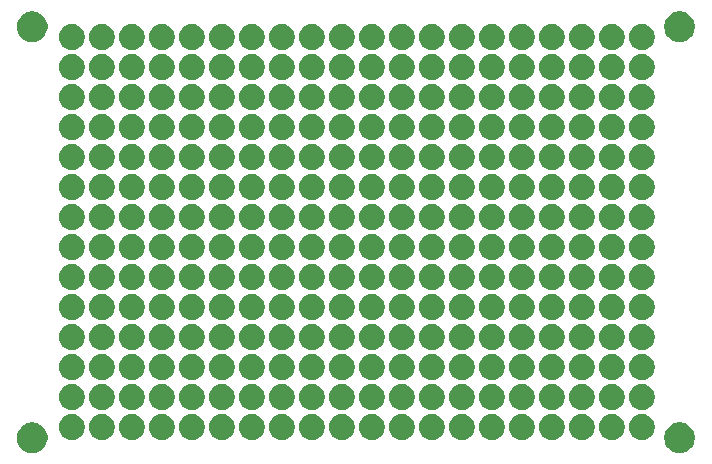
<source format=gbr>
G04 #@! TF.GenerationSoftware,KiCad,Pcbnew,9.0.1*
G04 #@! TF.CreationDate,2025-05-07T17:10:42-04:00*
G04 #@! TF.ProjectId,matrix-protoboard_14x20,6d617472-6978-42d7-9072-6f746f626f61,rev?*
G04 #@! TF.SameCoordinates,Original*
G04 #@! TF.FileFunction,Soldermask,Bot*
G04 #@! TF.FilePolarity,Negative*
%FSLAX46Y46*%
G04 Gerber Fmt 4.6, Leading zero omitted, Abs format (unit mm)*
G04 Created by KiCad (PCBNEW 9.0.1) date 2025-05-07 17:10:42*
%MOMM*%
%LPD*%
G01*
G04 APERTURE LIST*
G04 APERTURE END LIST*
G36*
X136503479Y-156735919D02*
G01*
X136697488Y-156798957D01*
X136879248Y-156891568D01*
X137044282Y-157011472D01*
X137188528Y-157155718D01*
X137308432Y-157320752D01*
X137401043Y-157502512D01*
X137464081Y-157696521D01*
X137495993Y-157898003D01*
X137495993Y-158101997D01*
X137464081Y-158303479D01*
X137401043Y-158497488D01*
X137308432Y-158679248D01*
X137188528Y-158844282D01*
X137044282Y-158988528D01*
X136879248Y-159108432D01*
X136697488Y-159201043D01*
X136503479Y-159264081D01*
X136301997Y-159295993D01*
X136098003Y-159295993D01*
X135896521Y-159264081D01*
X135702512Y-159201043D01*
X135520752Y-159108432D01*
X135355718Y-158988528D01*
X135211472Y-158844282D01*
X135091568Y-158679248D01*
X134998957Y-158497488D01*
X134935919Y-158303479D01*
X134904007Y-158101997D01*
X134904007Y-157898003D01*
X134935919Y-157696521D01*
X134998957Y-157502512D01*
X135091568Y-157320752D01*
X135211472Y-157155718D01*
X135355718Y-157011472D01*
X135520752Y-156891568D01*
X135702512Y-156798957D01*
X135896521Y-156735919D01*
X136098003Y-156704007D01*
X136301997Y-156704007D01*
X136503479Y-156735919D01*
G37*
G36*
X191303479Y-156735919D02*
G01*
X191497488Y-156798957D01*
X191679248Y-156891568D01*
X191844282Y-157011472D01*
X191988528Y-157155718D01*
X192108432Y-157320752D01*
X192201043Y-157502512D01*
X192264081Y-157696521D01*
X192295993Y-157898003D01*
X192295993Y-158101997D01*
X192264081Y-158303479D01*
X192201043Y-158497488D01*
X192108432Y-158679248D01*
X191988528Y-158844282D01*
X191844282Y-158988528D01*
X191679248Y-159108432D01*
X191497488Y-159201043D01*
X191303479Y-159264081D01*
X191101997Y-159295993D01*
X190898003Y-159295993D01*
X190696521Y-159264081D01*
X190502512Y-159201043D01*
X190320752Y-159108432D01*
X190155718Y-158988528D01*
X190011472Y-158844282D01*
X189891568Y-158679248D01*
X189798957Y-158497488D01*
X189735919Y-158303479D01*
X189704007Y-158101997D01*
X189704007Y-157898003D01*
X189735919Y-157696521D01*
X189798957Y-157502512D01*
X189891568Y-157320752D01*
X190011472Y-157155718D01*
X190155718Y-157011472D01*
X190320752Y-156891568D01*
X190502512Y-156798957D01*
X190696521Y-156735919D01*
X190898003Y-156704007D01*
X191101997Y-156704007D01*
X191303479Y-156735919D01*
G37*
G36*
X139796790Y-156040393D02*
G01*
X139960952Y-156093733D01*
X140114748Y-156172096D01*
X140254393Y-156273553D01*
X140376447Y-156395607D01*
X140477904Y-156535252D01*
X140556267Y-156689048D01*
X140609607Y-156853210D01*
X140636609Y-157023695D01*
X140636609Y-157196305D01*
X140609607Y-157366790D01*
X140556267Y-157530952D01*
X140477904Y-157684748D01*
X140376447Y-157824393D01*
X140254393Y-157946447D01*
X140114748Y-158047904D01*
X139960952Y-158126267D01*
X139796790Y-158179607D01*
X139626305Y-158206609D01*
X139453695Y-158206609D01*
X139283210Y-158179607D01*
X139119048Y-158126267D01*
X138965252Y-158047904D01*
X138825607Y-157946447D01*
X138703553Y-157824393D01*
X138602096Y-157684748D01*
X138523733Y-157530952D01*
X138470393Y-157366790D01*
X138443391Y-157196305D01*
X138443391Y-157023695D01*
X138470393Y-156853210D01*
X138523733Y-156689048D01*
X138602096Y-156535252D01*
X138703553Y-156395607D01*
X138825607Y-156273553D01*
X138965252Y-156172096D01*
X139119048Y-156093733D01*
X139283210Y-156040393D01*
X139453695Y-156013391D01*
X139626305Y-156013391D01*
X139796790Y-156040393D01*
G37*
G36*
X142336790Y-156040393D02*
G01*
X142500952Y-156093733D01*
X142654748Y-156172096D01*
X142794393Y-156273553D01*
X142916447Y-156395607D01*
X143017904Y-156535252D01*
X143096267Y-156689048D01*
X143149607Y-156853210D01*
X143176609Y-157023695D01*
X143176609Y-157196305D01*
X143149607Y-157366790D01*
X143096267Y-157530952D01*
X143017904Y-157684748D01*
X142916447Y-157824393D01*
X142794393Y-157946447D01*
X142654748Y-158047904D01*
X142500952Y-158126267D01*
X142336790Y-158179607D01*
X142166305Y-158206609D01*
X141993695Y-158206609D01*
X141823210Y-158179607D01*
X141659048Y-158126267D01*
X141505252Y-158047904D01*
X141365607Y-157946447D01*
X141243553Y-157824393D01*
X141142096Y-157684748D01*
X141063733Y-157530952D01*
X141010393Y-157366790D01*
X140983391Y-157196305D01*
X140983391Y-157023695D01*
X141010393Y-156853210D01*
X141063733Y-156689048D01*
X141142096Y-156535252D01*
X141243553Y-156395607D01*
X141365607Y-156273553D01*
X141505252Y-156172096D01*
X141659048Y-156093733D01*
X141823210Y-156040393D01*
X141993695Y-156013391D01*
X142166305Y-156013391D01*
X142336790Y-156040393D01*
G37*
G36*
X144876790Y-156040393D02*
G01*
X145040952Y-156093733D01*
X145194748Y-156172096D01*
X145334393Y-156273553D01*
X145456447Y-156395607D01*
X145557904Y-156535252D01*
X145636267Y-156689048D01*
X145689607Y-156853210D01*
X145716609Y-157023695D01*
X145716609Y-157196305D01*
X145689607Y-157366790D01*
X145636267Y-157530952D01*
X145557904Y-157684748D01*
X145456447Y-157824393D01*
X145334393Y-157946447D01*
X145194748Y-158047904D01*
X145040952Y-158126267D01*
X144876790Y-158179607D01*
X144706305Y-158206609D01*
X144533695Y-158206609D01*
X144363210Y-158179607D01*
X144199048Y-158126267D01*
X144045252Y-158047904D01*
X143905607Y-157946447D01*
X143783553Y-157824393D01*
X143682096Y-157684748D01*
X143603733Y-157530952D01*
X143550393Y-157366790D01*
X143523391Y-157196305D01*
X143523391Y-157023695D01*
X143550393Y-156853210D01*
X143603733Y-156689048D01*
X143682096Y-156535252D01*
X143783553Y-156395607D01*
X143905607Y-156273553D01*
X144045252Y-156172096D01*
X144199048Y-156093733D01*
X144363210Y-156040393D01*
X144533695Y-156013391D01*
X144706305Y-156013391D01*
X144876790Y-156040393D01*
G37*
G36*
X147416790Y-156040393D02*
G01*
X147580952Y-156093733D01*
X147734748Y-156172096D01*
X147874393Y-156273553D01*
X147996447Y-156395607D01*
X148097904Y-156535252D01*
X148176267Y-156689048D01*
X148229607Y-156853210D01*
X148256609Y-157023695D01*
X148256609Y-157196305D01*
X148229607Y-157366790D01*
X148176267Y-157530952D01*
X148097904Y-157684748D01*
X147996447Y-157824393D01*
X147874393Y-157946447D01*
X147734748Y-158047904D01*
X147580952Y-158126267D01*
X147416790Y-158179607D01*
X147246305Y-158206609D01*
X147073695Y-158206609D01*
X146903210Y-158179607D01*
X146739048Y-158126267D01*
X146585252Y-158047904D01*
X146445607Y-157946447D01*
X146323553Y-157824393D01*
X146222096Y-157684748D01*
X146143733Y-157530952D01*
X146090393Y-157366790D01*
X146063391Y-157196305D01*
X146063391Y-157023695D01*
X146090393Y-156853210D01*
X146143733Y-156689048D01*
X146222096Y-156535252D01*
X146323553Y-156395607D01*
X146445607Y-156273553D01*
X146585252Y-156172096D01*
X146739048Y-156093733D01*
X146903210Y-156040393D01*
X147073695Y-156013391D01*
X147246305Y-156013391D01*
X147416790Y-156040393D01*
G37*
G36*
X149956790Y-156040393D02*
G01*
X150120952Y-156093733D01*
X150274748Y-156172096D01*
X150414393Y-156273553D01*
X150536447Y-156395607D01*
X150637904Y-156535252D01*
X150716267Y-156689048D01*
X150769607Y-156853210D01*
X150796609Y-157023695D01*
X150796609Y-157196305D01*
X150769607Y-157366790D01*
X150716267Y-157530952D01*
X150637904Y-157684748D01*
X150536447Y-157824393D01*
X150414393Y-157946447D01*
X150274748Y-158047904D01*
X150120952Y-158126267D01*
X149956790Y-158179607D01*
X149786305Y-158206609D01*
X149613695Y-158206609D01*
X149443210Y-158179607D01*
X149279048Y-158126267D01*
X149125252Y-158047904D01*
X148985607Y-157946447D01*
X148863553Y-157824393D01*
X148762096Y-157684748D01*
X148683733Y-157530952D01*
X148630393Y-157366790D01*
X148603391Y-157196305D01*
X148603391Y-157023695D01*
X148630393Y-156853210D01*
X148683733Y-156689048D01*
X148762096Y-156535252D01*
X148863553Y-156395607D01*
X148985607Y-156273553D01*
X149125252Y-156172096D01*
X149279048Y-156093733D01*
X149443210Y-156040393D01*
X149613695Y-156013391D01*
X149786305Y-156013391D01*
X149956790Y-156040393D01*
G37*
G36*
X152496790Y-156040393D02*
G01*
X152660952Y-156093733D01*
X152814748Y-156172096D01*
X152954393Y-156273553D01*
X153076447Y-156395607D01*
X153177904Y-156535252D01*
X153256267Y-156689048D01*
X153309607Y-156853210D01*
X153336609Y-157023695D01*
X153336609Y-157196305D01*
X153309607Y-157366790D01*
X153256267Y-157530952D01*
X153177904Y-157684748D01*
X153076447Y-157824393D01*
X152954393Y-157946447D01*
X152814748Y-158047904D01*
X152660952Y-158126267D01*
X152496790Y-158179607D01*
X152326305Y-158206609D01*
X152153695Y-158206609D01*
X151983210Y-158179607D01*
X151819048Y-158126267D01*
X151665252Y-158047904D01*
X151525607Y-157946447D01*
X151403553Y-157824393D01*
X151302096Y-157684748D01*
X151223733Y-157530952D01*
X151170393Y-157366790D01*
X151143391Y-157196305D01*
X151143391Y-157023695D01*
X151170393Y-156853210D01*
X151223733Y-156689048D01*
X151302096Y-156535252D01*
X151403553Y-156395607D01*
X151525607Y-156273553D01*
X151665252Y-156172096D01*
X151819048Y-156093733D01*
X151983210Y-156040393D01*
X152153695Y-156013391D01*
X152326305Y-156013391D01*
X152496790Y-156040393D01*
G37*
G36*
X155036790Y-156040393D02*
G01*
X155200952Y-156093733D01*
X155354748Y-156172096D01*
X155494393Y-156273553D01*
X155616447Y-156395607D01*
X155717904Y-156535252D01*
X155796267Y-156689048D01*
X155849607Y-156853210D01*
X155876609Y-157023695D01*
X155876609Y-157196305D01*
X155849607Y-157366790D01*
X155796267Y-157530952D01*
X155717904Y-157684748D01*
X155616447Y-157824393D01*
X155494393Y-157946447D01*
X155354748Y-158047904D01*
X155200952Y-158126267D01*
X155036790Y-158179607D01*
X154866305Y-158206609D01*
X154693695Y-158206609D01*
X154523210Y-158179607D01*
X154359048Y-158126267D01*
X154205252Y-158047904D01*
X154065607Y-157946447D01*
X153943553Y-157824393D01*
X153842096Y-157684748D01*
X153763733Y-157530952D01*
X153710393Y-157366790D01*
X153683391Y-157196305D01*
X153683391Y-157023695D01*
X153710393Y-156853210D01*
X153763733Y-156689048D01*
X153842096Y-156535252D01*
X153943553Y-156395607D01*
X154065607Y-156273553D01*
X154205252Y-156172096D01*
X154359048Y-156093733D01*
X154523210Y-156040393D01*
X154693695Y-156013391D01*
X154866305Y-156013391D01*
X155036790Y-156040393D01*
G37*
G36*
X157576790Y-156040393D02*
G01*
X157740952Y-156093733D01*
X157894748Y-156172096D01*
X158034393Y-156273553D01*
X158156447Y-156395607D01*
X158257904Y-156535252D01*
X158336267Y-156689048D01*
X158389607Y-156853210D01*
X158416609Y-157023695D01*
X158416609Y-157196305D01*
X158389607Y-157366790D01*
X158336267Y-157530952D01*
X158257904Y-157684748D01*
X158156447Y-157824393D01*
X158034393Y-157946447D01*
X157894748Y-158047904D01*
X157740952Y-158126267D01*
X157576790Y-158179607D01*
X157406305Y-158206609D01*
X157233695Y-158206609D01*
X157063210Y-158179607D01*
X156899048Y-158126267D01*
X156745252Y-158047904D01*
X156605607Y-157946447D01*
X156483553Y-157824393D01*
X156382096Y-157684748D01*
X156303733Y-157530952D01*
X156250393Y-157366790D01*
X156223391Y-157196305D01*
X156223391Y-157023695D01*
X156250393Y-156853210D01*
X156303733Y-156689048D01*
X156382096Y-156535252D01*
X156483553Y-156395607D01*
X156605607Y-156273553D01*
X156745252Y-156172096D01*
X156899048Y-156093733D01*
X157063210Y-156040393D01*
X157233695Y-156013391D01*
X157406305Y-156013391D01*
X157576790Y-156040393D01*
G37*
G36*
X160116790Y-156040393D02*
G01*
X160280952Y-156093733D01*
X160434748Y-156172096D01*
X160574393Y-156273553D01*
X160696447Y-156395607D01*
X160797904Y-156535252D01*
X160876267Y-156689048D01*
X160929607Y-156853210D01*
X160956609Y-157023695D01*
X160956609Y-157196305D01*
X160929607Y-157366790D01*
X160876267Y-157530952D01*
X160797904Y-157684748D01*
X160696447Y-157824393D01*
X160574393Y-157946447D01*
X160434748Y-158047904D01*
X160280952Y-158126267D01*
X160116790Y-158179607D01*
X159946305Y-158206609D01*
X159773695Y-158206609D01*
X159603210Y-158179607D01*
X159439048Y-158126267D01*
X159285252Y-158047904D01*
X159145607Y-157946447D01*
X159023553Y-157824393D01*
X158922096Y-157684748D01*
X158843733Y-157530952D01*
X158790393Y-157366790D01*
X158763391Y-157196305D01*
X158763391Y-157023695D01*
X158790393Y-156853210D01*
X158843733Y-156689048D01*
X158922096Y-156535252D01*
X159023553Y-156395607D01*
X159145607Y-156273553D01*
X159285252Y-156172096D01*
X159439048Y-156093733D01*
X159603210Y-156040393D01*
X159773695Y-156013391D01*
X159946305Y-156013391D01*
X160116790Y-156040393D01*
G37*
G36*
X162656790Y-156040393D02*
G01*
X162820952Y-156093733D01*
X162974748Y-156172096D01*
X163114393Y-156273553D01*
X163236447Y-156395607D01*
X163337904Y-156535252D01*
X163416267Y-156689048D01*
X163469607Y-156853210D01*
X163496609Y-157023695D01*
X163496609Y-157196305D01*
X163469607Y-157366790D01*
X163416267Y-157530952D01*
X163337904Y-157684748D01*
X163236447Y-157824393D01*
X163114393Y-157946447D01*
X162974748Y-158047904D01*
X162820952Y-158126267D01*
X162656790Y-158179607D01*
X162486305Y-158206609D01*
X162313695Y-158206609D01*
X162143210Y-158179607D01*
X161979048Y-158126267D01*
X161825252Y-158047904D01*
X161685607Y-157946447D01*
X161563553Y-157824393D01*
X161462096Y-157684748D01*
X161383733Y-157530952D01*
X161330393Y-157366790D01*
X161303391Y-157196305D01*
X161303391Y-157023695D01*
X161330393Y-156853210D01*
X161383733Y-156689048D01*
X161462096Y-156535252D01*
X161563553Y-156395607D01*
X161685607Y-156273553D01*
X161825252Y-156172096D01*
X161979048Y-156093733D01*
X162143210Y-156040393D01*
X162313695Y-156013391D01*
X162486305Y-156013391D01*
X162656790Y-156040393D01*
G37*
G36*
X165196790Y-156040393D02*
G01*
X165360952Y-156093733D01*
X165514748Y-156172096D01*
X165654393Y-156273553D01*
X165776447Y-156395607D01*
X165877904Y-156535252D01*
X165956267Y-156689048D01*
X166009607Y-156853210D01*
X166036609Y-157023695D01*
X166036609Y-157196305D01*
X166009607Y-157366790D01*
X165956267Y-157530952D01*
X165877904Y-157684748D01*
X165776447Y-157824393D01*
X165654393Y-157946447D01*
X165514748Y-158047904D01*
X165360952Y-158126267D01*
X165196790Y-158179607D01*
X165026305Y-158206609D01*
X164853695Y-158206609D01*
X164683210Y-158179607D01*
X164519048Y-158126267D01*
X164365252Y-158047904D01*
X164225607Y-157946447D01*
X164103553Y-157824393D01*
X164002096Y-157684748D01*
X163923733Y-157530952D01*
X163870393Y-157366790D01*
X163843391Y-157196305D01*
X163843391Y-157023695D01*
X163870393Y-156853210D01*
X163923733Y-156689048D01*
X164002096Y-156535252D01*
X164103553Y-156395607D01*
X164225607Y-156273553D01*
X164365252Y-156172096D01*
X164519048Y-156093733D01*
X164683210Y-156040393D01*
X164853695Y-156013391D01*
X165026305Y-156013391D01*
X165196790Y-156040393D01*
G37*
G36*
X167736790Y-156040393D02*
G01*
X167900952Y-156093733D01*
X168054748Y-156172096D01*
X168194393Y-156273553D01*
X168316447Y-156395607D01*
X168417904Y-156535252D01*
X168496267Y-156689048D01*
X168549607Y-156853210D01*
X168576609Y-157023695D01*
X168576609Y-157196305D01*
X168549607Y-157366790D01*
X168496267Y-157530952D01*
X168417904Y-157684748D01*
X168316447Y-157824393D01*
X168194393Y-157946447D01*
X168054748Y-158047904D01*
X167900952Y-158126267D01*
X167736790Y-158179607D01*
X167566305Y-158206609D01*
X167393695Y-158206609D01*
X167223210Y-158179607D01*
X167059048Y-158126267D01*
X166905252Y-158047904D01*
X166765607Y-157946447D01*
X166643553Y-157824393D01*
X166542096Y-157684748D01*
X166463733Y-157530952D01*
X166410393Y-157366790D01*
X166383391Y-157196305D01*
X166383391Y-157023695D01*
X166410393Y-156853210D01*
X166463733Y-156689048D01*
X166542096Y-156535252D01*
X166643553Y-156395607D01*
X166765607Y-156273553D01*
X166905252Y-156172096D01*
X167059048Y-156093733D01*
X167223210Y-156040393D01*
X167393695Y-156013391D01*
X167566305Y-156013391D01*
X167736790Y-156040393D01*
G37*
G36*
X170276790Y-156040393D02*
G01*
X170440952Y-156093733D01*
X170594748Y-156172096D01*
X170734393Y-156273553D01*
X170856447Y-156395607D01*
X170957904Y-156535252D01*
X171036267Y-156689048D01*
X171089607Y-156853210D01*
X171116609Y-157023695D01*
X171116609Y-157196305D01*
X171089607Y-157366790D01*
X171036267Y-157530952D01*
X170957904Y-157684748D01*
X170856447Y-157824393D01*
X170734393Y-157946447D01*
X170594748Y-158047904D01*
X170440952Y-158126267D01*
X170276790Y-158179607D01*
X170106305Y-158206609D01*
X169933695Y-158206609D01*
X169763210Y-158179607D01*
X169599048Y-158126267D01*
X169445252Y-158047904D01*
X169305607Y-157946447D01*
X169183553Y-157824393D01*
X169082096Y-157684748D01*
X169003733Y-157530952D01*
X168950393Y-157366790D01*
X168923391Y-157196305D01*
X168923391Y-157023695D01*
X168950393Y-156853210D01*
X169003733Y-156689048D01*
X169082096Y-156535252D01*
X169183553Y-156395607D01*
X169305607Y-156273553D01*
X169445252Y-156172096D01*
X169599048Y-156093733D01*
X169763210Y-156040393D01*
X169933695Y-156013391D01*
X170106305Y-156013391D01*
X170276790Y-156040393D01*
G37*
G36*
X172816790Y-156040393D02*
G01*
X172980952Y-156093733D01*
X173134748Y-156172096D01*
X173274393Y-156273553D01*
X173396447Y-156395607D01*
X173497904Y-156535252D01*
X173576267Y-156689048D01*
X173629607Y-156853210D01*
X173656609Y-157023695D01*
X173656609Y-157196305D01*
X173629607Y-157366790D01*
X173576267Y-157530952D01*
X173497904Y-157684748D01*
X173396447Y-157824393D01*
X173274393Y-157946447D01*
X173134748Y-158047904D01*
X172980952Y-158126267D01*
X172816790Y-158179607D01*
X172646305Y-158206609D01*
X172473695Y-158206609D01*
X172303210Y-158179607D01*
X172139048Y-158126267D01*
X171985252Y-158047904D01*
X171845607Y-157946447D01*
X171723553Y-157824393D01*
X171622096Y-157684748D01*
X171543733Y-157530952D01*
X171490393Y-157366790D01*
X171463391Y-157196305D01*
X171463391Y-157023695D01*
X171490393Y-156853210D01*
X171543733Y-156689048D01*
X171622096Y-156535252D01*
X171723553Y-156395607D01*
X171845607Y-156273553D01*
X171985252Y-156172096D01*
X172139048Y-156093733D01*
X172303210Y-156040393D01*
X172473695Y-156013391D01*
X172646305Y-156013391D01*
X172816790Y-156040393D01*
G37*
G36*
X175356790Y-156040393D02*
G01*
X175520952Y-156093733D01*
X175674748Y-156172096D01*
X175814393Y-156273553D01*
X175936447Y-156395607D01*
X176037904Y-156535252D01*
X176116267Y-156689048D01*
X176169607Y-156853210D01*
X176196609Y-157023695D01*
X176196609Y-157196305D01*
X176169607Y-157366790D01*
X176116267Y-157530952D01*
X176037904Y-157684748D01*
X175936447Y-157824393D01*
X175814393Y-157946447D01*
X175674748Y-158047904D01*
X175520952Y-158126267D01*
X175356790Y-158179607D01*
X175186305Y-158206609D01*
X175013695Y-158206609D01*
X174843210Y-158179607D01*
X174679048Y-158126267D01*
X174525252Y-158047904D01*
X174385607Y-157946447D01*
X174263553Y-157824393D01*
X174162096Y-157684748D01*
X174083733Y-157530952D01*
X174030393Y-157366790D01*
X174003391Y-157196305D01*
X174003391Y-157023695D01*
X174030393Y-156853210D01*
X174083733Y-156689048D01*
X174162096Y-156535252D01*
X174263553Y-156395607D01*
X174385607Y-156273553D01*
X174525252Y-156172096D01*
X174679048Y-156093733D01*
X174843210Y-156040393D01*
X175013695Y-156013391D01*
X175186305Y-156013391D01*
X175356790Y-156040393D01*
G37*
G36*
X177896790Y-156040393D02*
G01*
X178060952Y-156093733D01*
X178214748Y-156172096D01*
X178354393Y-156273553D01*
X178476447Y-156395607D01*
X178577904Y-156535252D01*
X178656267Y-156689048D01*
X178709607Y-156853210D01*
X178736609Y-157023695D01*
X178736609Y-157196305D01*
X178709607Y-157366790D01*
X178656267Y-157530952D01*
X178577904Y-157684748D01*
X178476447Y-157824393D01*
X178354393Y-157946447D01*
X178214748Y-158047904D01*
X178060952Y-158126267D01*
X177896790Y-158179607D01*
X177726305Y-158206609D01*
X177553695Y-158206609D01*
X177383210Y-158179607D01*
X177219048Y-158126267D01*
X177065252Y-158047904D01*
X176925607Y-157946447D01*
X176803553Y-157824393D01*
X176702096Y-157684748D01*
X176623733Y-157530952D01*
X176570393Y-157366790D01*
X176543391Y-157196305D01*
X176543391Y-157023695D01*
X176570393Y-156853210D01*
X176623733Y-156689048D01*
X176702096Y-156535252D01*
X176803553Y-156395607D01*
X176925607Y-156273553D01*
X177065252Y-156172096D01*
X177219048Y-156093733D01*
X177383210Y-156040393D01*
X177553695Y-156013391D01*
X177726305Y-156013391D01*
X177896790Y-156040393D01*
G37*
G36*
X180436790Y-156040393D02*
G01*
X180600952Y-156093733D01*
X180754748Y-156172096D01*
X180894393Y-156273553D01*
X181016447Y-156395607D01*
X181117904Y-156535252D01*
X181196267Y-156689048D01*
X181249607Y-156853210D01*
X181276609Y-157023695D01*
X181276609Y-157196305D01*
X181249607Y-157366790D01*
X181196267Y-157530952D01*
X181117904Y-157684748D01*
X181016447Y-157824393D01*
X180894393Y-157946447D01*
X180754748Y-158047904D01*
X180600952Y-158126267D01*
X180436790Y-158179607D01*
X180266305Y-158206609D01*
X180093695Y-158206609D01*
X179923210Y-158179607D01*
X179759048Y-158126267D01*
X179605252Y-158047904D01*
X179465607Y-157946447D01*
X179343553Y-157824393D01*
X179242096Y-157684748D01*
X179163733Y-157530952D01*
X179110393Y-157366790D01*
X179083391Y-157196305D01*
X179083391Y-157023695D01*
X179110393Y-156853210D01*
X179163733Y-156689048D01*
X179242096Y-156535252D01*
X179343553Y-156395607D01*
X179465607Y-156273553D01*
X179605252Y-156172096D01*
X179759048Y-156093733D01*
X179923210Y-156040393D01*
X180093695Y-156013391D01*
X180266305Y-156013391D01*
X180436790Y-156040393D01*
G37*
G36*
X182976790Y-156040393D02*
G01*
X183140952Y-156093733D01*
X183294748Y-156172096D01*
X183434393Y-156273553D01*
X183556447Y-156395607D01*
X183657904Y-156535252D01*
X183736267Y-156689048D01*
X183789607Y-156853210D01*
X183816609Y-157023695D01*
X183816609Y-157196305D01*
X183789607Y-157366790D01*
X183736267Y-157530952D01*
X183657904Y-157684748D01*
X183556447Y-157824393D01*
X183434393Y-157946447D01*
X183294748Y-158047904D01*
X183140952Y-158126267D01*
X182976790Y-158179607D01*
X182806305Y-158206609D01*
X182633695Y-158206609D01*
X182463210Y-158179607D01*
X182299048Y-158126267D01*
X182145252Y-158047904D01*
X182005607Y-157946447D01*
X181883553Y-157824393D01*
X181782096Y-157684748D01*
X181703733Y-157530952D01*
X181650393Y-157366790D01*
X181623391Y-157196305D01*
X181623391Y-157023695D01*
X181650393Y-156853210D01*
X181703733Y-156689048D01*
X181782096Y-156535252D01*
X181883553Y-156395607D01*
X182005607Y-156273553D01*
X182145252Y-156172096D01*
X182299048Y-156093733D01*
X182463210Y-156040393D01*
X182633695Y-156013391D01*
X182806305Y-156013391D01*
X182976790Y-156040393D01*
G37*
G36*
X185516790Y-156040393D02*
G01*
X185680952Y-156093733D01*
X185834748Y-156172096D01*
X185974393Y-156273553D01*
X186096447Y-156395607D01*
X186197904Y-156535252D01*
X186276267Y-156689048D01*
X186329607Y-156853210D01*
X186356609Y-157023695D01*
X186356609Y-157196305D01*
X186329607Y-157366790D01*
X186276267Y-157530952D01*
X186197904Y-157684748D01*
X186096447Y-157824393D01*
X185974393Y-157946447D01*
X185834748Y-158047904D01*
X185680952Y-158126267D01*
X185516790Y-158179607D01*
X185346305Y-158206609D01*
X185173695Y-158206609D01*
X185003210Y-158179607D01*
X184839048Y-158126267D01*
X184685252Y-158047904D01*
X184545607Y-157946447D01*
X184423553Y-157824393D01*
X184322096Y-157684748D01*
X184243733Y-157530952D01*
X184190393Y-157366790D01*
X184163391Y-157196305D01*
X184163391Y-157023695D01*
X184190393Y-156853210D01*
X184243733Y-156689048D01*
X184322096Y-156535252D01*
X184423553Y-156395607D01*
X184545607Y-156273553D01*
X184685252Y-156172096D01*
X184839048Y-156093733D01*
X185003210Y-156040393D01*
X185173695Y-156013391D01*
X185346305Y-156013391D01*
X185516790Y-156040393D01*
G37*
G36*
X188056790Y-156040393D02*
G01*
X188220952Y-156093733D01*
X188374748Y-156172096D01*
X188514393Y-156273553D01*
X188636447Y-156395607D01*
X188737904Y-156535252D01*
X188816267Y-156689048D01*
X188869607Y-156853210D01*
X188896609Y-157023695D01*
X188896609Y-157196305D01*
X188869607Y-157366790D01*
X188816267Y-157530952D01*
X188737904Y-157684748D01*
X188636447Y-157824393D01*
X188514393Y-157946447D01*
X188374748Y-158047904D01*
X188220952Y-158126267D01*
X188056790Y-158179607D01*
X187886305Y-158206609D01*
X187713695Y-158206609D01*
X187543210Y-158179607D01*
X187379048Y-158126267D01*
X187225252Y-158047904D01*
X187085607Y-157946447D01*
X186963553Y-157824393D01*
X186862096Y-157684748D01*
X186783733Y-157530952D01*
X186730393Y-157366790D01*
X186703391Y-157196305D01*
X186703391Y-157023695D01*
X186730393Y-156853210D01*
X186783733Y-156689048D01*
X186862096Y-156535252D01*
X186963553Y-156395607D01*
X187085607Y-156273553D01*
X187225252Y-156172096D01*
X187379048Y-156093733D01*
X187543210Y-156040393D01*
X187713695Y-156013391D01*
X187886305Y-156013391D01*
X188056790Y-156040393D01*
G37*
G36*
X139796790Y-153500393D02*
G01*
X139960952Y-153553733D01*
X140114748Y-153632096D01*
X140254393Y-153733553D01*
X140376447Y-153855607D01*
X140477904Y-153995252D01*
X140556267Y-154149048D01*
X140609607Y-154313210D01*
X140636609Y-154483695D01*
X140636609Y-154656305D01*
X140609607Y-154826790D01*
X140556267Y-154990952D01*
X140477904Y-155144748D01*
X140376447Y-155284393D01*
X140254393Y-155406447D01*
X140114748Y-155507904D01*
X139960952Y-155586267D01*
X139796790Y-155639607D01*
X139626305Y-155666609D01*
X139453695Y-155666609D01*
X139283210Y-155639607D01*
X139119048Y-155586267D01*
X138965252Y-155507904D01*
X138825607Y-155406447D01*
X138703553Y-155284393D01*
X138602096Y-155144748D01*
X138523733Y-154990952D01*
X138470393Y-154826790D01*
X138443391Y-154656305D01*
X138443391Y-154483695D01*
X138470393Y-154313210D01*
X138523733Y-154149048D01*
X138602096Y-153995252D01*
X138703553Y-153855607D01*
X138825607Y-153733553D01*
X138965252Y-153632096D01*
X139119048Y-153553733D01*
X139283210Y-153500393D01*
X139453695Y-153473391D01*
X139626305Y-153473391D01*
X139796790Y-153500393D01*
G37*
G36*
X142336790Y-153500393D02*
G01*
X142500952Y-153553733D01*
X142654748Y-153632096D01*
X142794393Y-153733553D01*
X142916447Y-153855607D01*
X143017904Y-153995252D01*
X143096267Y-154149048D01*
X143149607Y-154313210D01*
X143176609Y-154483695D01*
X143176609Y-154656305D01*
X143149607Y-154826790D01*
X143096267Y-154990952D01*
X143017904Y-155144748D01*
X142916447Y-155284393D01*
X142794393Y-155406447D01*
X142654748Y-155507904D01*
X142500952Y-155586267D01*
X142336790Y-155639607D01*
X142166305Y-155666609D01*
X141993695Y-155666609D01*
X141823210Y-155639607D01*
X141659048Y-155586267D01*
X141505252Y-155507904D01*
X141365607Y-155406447D01*
X141243553Y-155284393D01*
X141142096Y-155144748D01*
X141063733Y-154990952D01*
X141010393Y-154826790D01*
X140983391Y-154656305D01*
X140983391Y-154483695D01*
X141010393Y-154313210D01*
X141063733Y-154149048D01*
X141142096Y-153995252D01*
X141243553Y-153855607D01*
X141365607Y-153733553D01*
X141505252Y-153632096D01*
X141659048Y-153553733D01*
X141823210Y-153500393D01*
X141993695Y-153473391D01*
X142166305Y-153473391D01*
X142336790Y-153500393D01*
G37*
G36*
X144876790Y-153500393D02*
G01*
X145040952Y-153553733D01*
X145194748Y-153632096D01*
X145334393Y-153733553D01*
X145456447Y-153855607D01*
X145557904Y-153995252D01*
X145636267Y-154149048D01*
X145689607Y-154313210D01*
X145716609Y-154483695D01*
X145716609Y-154656305D01*
X145689607Y-154826790D01*
X145636267Y-154990952D01*
X145557904Y-155144748D01*
X145456447Y-155284393D01*
X145334393Y-155406447D01*
X145194748Y-155507904D01*
X145040952Y-155586267D01*
X144876790Y-155639607D01*
X144706305Y-155666609D01*
X144533695Y-155666609D01*
X144363210Y-155639607D01*
X144199048Y-155586267D01*
X144045252Y-155507904D01*
X143905607Y-155406447D01*
X143783553Y-155284393D01*
X143682096Y-155144748D01*
X143603733Y-154990952D01*
X143550393Y-154826790D01*
X143523391Y-154656305D01*
X143523391Y-154483695D01*
X143550393Y-154313210D01*
X143603733Y-154149048D01*
X143682096Y-153995252D01*
X143783553Y-153855607D01*
X143905607Y-153733553D01*
X144045252Y-153632096D01*
X144199048Y-153553733D01*
X144363210Y-153500393D01*
X144533695Y-153473391D01*
X144706305Y-153473391D01*
X144876790Y-153500393D01*
G37*
G36*
X147416790Y-153500393D02*
G01*
X147580952Y-153553733D01*
X147734748Y-153632096D01*
X147874393Y-153733553D01*
X147996447Y-153855607D01*
X148097904Y-153995252D01*
X148176267Y-154149048D01*
X148229607Y-154313210D01*
X148256609Y-154483695D01*
X148256609Y-154656305D01*
X148229607Y-154826790D01*
X148176267Y-154990952D01*
X148097904Y-155144748D01*
X147996447Y-155284393D01*
X147874393Y-155406447D01*
X147734748Y-155507904D01*
X147580952Y-155586267D01*
X147416790Y-155639607D01*
X147246305Y-155666609D01*
X147073695Y-155666609D01*
X146903210Y-155639607D01*
X146739048Y-155586267D01*
X146585252Y-155507904D01*
X146445607Y-155406447D01*
X146323553Y-155284393D01*
X146222096Y-155144748D01*
X146143733Y-154990952D01*
X146090393Y-154826790D01*
X146063391Y-154656305D01*
X146063391Y-154483695D01*
X146090393Y-154313210D01*
X146143733Y-154149048D01*
X146222096Y-153995252D01*
X146323553Y-153855607D01*
X146445607Y-153733553D01*
X146585252Y-153632096D01*
X146739048Y-153553733D01*
X146903210Y-153500393D01*
X147073695Y-153473391D01*
X147246305Y-153473391D01*
X147416790Y-153500393D01*
G37*
G36*
X149956790Y-153500393D02*
G01*
X150120952Y-153553733D01*
X150274748Y-153632096D01*
X150414393Y-153733553D01*
X150536447Y-153855607D01*
X150637904Y-153995252D01*
X150716267Y-154149048D01*
X150769607Y-154313210D01*
X150796609Y-154483695D01*
X150796609Y-154656305D01*
X150769607Y-154826790D01*
X150716267Y-154990952D01*
X150637904Y-155144748D01*
X150536447Y-155284393D01*
X150414393Y-155406447D01*
X150274748Y-155507904D01*
X150120952Y-155586267D01*
X149956790Y-155639607D01*
X149786305Y-155666609D01*
X149613695Y-155666609D01*
X149443210Y-155639607D01*
X149279048Y-155586267D01*
X149125252Y-155507904D01*
X148985607Y-155406447D01*
X148863553Y-155284393D01*
X148762096Y-155144748D01*
X148683733Y-154990952D01*
X148630393Y-154826790D01*
X148603391Y-154656305D01*
X148603391Y-154483695D01*
X148630393Y-154313210D01*
X148683733Y-154149048D01*
X148762096Y-153995252D01*
X148863553Y-153855607D01*
X148985607Y-153733553D01*
X149125252Y-153632096D01*
X149279048Y-153553733D01*
X149443210Y-153500393D01*
X149613695Y-153473391D01*
X149786305Y-153473391D01*
X149956790Y-153500393D01*
G37*
G36*
X152496790Y-153500393D02*
G01*
X152660952Y-153553733D01*
X152814748Y-153632096D01*
X152954393Y-153733553D01*
X153076447Y-153855607D01*
X153177904Y-153995252D01*
X153256267Y-154149048D01*
X153309607Y-154313210D01*
X153336609Y-154483695D01*
X153336609Y-154656305D01*
X153309607Y-154826790D01*
X153256267Y-154990952D01*
X153177904Y-155144748D01*
X153076447Y-155284393D01*
X152954393Y-155406447D01*
X152814748Y-155507904D01*
X152660952Y-155586267D01*
X152496790Y-155639607D01*
X152326305Y-155666609D01*
X152153695Y-155666609D01*
X151983210Y-155639607D01*
X151819048Y-155586267D01*
X151665252Y-155507904D01*
X151525607Y-155406447D01*
X151403553Y-155284393D01*
X151302096Y-155144748D01*
X151223733Y-154990952D01*
X151170393Y-154826790D01*
X151143391Y-154656305D01*
X151143391Y-154483695D01*
X151170393Y-154313210D01*
X151223733Y-154149048D01*
X151302096Y-153995252D01*
X151403553Y-153855607D01*
X151525607Y-153733553D01*
X151665252Y-153632096D01*
X151819048Y-153553733D01*
X151983210Y-153500393D01*
X152153695Y-153473391D01*
X152326305Y-153473391D01*
X152496790Y-153500393D01*
G37*
G36*
X155036790Y-153500393D02*
G01*
X155200952Y-153553733D01*
X155354748Y-153632096D01*
X155494393Y-153733553D01*
X155616447Y-153855607D01*
X155717904Y-153995252D01*
X155796267Y-154149048D01*
X155849607Y-154313210D01*
X155876609Y-154483695D01*
X155876609Y-154656305D01*
X155849607Y-154826790D01*
X155796267Y-154990952D01*
X155717904Y-155144748D01*
X155616447Y-155284393D01*
X155494393Y-155406447D01*
X155354748Y-155507904D01*
X155200952Y-155586267D01*
X155036790Y-155639607D01*
X154866305Y-155666609D01*
X154693695Y-155666609D01*
X154523210Y-155639607D01*
X154359048Y-155586267D01*
X154205252Y-155507904D01*
X154065607Y-155406447D01*
X153943553Y-155284393D01*
X153842096Y-155144748D01*
X153763733Y-154990952D01*
X153710393Y-154826790D01*
X153683391Y-154656305D01*
X153683391Y-154483695D01*
X153710393Y-154313210D01*
X153763733Y-154149048D01*
X153842096Y-153995252D01*
X153943553Y-153855607D01*
X154065607Y-153733553D01*
X154205252Y-153632096D01*
X154359048Y-153553733D01*
X154523210Y-153500393D01*
X154693695Y-153473391D01*
X154866305Y-153473391D01*
X155036790Y-153500393D01*
G37*
G36*
X157576790Y-153500393D02*
G01*
X157740952Y-153553733D01*
X157894748Y-153632096D01*
X158034393Y-153733553D01*
X158156447Y-153855607D01*
X158257904Y-153995252D01*
X158336267Y-154149048D01*
X158389607Y-154313210D01*
X158416609Y-154483695D01*
X158416609Y-154656305D01*
X158389607Y-154826790D01*
X158336267Y-154990952D01*
X158257904Y-155144748D01*
X158156447Y-155284393D01*
X158034393Y-155406447D01*
X157894748Y-155507904D01*
X157740952Y-155586267D01*
X157576790Y-155639607D01*
X157406305Y-155666609D01*
X157233695Y-155666609D01*
X157063210Y-155639607D01*
X156899048Y-155586267D01*
X156745252Y-155507904D01*
X156605607Y-155406447D01*
X156483553Y-155284393D01*
X156382096Y-155144748D01*
X156303733Y-154990952D01*
X156250393Y-154826790D01*
X156223391Y-154656305D01*
X156223391Y-154483695D01*
X156250393Y-154313210D01*
X156303733Y-154149048D01*
X156382096Y-153995252D01*
X156483553Y-153855607D01*
X156605607Y-153733553D01*
X156745252Y-153632096D01*
X156899048Y-153553733D01*
X157063210Y-153500393D01*
X157233695Y-153473391D01*
X157406305Y-153473391D01*
X157576790Y-153500393D01*
G37*
G36*
X160116790Y-153500393D02*
G01*
X160280952Y-153553733D01*
X160434748Y-153632096D01*
X160574393Y-153733553D01*
X160696447Y-153855607D01*
X160797904Y-153995252D01*
X160876267Y-154149048D01*
X160929607Y-154313210D01*
X160956609Y-154483695D01*
X160956609Y-154656305D01*
X160929607Y-154826790D01*
X160876267Y-154990952D01*
X160797904Y-155144748D01*
X160696447Y-155284393D01*
X160574393Y-155406447D01*
X160434748Y-155507904D01*
X160280952Y-155586267D01*
X160116790Y-155639607D01*
X159946305Y-155666609D01*
X159773695Y-155666609D01*
X159603210Y-155639607D01*
X159439048Y-155586267D01*
X159285252Y-155507904D01*
X159145607Y-155406447D01*
X159023553Y-155284393D01*
X158922096Y-155144748D01*
X158843733Y-154990952D01*
X158790393Y-154826790D01*
X158763391Y-154656305D01*
X158763391Y-154483695D01*
X158790393Y-154313210D01*
X158843733Y-154149048D01*
X158922096Y-153995252D01*
X159023553Y-153855607D01*
X159145607Y-153733553D01*
X159285252Y-153632096D01*
X159439048Y-153553733D01*
X159603210Y-153500393D01*
X159773695Y-153473391D01*
X159946305Y-153473391D01*
X160116790Y-153500393D01*
G37*
G36*
X162656790Y-153500393D02*
G01*
X162820952Y-153553733D01*
X162974748Y-153632096D01*
X163114393Y-153733553D01*
X163236447Y-153855607D01*
X163337904Y-153995252D01*
X163416267Y-154149048D01*
X163469607Y-154313210D01*
X163496609Y-154483695D01*
X163496609Y-154656305D01*
X163469607Y-154826790D01*
X163416267Y-154990952D01*
X163337904Y-155144748D01*
X163236447Y-155284393D01*
X163114393Y-155406447D01*
X162974748Y-155507904D01*
X162820952Y-155586267D01*
X162656790Y-155639607D01*
X162486305Y-155666609D01*
X162313695Y-155666609D01*
X162143210Y-155639607D01*
X161979048Y-155586267D01*
X161825252Y-155507904D01*
X161685607Y-155406447D01*
X161563553Y-155284393D01*
X161462096Y-155144748D01*
X161383733Y-154990952D01*
X161330393Y-154826790D01*
X161303391Y-154656305D01*
X161303391Y-154483695D01*
X161330393Y-154313210D01*
X161383733Y-154149048D01*
X161462096Y-153995252D01*
X161563553Y-153855607D01*
X161685607Y-153733553D01*
X161825252Y-153632096D01*
X161979048Y-153553733D01*
X162143210Y-153500393D01*
X162313695Y-153473391D01*
X162486305Y-153473391D01*
X162656790Y-153500393D01*
G37*
G36*
X165196790Y-153500393D02*
G01*
X165360952Y-153553733D01*
X165514748Y-153632096D01*
X165654393Y-153733553D01*
X165776447Y-153855607D01*
X165877904Y-153995252D01*
X165956267Y-154149048D01*
X166009607Y-154313210D01*
X166036609Y-154483695D01*
X166036609Y-154656305D01*
X166009607Y-154826790D01*
X165956267Y-154990952D01*
X165877904Y-155144748D01*
X165776447Y-155284393D01*
X165654393Y-155406447D01*
X165514748Y-155507904D01*
X165360952Y-155586267D01*
X165196790Y-155639607D01*
X165026305Y-155666609D01*
X164853695Y-155666609D01*
X164683210Y-155639607D01*
X164519048Y-155586267D01*
X164365252Y-155507904D01*
X164225607Y-155406447D01*
X164103553Y-155284393D01*
X164002096Y-155144748D01*
X163923733Y-154990952D01*
X163870393Y-154826790D01*
X163843391Y-154656305D01*
X163843391Y-154483695D01*
X163870393Y-154313210D01*
X163923733Y-154149048D01*
X164002096Y-153995252D01*
X164103553Y-153855607D01*
X164225607Y-153733553D01*
X164365252Y-153632096D01*
X164519048Y-153553733D01*
X164683210Y-153500393D01*
X164853695Y-153473391D01*
X165026305Y-153473391D01*
X165196790Y-153500393D01*
G37*
G36*
X167736790Y-153500393D02*
G01*
X167900952Y-153553733D01*
X168054748Y-153632096D01*
X168194393Y-153733553D01*
X168316447Y-153855607D01*
X168417904Y-153995252D01*
X168496267Y-154149048D01*
X168549607Y-154313210D01*
X168576609Y-154483695D01*
X168576609Y-154656305D01*
X168549607Y-154826790D01*
X168496267Y-154990952D01*
X168417904Y-155144748D01*
X168316447Y-155284393D01*
X168194393Y-155406447D01*
X168054748Y-155507904D01*
X167900952Y-155586267D01*
X167736790Y-155639607D01*
X167566305Y-155666609D01*
X167393695Y-155666609D01*
X167223210Y-155639607D01*
X167059048Y-155586267D01*
X166905252Y-155507904D01*
X166765607Y-155406447D01*
X166643553Y-155284393D01*
X166542096Y-155144748D01*
X166463733Y-154990952D01*
X166410393Y-154826790D01*
X166383391Y-154656305D01*
X166383391Y-154483695D01*
X166410393Y-154313210D01*
X166463733Y-154149048D01*
X166542096Y-153995252D01*
X166643553Y-153855607D01*
X166765607Y-153733553D01*
X166905252Y-153632096D01*
X167059048Y-153553733D01*
X167223210Y-153500393D01*
X167393695Y-153473391D01*
X167566305Y-153473391D01*
X167736790Y-153500393D01*
G37*
G36*
X170276790Y-153500393D02*
G01*
X170440952Y-153553733D01*
X170594748Y-153632096D01*
X170734393Y-153733553D01*
X170856447Y-153855607D01*
X170957904Y-153995252D01*
X171036267Y-154149048D01*
X171089607Y-154313210D01*
X171116609Y-154483695D01*
X171116609Y-154656305D01*
X171089607Y-154826790D01*
X171036267Y-154990952D01*
X170957904Y-155144748D01*
X170856447Y-155284393D01*
X170734393Y-155406447D01*
X170594748Y-155507904D01*
X170440952Y-155586267D01*
X170276790Y-155639607D01*
X170106305Y-155666609D01*
X169933695Y-155666609D01*
X169763210Y-155639607D01*
X169599048Y-155586267D01*
X169445252Y-155507904D01*
X169305607Y-155406447D01*
X169183553Y-155284393D01*
X169082096Y-155144748D01*
X169003733Y-154990952D01*
X168950393Y-154826790D01*
X168923391Y-154656305D01*
X168923391Y-154483695D01*
X168950393Y-154313210D01*
X169003733Y-154149048D01*
X169082096Y-153995252D01*
X169183553Y-153855607D01*
X169305607Y-153733553D01*
X169445252Y-153632096D01*
X169599048Y-153553733D01*
X169763210Y-153500393D01*
X169933695Y-153473391D01*
X170106305Y-153473391D01*
X170276790Y-153500393D01*
G37*
G36*
X172816790Y-153500393D02*
G01*
X172980952Y-153553733D01*
X173134748Y-153632096D01*
X173274393Y-153733553D01*
X173396447Y-153855607D01*
X173497904Y-153995252D01*
X173576267Y-154149048D01*
X173629607Y-154313210D01*
X173656609Y-154483695D01*
X173656609Y-154656305D01*
X173629607Y-154826790D01*
X173576267Y-154990952D01*
X173497904Y-155144748D01*
X173396447Y-155284393D01*
X173274393Y-155406447D01*
X173134748Y-155507904D01*
X172980952Y-155586267D01*
X172816790Y-155639607D01*
X172646305Y-155666609D01*
X172473695Y-155666609D01*
X172303210Y-155639607D01*
X172139048Y-155586267D01*
X171985252Y-155507904D01*
X171845607Y-155406447D01*
X171723553Y-155284393D01*
X171622096Y-155144748D01*
X171543733Y-154990952D01*
X171490393Y-154826790D01*
X171463391Y-154656305D01*
X171463391Y-154483695D01*
X171490393Y-154313210D01*
X171543733Y-154149048D01*
X171622096Y-153995252D01*
X171723553Y-153855607D01*
X171845607Y-153733553D01*
X171985252Y-153632096D01*
X172139048Y-153553733D01*
X172303210Y-153500393D01*
X172473695Y-153473391D01*
X172646305Y-153473391D01*
X172816790Y-153500393D01*
G37*
G36*
X175356790Y-153500393D02*
G01*
X175520952Y-153553733D01*
X175674748Y-153632096D01*
X175814393Y-153733553D01*
X175936447Y-153855607D01*
X176037904Y-153995252D01*
X176116267Y-154149048D01*
X176169607Y-154313210D01*
X176196609Y-154483695D01*
X176196609Y-154656305D01*
X176169607Y-154826790D01*
X176116267Y-154990952D01*
X176037904Y-155144748D01*
X175936447Y-155284393D01*
X175814393Y-155406447D01*
X175674748Y-155507904D01*
X175520952Y-155586267D01*
X175356790Y-155639607D01*
X175186305Y-155666609D01*
X175013695Y-155666609D01*
X174843210Y-155639607D01*
X174679048Y-155586267D01*
X174525252Y-155507904D01*
X174385607Y-155406447D01*
X174263553Y-155284393D01*
X174162096Y-155144748D01*
X174083733Y-154990952D01*
X174030393Y-154826790D01*
X174003391Y-154656305D01*
X174003391Y-154483695D01*
X174030393Y-154313210D01*
X174083733Y-154149048D01*
X174162096Y-153995252D01*
X174263553Y-153855607D01*
X174385607Y-153733553D01*
X174525252Y-153632096D01*
X174679048Y-153553733D01*
X174843210Y-153500393D01*
X175013695Y-153473391D01*
X175186305Y-153473391D01*
X175356790Y-153500393D01*
G37*
G36*
X177896790Y-153500393D02*
G01*
X178060952Y-153553733D01*
X178214748Y-153632096D01*
X178354393Y-153733553D01*
X178476447Y-153855607D01*
X178577904Y-153995252D01*
X178656267Y-154149048D01*
X178709607Y-154313210D01*
X178736609Y-154483695D01*
X178736609Y-154656305D01*
X178709607Y-154826790D01*
X178656267Y-154990952D01*
X178577904Y-155144748D01*
X178476447Y-155284393D01*
X178354393Y-155406447D01*
X178214748Y-155507904D01*
X178060952Y-155586267D01*
X177896790Y-155639607D01*
X177726305Y-155666609D01*
X177553695Y-155666609D01*
X177383210Y-155639607D01*
X177219048Y-155586267D01*
X177065252Y-155507904D01*
X176925607Y-155406447D01*
X176803553Y-155284393D01*
X176702096Y-155144748D01*
X176623733Y-154990952D01*
X176570393Y-154826790D01*
X176543391Y-154656305D01*
X176543391Y-154483695D01*
X176570393Y-154313210D01*
X176623733Y-154149048D01*
X176702096Y-153995252D01*
X176803553Y-153855607D01*
X176925607Y-153733553D01*
X177065252Y-153632096D01*
X177219048Y-153553733D01*
X177383210Y-153500393D01*
X177553695Y-153473391D01*
X177726305Y-153473391D01*
X177896790Y-153500393D01*
G37*
G36*
X180436790Y-153500393D02*
G01*
X180600952Y-153553733D01*
X180754748Y-153632096D01*
X180894393Y-153733553D01*
X181016447Y-153855607D01*
X181117904Y-153995252D01*
X181196267Y-154149048D01*
X181249607Y-154313210D01*
X181276609Y-154483695D01*
X181276609Y-154656305D01*
X181249607Y-154826790D01*
X181196267Y-154990952D01*
X181117904Y-155144748D01*
X181016447Y-155284393D01*
X180894393Y-155406447D01*
X180754748Y-155507904D01*
X180600952Y-155586267D01*
X180436790Y-155639607D01*
X180266305Y-155666609D01*
X180093695Y-155666609D01*
X179923210Y-155639607D01*
X179759048Y-155586267D01*
X179605252Y-155507904D01*
X179465607Y-155406447D01*
X179343553Y-155284393D01*
X179242096Y-155144748D01*
X179163733Y-154990952D01*
X179110393Y-154826790D01*
X179083391Y-154656305D01*
X179083391Y-154483695D01*
X179110393Y-154313210D01*
X179163733Y-154149048D01*
X179242096Y-153995252D01*
X179343553Y-153855607D01*
X179465607Y-153733553D01*
X179605252Y-153632096D01*
X179759048Y-153553733D01*
X179923210Y-153500393D01*
X180093695Y-153473391D01*
X180266305Y-153473391D01*
X180436790Y-153500393D01*
G37*
G36*
X182976790Y-153500393D02*
G01*
X183140952Y-153553733D01*
X183294748Y-153632096D01*
X183434393Y-153733553D01*
X183556447Y-153855607D01*
X183657904Y-153995252D01*
X183736267Y-154149048D01*
X183789607Y-154313210D01*
X183816609Y-154483695D01*
X183816609Y-154656305D01*
X183789607Y-154826790D01*
X183736267Y-154990952D01*
X183657904Y-155144748D01*
X183556447Y-155284393D01*
X183434393Y-155406447D01*
X183294748Y-155507904D01*
X183140952Y-155586267D01*
X182976790Y-155639607D01*
X182806305Y-155666609D01*
X182633695Y-155666609D01*
X182463210Y-155639607D01*
X182299048Y-155586267D01*
X182145252Y-155507904D01*
X182005607Y-155406447D01*
X181883553Y-155284393D01*
X181782096Y-155144748D01*
X181703733Y-154990952D01*
X181650393Y-154826790D01*
X181623391Y-154656305D01*
X181623391Y-154483695D01*
X181650393Y-154313210D01*
X181703733Y-154149048D01*
X181782096Y-153995252D01*
X181883553Y-153855607D01*
X182005607Y-153733553D01*
X182145252Y-153632096D01*
X182299048Y-153553733D01*
X182463210Y-153500393D01*
X182633695Y-153473391D01*
X182806305Y-153473391D01*
X182976790Y-153500393D01*
G37*
G36*
X185516790Y-153500393D02*
G01*
X185680952Y-153553733D01*
X185834748Y-153632096D01*
X185974393Y-153733553D01*
X186096447Y-153855607D01*
X186197904Y-153995252D01*
X186276267Y-154149048D01*
X186329607Y-154313210D01*
X186356609Y-154483695D01*
X186356609Y-154656305D01*
X186329607Y-154826790D01*
X186276267Y-154990952D01*
X186197904Y-155144748D01*
X186096447Y-155284393D01*
X185974393Y-155406447D01*
X185834748Y-155507904D01*
X185680952Y-155586267D01*
X185516790Y-155639607D01*
X185346305Y-155666609D01*
X185173695Y-155666609D01*
X185003210Y-155639607D01*
X184839048Y-155586267D01*
X184685252Y-155507904D01*
X184545607Y-155406447D01*
X184423553Y-155284393D01*
X184322096Y-155144748D01*
X184243733Y-154990952D01*
X184190393Y-154826790D01*
X184163391Y-154656305D01*
X184163391Y-154483695D01*
X184190393Y-154313210D01*
X184243733Y-154149048D01*
X184322096Y-153995252D01*
X184423553Y-153855607D01*
X184545607Y-153733553D01*
X184685252Y-153632096D01*
X184839048Y-153553733D01*
X185003210Y-153500393D01*
X185173695Y-153473391D01*
X185346305Y-153473391D01*
X185516790Y-153500393D01*
G37*
G36*
X188056790Y-153500393D02*
G01*
X188220952Y-153553733D01*
X188374748Y-153632096D01*
X188514393Y-153733553D01*
X188636447Y-153855607D01*
X188737904Y-153995252D01*
X188816267Y-154149048D01*
X188869607Y-154313210D01*
X188896609Y-154483695D01*
X188896609Y-154656305D01*
X188869607Y-154826790D01*
X188816267Y-154990952D01*
X188737904Y-155144748D01*
X188636447Y-155284393D01*
X188514393Y-155406447D01*
X188374748Y-155507904D01*
X188220952Y-155586267D01*
X188056790Y-155639607D01*
X187886305Y-155666609D01*
X187713695Y-155666609D01*
X187543210Y-155639607D01*
X187379048Y-155586267D01*
X187225252Y-155507904D01*
X187085607Y-155406447D01*
X186963553Y-155284393D01*
X186862096Y-155144748D01*
X186783733Y-154990952D01*
X186730393Y-154826790D01*
X186703391Y-154656305D01*
X186703391Y-154483695D01*
X186730393Y-154313210D01*
X186783733Y-154149048D01*
X186862096Y-153995252D01*
X186963553Y-153855607D01*
X187085607Y-153733553D01*
X187225252Y-153632096D01*
X187379048Y-153553733D01*
X187543210Y-153500393D01*
X187713695Y-153473391D01*
X187886305Y-153473391D01*
X188056790Y-153500393D01*
G37*
G36*
X139796790Y-150960393D02*
G01*
X139960952Y-151013733D01*
X140114748Y-151092096D01*
X140254393Y-151193553D01*
X140376447Y-151315607D01*
X140477904Y-151455252D01*
X140556267Y-151609048D01*
X140609607Y-151773210D01*
X140636609Y-151943695D01*
X140636609Y-152116305D01*
X140609607Y-152286790D01*
X140556267Y-152450952D01*
X140477904Y-152604748D01*
X140376447Y-152744393D01*
X140254393Y-152866447D01*
X140114748Y-152967904D01*
X139960952Y-153046267D01*
X139796790Y-153099607D01*
X139626305Y-153126609D01*
X139453695Y-153126609D01*
X139283210Y-153099607D01*
X139119048Y-153046267D01*
X138965252Y-152967904D01*
X138825607Y-152866447D01*
X138703553Y-152744393D01*
X138602096Y-152604748D01*
X138523733Y-152450952D01*
X138470393Y-152286790D01*
X138443391Y-152116305D01*
X138443391Y-151943695D01*
X138470393Y-151773210D01*
X138523733Y-151609048D01*
X138602096Y-151455252D01*
X138703553Y-151315607D01*
X138825607Y-151193553D01*
X138965252Y-151092096D01*
X139119048Y-151013733D01*
X139283210Y-150960393D01*
X139453695Y-150933391D01*
X139626305Y-150933391D01*
X139796790Y-150960393D01*
G37*
G36*
X142336790Y-150960393D02*
G01*
X142500952Y-151013733D01*
X142654748Y-151092096D01*
X142794393Y-151193553D01*
X142916447Y-151315607D01*
X143017904Y-151455252D01*
X143096267Y-151609048D01*
X143149607Y-151773210D01*
X143176609Y-151943695D01*
X143176609Y-152116305D01*
X143149607Y-152286790D01*
X143096267Y-152450952D01*
X143017904Y-152604748D01*
X142916447Y-152744393D01*
X142794393Y-152866447D01*
X142654748Y-152967904D01*
X142500952Y-153046267D01*
X142336790Y-153099607D01*
X142166305Y-153126609D01*
X141993695Y-153126609D01*
X141823210Y-153099607D01*
X141659048Y-153046267D01*
X141505252Y-152967904D01*
X141365607Y-152866447D01*
X141243553Y-152744393D01*
X141142096Y-152604748D01*
X141063733Y-152450952D01*
X141010393Y-152286790D01*
X140983391Y-152116305D01*
X140983391Y-151943695D01*
X141010393Y-151773210D01*
X141063733Y-151609048D01*
X141142096Y-151455252D01*
X141243553Y-151315607D01*
X141365607Y-151193553D01*
X141505252Y-151092096D01*
X141659048Y-151013733D01*
X141823210Y-150960393D01*
X141993695Y-150933391D01*
X142166305Y-150933391D01*
X142336790Y-150960393D01*
G37*
G36*
X144876790Y-150960393D02*
G01*
X145040952Y-151013733D01*
X145194748Y-151092096D01*
X145334393Y-151193553D01*
X145456447Y-151315607D01*
X145557904Y-151455252D01*
X145636267Y-151609048D01*
X145689607Y-151773210D01*
X145716609Y-151943695D01*
X145716609Y-152116305D01*
X145689607Y-152286790D01*
X145636267Y-152450952D01*
X145557904Y-152604748D01*
X145456447Y-152744393D01*
X145334393Y-152866447D01*
X145194748Y-152967904D01*
X145040952Y-153046267D01*
X144876790Y-153099607D01*
X144706305Y-153126609D01*
X144533695Y-153126609D01*
X144363210Y-153099607D01*
X144199048Y-153046267D01*
X144045252Y-152967904D01*
X143905607Y-152866447D01*
X143783553Y-152744393D01*
X143682096Y-152604748D01*
X143603733Y-152450952D01*
X143550393Y-152286790D01*
X143523391Y-152116305D01*
X143523391Y-151943695D01*
X143550393Y-151773210D01*
X143603733Y-151609048D01*
X143682096Y-151455252D01*
X143783553Y-151315607D01*
X143905607Y-151193553D01*
X144045252Y-151092096D01*
X144199048Y-151013733D01*
X144363210Y-150960393D01*
X144533695Y-150933391D01*
X144706305Y-150933391D01*
X144876790Y-150960393D01*
G37*
G36*
X147416790Y-150960393D02*
G01*
X147580952Y-151013733D01*
X147734748Y-151092096D01*
X147874393Y-151193553D01*
X147996447Y-151315607D01*
X148097904Y-151455252D01*
X148176267Y-151609048D01*
X148229607Y-151773210D01*
X148256609Y-151943695D01*
X148256609Y-152116305D01*
X148229607Y-152286790D01*
X148176267Y-152450952D01*
X148097904Y-152604748D01*
X147996447Y-152744393D01*
X147874393Y-152866447D01*
X147734748Y-152967904D01*
X147580952Y-153046267D01*
X147416790Y-153099607D01*
X147246305Y-153126609D01*
X147073695Y-153126609D01*
X146903210Y-153099607D01*
X146739048Y-153046267D01*
X146585252Y-152967904D01*
X146445607Y-152866447D01*
X146323553Y-152744393D01*
X146222096Y-152604748D01*
X146143733Y-152450952D01*
X146090393Y-152286790D01*
X146063391Y-152116305D01*
X146063391Y-151943695D01*
X146090393Y-151773210D01*
X146143733Y-151609048D01*
X146222096Y-151455252D01*
X146323553Y-151315607D01*
X146445607Y-151193553D01*
X146585252Y-151092096D01*
X146739048Y-151013733D01*
X146903210Y-150960393D01*
X147073695Y-150933391D01*
X147246305Y-150933391D01*
X147416790Y-150960393D01*
G37*
G36*
X149956790Y-150960393D02*
G01*
X150120952Y-151013733D01*
X150274748Y-151092096D01*
X150414393Y-151193553D01*
X150536447Y-151315607D01*
X150637904Y-151455252D01*
X150716267Y-151609048D01*
X150769607Y-151773210D01*
X150796609Y-151943695D01*
X150796609Y-152116305D01*
X150769607Y-152286790D01*
X150716267Y-152450952D01*
X150637904Y-152604748D01*
X150536447Y-152744393D01*
X150414393Y-152866447D01*
X150274748Y-152967904D01*
X150120952Y-153046267D01*
X149956790Y-153099607D01*
X149786305Y-153126609D01*
X149613695Y-153126609D01*
X149443210Y-153099607D01*
X149279048Y-153046267D01*
X149125252Y-152967904D01*
X148985607Y-152866447D01*
X148863553Y-152744393D01*
X148762096Y-152604748D01*
X148683733Y-152450952D01*
X148630393Y-152286790D01*
X148603391Y-152116305D01*
X148603391Y-151943695D01*
X148630393Y-151773210D01*
X148683733Y-151609048D01*
X148762096Y-151455252D01*
X148863553Y-151315607D01*
X148985607Y-151193553D01*
X149125252Y-151092096D01*
X149279048Y-151013733D01*
X149443210Y-150960393D01*
X149613695Y-150933391D01*
X149786305Y-150933391D01*
X149956790Y-150960393D01*
G37*
G36*
X152496790Y-150960393D02*
G01*
X152660952Y-151013733D01*
X152814748Y-151092096D01*
X152954393Y-151193553D01*
X153076447Y-151315607D01*
X153177904Y-151455252D01*
X153256267Y-151609048D01*
X153309607Y-151773210D01*
X153336609Y-151943695D01*
X153336609Y-152116305D01*
X153309607Y-152286790D01*
X153256267Y-152450952D01*
X153177904Y-152604748D01*
X153076447Y-152744393D01*
X152954393Y-152866447D01*
X152814748Y-152967904D01*
X152660952Y-153046267D01*
X152496790Y-153099607D01*
X152326305Y-153126609D01*
X152153695Y-153126609D01*
X151983210Y-153099607D01*
X151819048Y-153046267D01*
X151665252Y-152967904D01*
X151525607Y-152866447D01*
X151403553Y-152744393D01*
X151302096Y-152604748D01*
X151223733Y-152450952D01*
X151170393Y-152286790D01*
X151143391Y-152116305D01*
X151143391Y-151943695D01*
X151170393Y-151773210D01*
X151223733Y-151609048D01*
X151302096Y-151455252D01*
X151403553Y-151315607D01*
X151525607Y-151193553D01*
X151665252Y-151092096D01*
X151819048Y-151013733D01*
X151983210Y-150960393D01*
X152153695Y-150933391D01*
X152326305Y-150933391D01*
X152496790Y-150960393D01*
G37*
G36*
X155036790Y-150960393D02*
G01*
X155200952Y-151013733D01*
X155354748Y-151092096D01*
X155494393Y-151193553D01*
X155616447Y-151315607D01*
X155717904Y-151455252D01*
X155796267Y-151609048D01*
X155849607Y-151773210D01*
X155876609Y-151943695D01*
X155876609Y-152116305D01*
X155849607Y-152286790D01*
X155796267Y-152450952D01*
X155717904Y-152604748D01*
X155616447Y-152744393D01*
X155494393Y-152866447D01*
X155354748Y-152967904D01*
X155200952Y-153046267D01*
X155036790Y-153099607D01*
X154866305Y-153126609D01*
X154693695Y-153126609D01*
X154523210Y-153099607D01*
X154359048Y-153046267D01*
X154205252Y-152967904D01*
X154065607Y-152866447D01*
X153943553Y-152744393D01*
X153842096Y-152604748D01*
X153763733Y-152450952D01*
X153710393Y-152286790D01*
X153683391Y-152116305D01*
X153683391Y-151943695D01*
X153710393Y-151773210D01*
X153763733Y-151609048D01*
X153842096Y-151455252D01*
X153943553Y-151315607D01*
X154065607Y-151193553D01*
X154205252Y-151092096D01*
X154359048Y-151013733D01*
X154523210Y-150960393D01*
X154693695Y-150933391D01*
X154866305Y-150933391D01*
X155036790Y-150960393D01*
G37*
G36*
X157576790Y-150960393D02*
G01*
X157740952Y-151013733D01*
X157894748Y-151092096D01*
X158034393Y-151193553D01*
X158156447Y-151315607D01*
X158257904Y-151455252D01*
X158336267Y-151609048D01*
X158389607Y-151773210D01*
X158416609Y-151943695D01*
X158416609Y-152116305D01*
X158389607Y-152286790D01*
X158336267Y-152450952D01*
X158257904Y-152604748D01*
X158156447Y-152744393D01*
X158034393Y-152866447D01*
X157894748Y-152967904D01*
X157740952Y-153046267D01*
X157576790Y-153099607D01*
X157406305Y-153126609D01*
X157233695Y-153126609D01*
X157063210Y-153099607D01*
X156899048Y-153046267D01*
X156745252Y-152967904D01*
X156605607Y-152866447D01*
X156483553Y-152744393D01*
X156382096Y-152604748D01*
X156303733Y-152450952D01*
X156250393Y-152286790D01*
X156223391Y-152116305D01*
X156223391Y-151943695D01*
X156250393Y-151773210D01*
X156303733Y-151609048D01*
X156382096Y-151455252D01*
X156483553Y-151315607D01*
X156605607Y-151193553D01*
X156745252Y-151092096D01*
X156899048Y-151013733D01*
X157063210Y-150960393D01*
X157233695Y-150933391D01*
X157406305Y-150933391D01*
X157576790Y-150960393D01*
G37*
G36*
X160116790Y-150960393D02*
G01*
X160280952Y-151013733D01*
X160434748Y-151092096D01*
X160574393Y-151193553D01*
X160696447Y-151315607D01*
X160797904Y-151455252D01*
X160876267Y-151609048D01*
X160929607Y-151773210D01*
X160956609Y-151943695D01*
X160956609Y-152116305D01*
X160929607Y-152286790D01*
X160876267Y-152450952D01*
X160797904Y-152604748D01*
X160696447Y-152744393D01*
X160574393Y-152866447D01*
X160434748Y-152967904D01*
X160280952Y-153046267D01*
X160116790Y-153099607D01*
X159946305Y-153126609D01*
X159773695Y-153126609D01*
X159603210Y-153099607D01*
X159439048Y-153046267D01*
X159285252Y-152967904D01*
X159145607Y-152866447D01*
X159023553Y-152744393D01*
X158922096Y-152604748D01*
X158843733Y-152450952D01*
X158790393Y-152286790D01*
X158763391Y-152116305D01*
X158763391Y-151943695D01*
X158790393Y-151773210D01*
X158843733Y-151609048D01*
X158922096Y-151455252D01*
X159023553Y-151315607D01*
X159145607Y-151193553D01*
X159285252Y-151092096D01*
X159439048Y-151013733D01*
X159603210Y-150960393D01*
X159773695Y-150933391D01*
X159946305Y-150933391D01*
X160116790Y-150960393D01*
G37*
G36*
X162656790Y-150960393D02*
G01*
X162820952Y-151013733D01*
X162974748Y-151092096D01*
X163114393Y-151193553D01*
X163236447Y-151315607D01*
X163337904Y-151455252D01*
X163416267Y-151609048D01*
X163469607Y-151773210D01*
X163496609Y-151943695D01*
X163496609Y-152116305D01*
X163469607Y-152286790D01*
X163416267Y-152450952D01*
X163337904Y-152604748D01*
X163236447Y-152744393D01*
X163114393Y-152866447D01*
X162974748Y-152967904D01*
X162820952Y-153046267D01*
X162656790Y-153099607D01*
X162486305Y-153126609D01*
X162313695Y-153126609D01*
X162143210Y-153099607D01*
X161979048Y-153046267D01*
X161825252Y-152967904D01*
X161685607Y-152866447D01*
X161563553Y-152744393D01*
X161462096Y-152604748D01*
X161383733Y-152450952D01*
X161330393Y-152286790D01*
X161303391Y-152116305D01*
X161303391Y-151943695D01*
X161330393Y-151773210D01*
X161383733Y-151609048D01*
X161462096Y-151455252D01*
X161563553Y-151315607D01*
X161685607Y-151193553D01*
X161825252Y-151092096D01*
X161979048Y-151013733D01*
X162143210Y-150960393D01*
X162313695Y-150933391D01*
X162486305Y-150933391D01*
X162656790Y-150960393D01*
G37*
G36*
X165196790Y-150960393D02*
G01*
X165360952Y-151013733D01*
X165514748Y-151092096D01*
X165654393Y-151193553D01*
X165776447Y-151315607D01*
X165877904Y-151455252D01*
X165956267Y-151609048D01*
X166009607Y-151773210D01*
X166036609Y-151943695D01*
X166036609Y-152116305D01*
X166009607Y-152286790D01*
X165956267Y-152450952D01*
X165877904Y-152604748D01*
X165776447Y-152744393D01*
X165654393Y-152866447D01*
X165514748Y-152967904D01*
X165360952Y-153046267D01*
X165196790Y-153099607D01*
X165026305Y-153126609D01*
X164853695Y-153126609D01*
X164683210Y-153099607D01*
X164519048Y-153046267D01*
X164365252Y-152967904D01*
X164225607Y-152866447D01*
X164103553Y-152744393D01*
X164002096Y-152604748D01*
X163923733Y-152450952D01*
X163870393Y-152286790D01*
X163843391Y-152116305D01*
X163843391Y-151943695D01*
X163870393Y-151773210D01*
X163923733Y-151609048D01*
X164002096Y-151455252D01*
X164103553Y-151315607D01*
X164225607Y-151193553D01*
X164365252Y-151092096D01*
X164519048Y-151013733D01*
X164683210Y-150960393D01*
X164853695Y-150933391D01*
X165026305Y-150933391D01*
X165196790Y-150960393D01*
G37*
G36*
X167736790Y-150960393D02*
G01*
X167900952Y-151013733D01*
X168054748Y-151092096D01*
X168194393Y-151193553D01*
X168316447Y-151315607D01*
X168417904Y-151455252D01*
X168496267Y-151609048D01*
X168549607Y-151773210D01*
X168576609Y-151943695D01*
X168576609Y-152116305D01*
X168549607Y-152286790D01*
X168496267Y-152450952D01*
X168417904Y-152604748D01*
X168316447Y-152744393D01*
X168194393Y-152866447D01*
X168054748Y-152967904D01*
X167900952Y-153046267D01*
X167736790Y-153099607D01*
X167566305Y-153126609D01*
X167393695Y-153126609D01*
X167223210Y-153099607D01*
X167059048Y-153046267D01*
X166905252Y-152967904D01*
X166765607Y-152866447D01*
X166643553Y-152744393D01*
X166542096Y-152604748D01*
X166463733Y-152450952D01*
X166410393Y-152286790D01*
X166383391Y-152116305D01*
X166383391Y-151943695D01*
X166410393Y-151773210D01*
X166463733Y-151609048D01*
X166542096Y-151455252D01*
X166643553Y-151315607D01*
X166765607Y-151193553D01*
X166905252Y-151092096D01*
X167059048Y-151013733D01*
X167223210Y-150960393D01*
X167393695Y-150933391D01*
X167566305Y-150933391D01*
X167736790Y-150960393D01*
G37*
G36*
X170276790Y-150960393D02*
G01*
X170440952Y-151013733D01*
X170594748Y-151092096D01*
X170734393Y-151193553D01*
X170856447Y-151315607D01*
X170957904Y-151455252D01*
X171036267Y-151609048D01*
X171089607Y-151773210D01*
X171116609Y-151943695D01*
X171116609Y-152116305D01*
X171089607Y-152286790D01*
X171036267Y-152450952D01*
X170957904Y-152604748D01*
X170856447Y-152744393D01*
X170734393Y-152866447D01*
X170594748Y-152967904D01*
X170440952Y-153046267D01*
X170276790Y-153099607D01*
X170106305Y-153126609D01*
X169933695Y-153126609D01*
X169763210Y-153099607D01*
X169599048Y-153046267D01*
X169445252Y-152967904D01*
X169305607Y-152866447D01*
X169183553Y-152744393D01*
X169082096Y-152604748D01*
X169003733Y-152450952D01*
X168950393Y-152286790D01*
X168923391Y-152116305D01*
X168923391Y-151943695D01*
X168950393Y-151773210D01*
X169003733Y-151609048D01*
X169082096Y-151455252D01*
X169183553Y-151315607D01*
X169305607Y-151193553D01*
X169445252Y-151092096D01*
X169599048Y-151013733D01*
X169763210Y-150960393D01*
X169933695Y-150933391D01*
X170106305Y-150933391D01*
X170276790Y-150960393D01*
G37*
G36*
X172816790Y-150960393D02*
G01*
X172980952Y-151013733D01*
X173134748Y-151092096D01*
X173274393Y-151193553D01*
X173396447Y-151315607D01*
X173497904Y-151455252D01*
X173576267Y-151609048D01*
X173629607Y-151773210D01*
X173656609Y-151943695D01*
X173656609Y-152116305D01*
X173629607Y-152286790D01*
X173576267Y-152450952D01*
X173497904Y-152604748D01*
X173396447Y-152744393D01*
X173274393Y-152866447D01*
X173134748Y-152967904D01*
X172980952Y-153046267D01*
X172816790Y-153099607D01*
X172646305Y-153126609D01*
X172473695Y-153126609D01*
X172303210Y-153099607D01*
X172139048Y-153046267D01*
X171985252Y-152967904D01*
X171845607Y-152866447D01*
X171723553Y-152744393D01*
X171622096Y-152604748D01*
X171543733Y-152450952D01*
X171490393Y-152286790D01*
X171463391Y-152116305D01*
X171463391Y-151943695D01*
X171490393Y-151773210D01*
X171543733Y-151609048D01*
X171622096Y-151455252D01*
X171723553Y-151315607D01*
X171845607Y-151193553D01*
X171985252Y-151092096D01*
X172139048Y-151013733D01*
X172303210Y-150960393D01*
X172473695Y-150933391D01*
X172646305Y-150933391D01*
X172816790Y-150960393D01*
G37*
G36*
X175356790Y-150960393D02*
G01*
X175520952Y-151013733D01*
X175674748Y-151092096D01*
X175814393Y-151193553D01*
X175936447Y-151315607D01*
X176037904Y-151455252D01*
X176116267Y-151609048D01*
X176169607Y-151773210D01*
X176196609Y-151943695D01*
X176196609Y-152116305D01*
X176169607Y-152286790D01*
X176116267Y-152450952D01*
X176037904Y-152604748D01*
X175936447Y-152744393D01*
X175814393Y-152866447D01*
X175674748Y-152967904D01*
X175520952Y-153046267D01*
X175356790Y-153099607D01*
X175186305Y-153126609D01*
X175013695Y-153126609D01*
X174843210Y-153099607D01*
X174679048Y-153046267D01*
X174525252Y-152967904D01*
X174385607Y-152866447D01*
X174263553Y-152744393D01*
X174162096Y-152604748D01*
X174083733Y-152450952D01*
X174030393Y-152286790D01*
X174003391Y-152116305D01*
X174003391Y-151943695D01*
X174030393Y-151773210D01*
X174083733Y-151609048D01*
X174162096Y-151455252D01*
X174263553Y-151315607D01*
X174385607Y-151193553D01*
X174525252Y-151092096D01*
X174679048Y-151013733D01*
X174843210Y-150960393D01*
X175013695Y-150933391D01*
X175186305Y-150933391D01*
X175356790Y-150960393D01*
G37*
G36*
X177896790Y-150960393D02*
G01*
X178060952Y-151013733D01*
X178214748Y-151092096D01*
X178354393Y-151193553D01*
X178476447Y-151315607D01*
X178577904Y-151455252D01*
X178656267Y-151609048D01*
X178709607Y-151773210D01*
X178736609Y-151943695D01*
X178736609Y-152116305D01*
X178709607Y-152286790D01*
X178656267Y-152450952D01*
X178577904Y-152604748D01*
X178476447Y-152744393D01*
X178354393Y-152866447D01*
X178214748Y-152967904D01*
X178060952Y-153046267D01*
X177896790Y-153099607D01*
X177726305Y-153126609D01*
X177553695Y-153126609D01*
X177383210Y-153099607D01*
X177219048Y-153046267D01*
X177065252Y-152967904D01*
X176925607Y-152866447D01*
X176803553Y-152744393D01*
X176702096Y-152604748D01*
X176623733Y-152450952D01*
X176570393Y-152286790D01*
X176543391Y-152116305D01*
X176543391Y-151943695D01*
X176570393Y-151773210D01*
X176623733Y-151609048D01*
X176702096Y-151455252D01*
X176803553Y-151315607D01*
X176925607Y-151193553D01*
X177065252Y-151092096D01*
X177219048Y-151013733D01*
X177383210Y-150960393D01*
X177553695Y-150933391D01*
X177726305Y-150933391D01*
X177896790Y-150960393D01*
G37*
G36*
X180436790Y-150960393D02*
G01*
X180600952Y-151013733D01*
X180754748Y-151092096D01*
X180894393Y-151193553D01*
X181016447Y-151315607D01*
X181117904Y-151455252D01*
X181196267Y-151609048D01*
X181249607Y-151773210D01*
X181276609Y-151943695D01*
X181276609Y-152116305D01*
X181249607Y-152286790D01*
X181196267Y-152450952D01*
X181117904Y-152604748D01*
X181016447Y-152744393D01*
X180894393Y-152866447D01*
X180754748Y-152967904D01*
X180600952Y-153046267D01*
X180436790Y-153099607D01*
X180266305Y-153126609D01*
X180093695Y-153126609D01*
X179923210Y-153099607D01*
X179759048Y-153046267D01*
X179605252Y-152967904D01*
X179465607Y-152866447D01*
X179343553Y-152744393D01*
X179242096Y-152604748D01*
X179163733Y-152450952D01*
X179110393Y-152286790D01*
X179083391Y-152116305D01*
X179083391Y-151943695D01*
X179110393Y-151773210D01*
X179163733Y-151609048D01*
X179242096Y-151455252D01*
X179343553Y-151315607D01*
X179465607Y-151193553D01*
X179605252Y-151092096D01*
X179759048Y-151013733D01*
X179923210Y-150960393D01*
X180093695Y-150933391D01*
X180266305Y-150933391D01*
X180436790Y-150960393D01*
G37*
G36*
X182976790Y-150960393D02*
G01*
X183140952Y-151013733D01*
X183294748Y-151092096D01*
X183434393Y-151193553D01*
X183556447Y-151315607D01*
X183657904Y-151455252D01*
X183736267Y-151609048D01*
X183789607Y-151773210D01*
X183816609Y-151943695D01*
X183816609Y-152116305D01*
X183789607Y-152286790D01*
X183736267Y-152450952D01*
X183657904Y-152604748D01*
X183556447Y-152744393D01*
X183434393Y-152866447D01*
X183294748Y-152967904D01*
X183140952Y-153046267D01*
X182976790Y-153099607D01*
X182806305Y-153126609D01*
X182633695Y-153126609D01*
X182463210Y-153099607D01*
X182299048Y-153046267D01*
X182145252Y-152967904D01*
X182005607Y-152866447D01*
X181883553Y-152744393D01*
X181782096Y-152604748D01*
X181703733Y-152450952D01*
X181650393Y-152286790D01*
X181623391Y-152116305D01*
X181623391Y-151943695D01*
X181650393Y-151773210D01*
X181703733Y-151609048D01*
X181782096Y-151455252D01*
X181883553Y-151315607D01*
X182005607Y-151193553D01*
X182145252Y-151092096D01*
X182299048Y-151013733D01*
X182463210Y-150960393D01*
X182633695Y-150933391D01*
X182806305Y-150933391D01*
X182976790Y-150960393D01*
G37*
G36*
X185516790Y-150960393D02*
G01*
X185680952Y-151013733D01*
X185834748Y-151092096D01*
X185974393Y-151193553D01*
X186096447Y-151315607D01*
X186197904Y-151455252D01*
X186276267Y-151609048D01*
X186329607Y-151773210D01*
X186356609Y-151943695D01*
X186356609Y-152116305D01*
X186329607Y-152286790D01*
X186276267Y-152450952D01*
X186197904Y-152604748D01*
X186096447Y-152744393D01*
X185974393Y-152866447D01*
X185834748Y-152967904D01*
X185680952Y-153046267D01*
X185516790Y-153099607D01*
X185346305Y-153126609D01*
X185173695Y-153126609D01*
X185003210Y-153099607D01*
X184839048Y-153046267D01*
X184685252Y-152967904D01*
X184545607Y-152866447D01*
X184423553Y-152744393D01*
X184322096Y-152604748D01*
X184243733Y-152450952D01*
X184190393Y-152286790D01*
X184163391Y-152116305D01*
X184163391Y-151943695D01*
X184190393Y-151773210D01*
X184243733Y-151609048D01*
X184322096Y-151455252D01*
X184423553Y-151315607D01*
X184545607Y-151193553D01*
X184685252Y-151092096D01*
X184839048Y-151013733D01*
X185003210Y-150960393D01*
X185173695Y-150933391D01*
X185346305Y-150933391D01*
X185516790Y-150960393D01*
G37*
G36*
X188056790Y-150960393D02*
G01*
X188220952Y-151013733D01*
X188374748Y-151092096D01*
X188514393Y-151193553D01*
X188636447Y-151315607D01*
X188737904Y-151455252D01*
X188816267Y-151609048D01*
X188869607Y-151773210D01*
X188896609Y-151943695D01*
X188896609Y-152116305D01*
X188869607Y-152286790D01*
X188816267Y-152450952D01*
X188737904Y-152604748D01*
X188636447Y-152744393D01*
X188514393Y-152866447D01*
X188374748Y-152967904D01*
X188220952Y-153046267D01*
X188056790Y-153099607D01*
X187886305Y-153126609D01*
X187713695Y-153126609D01*
X187543210Y-153099607D01*
X187379048Y-153046267D01*
X187225252Y-152967904D01*
X187085607Y-152866447D01*
X186963553Y-152744393D01*
X186862096Y-152604748D01*
X186783733Y-152450952D01*
X186730393Y-152286790D01*
X186703391Y-152116305D01*
X186703391Y-151943695D01*
X186730393Y-151773210D01*
X186783733Y-151609048D01*
X186862096Y-151455252D01*
X186963553Y-151315607D01*
X187085607Y-151193553D01*
X187225252Y-151092096D01*
X187379048Y-151013733D01*
X187543210Y-150960393D01*
X187713695Y-150933391D01*
X187886305Y-150933391D01*
X188056790Y-150960393D01*
G37*
G36*
X139796790Y-148420393D02*
G01*
X139960952Y-148473733D01*
X140114748Y-148552096D01*
X140254393Y-148653553D01*
X140376447Y-148775607D01*
X140477904Y-148915252D01*
X140556267Y-149069048D01*
X140609607Y-149233210D01*
X140636609Y-149403695D01*
X140636609Y-149576305D01*
X140609607Y-149746790D01*
X140556267Y-149910952D01*
X140477904Y-150064748D01*
X140376447Y-150204393D01*
X140254393Y-150326447D01*
X140114748Y-150427904D01*
X139960952Y-150506267D01*
X139796790Y-150559607D01*
X139626305Y-150586609D01*
X139453695Y-150586609D01*
X139283210Y-150559607D01*
X139119048Y-150506267D01*
X138965252Y-150427904D01*
X138825607Y-150326447D01*
X138703553Y-150204393D01*
X138602096Y-150064748D01*
X138523733Y-149910952D01*
X138470393Y-149746790D01*
X138443391Y-149576305D01*
X138443391Y-149403695D01*
X138470393Y-149233210D01*
X138523733Y-149069048D01*
X138602096Y-148915252D01*
X138703553Y-148775607D01*
X138825607Y-148653553D01*
X138965252Y-148552096D01*
X139119048Y-148473733D01*
X139283210Y-148420393D01*
X139453695Y-148393391D01*
X139626305Y-148393391D01*
X139796790Y-148420393D01*
G37*
G36*
X142336790Y-148420393D02*
G01*
X142500952Y-148473733D01*
X142654748Y-148552096D01*
X142794393Y-148653553D01*
X142916447Y-148775607D01*
X143017904Y-148915252D01*
X143096267Y-149069048D01*
X143149607Y-149233210D01*
X143176609Y-149403695D01*
X143176609Y-149576305D01*
X143149607Y-149746790D01*
X143096267Y-149910952D01*
X143017904Y-150064748D01*
X142916447Y-150204393D01*
X142794393Y-150326447D01*
X142654748Y-150427904D01*
X142500952Y-150506267D01*
X142336790Y-150559607D01*
X142166305Y-150586609D01*
X141993695Y-150586609D01*
X141823210Y-150559607D01*
X141659048Y-150506267D01*
X141505252Y-150427904D01*
X141365607Y-150326447D01*
X141243553Y-150204393D01*
X141142096Y-150064748D01*
X141063733Y-149910952D01*
X141010393Y-149746790D01*
X140983391Y-149576305D01*
X140983391Y-149403695D01*
X141010393Y-149233210D01*
X141063733Y-149069048D01*
X141142096Y-148915252D01*
X141243553Y-148775607D01*
X141365607Y-148653553D01*
X141505252Y-148552096D01*
X141659048Y-148473733D01*
X141823210Y-148420393D01*
X141993695Y-148393391D01*
X142166305Y-148393391D01*
X142336790Y-148420393D01*
G37*
G36*
X144876790Y-148420393D02*
G01*
X145040952Y-148473733D01*
X145194748Y-148552096D01*
X145334393Y-148653553D01*
X145456447Y-148775607D01*
X145557904Y-148915252D01*
X145636267Y-149069048D01*
X145689607Y-149233210D01*
X145716609Y-149403695D01*
X145716609Y-149576305D01*
X145689607Y-149746790D01*
X145636267Y-149910952D01*
X145557904Y-150064748D01*
X145456447Y-150204393D01*
X145334393Y-150326447D01*
X145194748Y-150427904D01*
X145040952Y-150506267D01*
X144876790Y-150559607D01*
X144706305Y-150586609D01*
X144533695Y-150586609D01*
X144363210Y-150559607D01*
X144199048Y-150506267D01*
X144045252Y-150427904D01*
X143905607Y-150326447D01*
X143783553Y-150204393D01*
X143682096Y-150064748D01*
X143603733Y-149910952D01*
X143550393Y-149746790D01*
X143523391Y-149576305D01*
X143523391Y-149403695D01*
X143550393Y-149233210D01*
X143603733Y-149069048D01*
X143682096Y-148915252D01*
X143783553Y-148775607D01*
X143905607Y-148653553D01*
X144045252Y-148552096D01*
X144199048Y-148473733D01*
X144363210Y-148420393D01*
X144533695Y-148393391D01*
X144706305Y-148393391D01*
X144876790Y-148420393D01*
G37*
G36*
X147416790Y-148420393D02*
G01*
X147580952Y-148473733D01*
X147734748Y-148552096D01*
X147874393Y-148653553D01*
X147996447Y-148775607D01*
X148097904Y-148915252D01*
X148176267Y-149069048D01*
X148229607Y-149233210D01*
X148256609Y-149403695D01*
X148256609Y-149576305D01*
X148229607Y-149746790D01*
X148176267Y-149910952D01*
X148097904Y-150064748D01*
X147996447Y-150204393D01*
X147874393Y-150326447D01*
X147734748Y-150427904D01*
X147580952Y-150506267D01*
X147416790Y-150559607D01*
X147246305Y-150586609D01*
X147073695Y-150586609D01*
X146903210Y-150559607D01*
X146739048Y-150506267D01*
X146585252Y-150427904D01*
X146445607Y-150326447D01*
X146323553Y-150204393D01*
X146222096Y-150064748D01*
X146143733Y-149910952D01*
X146090393Y-149746790D01*
X146063391Y-149576305D01*
X146063391Y-149403695D01*
X146090393Y-149233210D01*
X146143733Y-149069048D01*
X146222096Y-148915252D01*
X146323553Y-148775607D01*
X146445607Y-148653553D01*
X146585252Y-148552096D01*
X146739048Y-148473733D01*
X146903210Y-148420393D01*
X147073695Y-148393391D01*
X147246305Y-148393391D01*
X147416790Y-148420393D01*
G37*
G36*
X149956790Y-148420393D02*
G01*
X150120952Y-148473733D01*
X150274748Y-148552096D01*
X150414393Y-148653553D01*
X150536447Y-148775607D01*
X150637904Y-148915252D01*
X150716267Y-149069048D01*
X150769607Y-149233210D01*
X150796609Y-149403695D01*
X150796609Y-149576305D01*
X150769607Y-149746790D01*
X150716267Y-149910952D01*
X150637904Y-150064748D01*
X150536447Y-150204393D01*
X150414393Y-150326447D01*
X150274748Y-150427904D01*
X150120952Y-150506267D01*
X149956790Y-150559607D01*
X149786305Y-150586609D01*
X149613695Y-150586609D01*
X149443210Y-150559607D01*
X149279048Y-150506267D01*
X149125252Y-150427904D01*
X148985607Y-150326447D01*
X148863553Y-150204393D01*
X148762096Y-150064748D01*
X148683733Y-149910952D01*
X148630393Y-149746790D01*
X148603391Y-149576305D01*
X148603391Y-149403695D01*
X148630393Y-149233210D01*
X148683733Y-149069048D01*
X148762096Y-148915252D01*
X148863553Y-148775607D01*
X148985607Y-148653553D01*
X149125252Y-148552096D01*
X149279048Y-148473733D01*
X149443210Y-148420393D01*
X149613695Y-148393391D01*
X149786305Y-148393391D01*
X149956790Y-148420393D01*
G37*
G36*
X152496790Y-148420393D02*
G01*
X152660952Y-148473733D01*
X152814748Y-148552096D01*
X152954393Y-148653553D01*
X153076447Y-148775607D01*
X153177904Y-148915252D01*
X153256267Y-149069048D01*
X153309607Y-149233210D01*
X153336609Y-149403695D01*
X153336609Y-149576305D01*
X153309607Y-149746790D01*
X153256267Y-149910952D01*
X153177904Y-150064748D01*
X153076447Y-150204393D01*
X152954393Y-150326447D01*
X152814748Y-150427904D01*
X152660952Y-150506267D01*
X152496790Y-150559607D01*
X152326305Y-150586609D01*
X152153695Y-150586609D01*
X151983210Y-150559607D01*
X151819048Y-150506267D01*
X151665252Y-150427904D01*
X151525607Y-150326447D01*
X151403553Y-150204393D01*
X151302096Y-150064748D01*
X151223733Y-149910952D01*
X151170393Y-149746790D01*
X151143391Y-149576305D01*
X151143391Y-149403695D01*
X151170393Y-149233210D01*
X151223733Y-149069048D01*
X151302096Y-148915252D01*
X151403553Y-148775607D01*
X151525607Y-148653553D01*
X151665252Y-148552096D01*
X151819048Y-148473733D01*
X151983210Y-148420393D01*
X152153695Y-148393391D01*
X152326305Y-148393391D01*
X152496790Y-148420393D01*
G37*
G36*
X155036790Y-148420393D02*
G01*
X155200952Y-148473733D01*
X155354748Y-148552096D01*
X155494393Y-148653553D01*
X155616447Y-148775607D01*
X155717904Y-148915252D01*
X155796267Y-149069048D01*
X155849607Y-149233210D01*
X155876609Y-149403695D01*
X155876609Y-149576305D01*
X155849607Y-149746790D01*
X155796267Y-149910952D01*
X155717904Y-150064748D01*
X155616447Y-150204393D01*
X155494393Y-150326447D01*
X155354748Y-150427904D01*
X155200952Y-150506267D01*
X155036790Y-150559607D01*
X154866305Y-150586609D01*
X154693695Y-150586609D01*
X154523210Y-150559607D01*
X154359048Y-150506267D01*
X154205252Y-150427904D01*
X154065607Y-150326447D01*
X153943553Y-150204393D01*
X153842096Y-150064748D01*
X153763733Y-149910952D01*
X153710393Y-149746790D01*
X153683391Y-149576305D01*
X153683391Y-149403695D01*
X153710393Y-149233210D01*
X153763733Y-149069048D01*
X153842096Y-148915252D01*
X153943553Y-148775607D01*
X154065607Y-148653553D01*
X154205252Y-148552096D01*
X154359048Y-148473733D01*
X154523210Y-148420393D01*
X154693695Y-148393391D01*
X154866305Y-148393391D01*
X155036790Y-148420393D01*
G37*
G36*
X157576790Y-148420393D02*
G01*
X157740952Y-148473733D01*
X157894748Y-148552096D01*
X158034393Y-148653553D01*
X158156447Y-148775607D01*
X158257904Y-148915252D01*
X158336267Y-149069048D01*
X158389607Y-149233210D01*
X158416609Y-149403695D01*
X158416609Y-149576305D01*
X158389607Y-149746790D01*
X158336267Y-149910952D01*
X158257904Y-150064748D01*
X158156447Y-150204393D01*
X158034393Y-150326447D01*
X157894748Y-150427904D01*
X157740952Y-150506267D01*
X157576790Y-150559607D01*
X157406305Y-150586609D01*
X157233695Y-150586609D01*
X157063210Y-150559607D01*
X156899048Y-150506267D01*
X156745252Y-150427904D01*
X156605607Y-150326447D01*
X156483553Y-150204393D01*
X156382096Y-150064748D01*
X156303733Y-149910952D01*
X156250393Y-149746790D01*
X156223391Y-149576305D01*
X156223391Y-149403695D01*
X156250393Y-149233210D01*
X156303733Y-149069048D01*
X156382096Y-148915252D01*
X156483553Y-148775607D01*
X156605607Y-148653553D01*
X156745252Y-148552096D01*
X156899048Y-148473733D01*
X157063210Y-148420393D01*
X157233695Y-148393391D01*
X157406305Y-148393391D01*
X157576790Y-148420393D01*
G37*
G36*
X160116790Y-148420393D02*
G01*
X160280952Y-148473733D01*
X160434748Y-148552096D01*
X160574393Y-148653553D01*
X160696447Y-148775607D01*
X160797904Y-148915252D01*
X160876267Y-149069048D01*
X160929607Y-149233210D01*
X160956609Y-149403695D01*
X160956609Y-149576305D01*
X160929607Y-149746790D01*
X160876267Y-149910952D01*
X160797904Y-150064748D01*
X160696447Y-150204393D01*
X160574393Y-150326447D01*
X160434748Y-150427904D01*
X160280952Y-150506267D01*
X160116790Y-150559607D01*
X159946305Y-150586609D01*
X159773695Y-150586609D01*
X159603210Y-150559607D01*
X159439048Y-150506267D01*
X159285252Y-150427904D01*
X159145607Y-150326447D01*
X159023553Y-150204393D01*
X158922096Y-150064748D01*
X158843733Y-149910952D01*
X158790393Y-149746790D01*
X158763391Y-149576305D01*
X158763391Y-149403695D01*
X158790393Y-149233210D01*
X158843733Y-149069048D01*
X158922096Y-148915252D01*
X159023553Y-148775607D01*
X159145607Y-148653553D01*
X159285252Y-148552096D01*
X159439048Y-148473733D01*
X159603210Y-148420393D01*
X159773695Y-148393391D01*
X159946305Y-148393391D01*
X160116790Y-148420393D01*
G37*
G36*
X162656790Y-148420393D02*
G01*
X162820952Y-148473733D01*
X162974748Y-148552096D01*
X163114393Y-148653553D01*
X163236447Y-148775607D01*
X163337904Y-148915252D01*
X163416267Y-149069048D01*
X163469607Y-149233210D01*
X163496609Y-149403695D01*
X163496609Y-149576305D01*
X163469607Y-149746790D01*
X163416267Y-149910952D01*
X163337904Y-150064748D01*
X163236447Y-150204393D01*
X163114393Y-150326447D01*
X162974748Y-150427904D01*
X162820952Y-150506267D01*
X162656790Y-150559607D01*
X162486305Y-150586609D01*
X162313695Y-150586609D01*
X162143210Y-150559607D01*
X161979048Y-150506267D01*
X161825252Y-150427904D01*
X161685607Y-150326447D01*
X161563553Y-150204393D01*
X161462096Y-150064748D01*
X161383733Y-149910952D01*
X161330393Y-149746790D01*
X161303391Y-149576305D01*
X161303391Y-149403695D01*
X161330393Y-149233210D01*
X161383733Y-149069048D01*
X161462096Y-148915252D01*
X161563553Y-148775607D01*
X161685607Y-148653553D01*
X161825252Y-148552096D01*
X161979048Y-148473733D01*
X162143210Y-148420393D01*
X162313695Y-148393391D01*
X162486305Y-148393391D01*
X162656790Y-148420393D01*
G37*
G36*
X165196790Y-148420393D02*
G01*
X165360952Y-148473733D01*
X165514748Y-148552096D01*
X165654393Y-148653553D01*
X165776447Y-148775607D01*
X165877904Y-148915252D01*
X165956267Y-149069048D01*
X166009607Y-149233210D01*
X166036609Y-149403695D01*
X166036609Y-149576305D01*
X166009607Y-149746790D01*
X165956267Y-149910952D01*
X165877904Y-150064748D01*
X165776447Y-150204393D01*
X165654393Y-150326447D01*
X165514748Y-150427904D01*
X165360952Y-150506267D01*
X165196790Y-150559607D01*
X165026305Y-150586609D01*
X164853695Y-150586609D01*
X164683210Y-150559607D01*
X164519048Y-150506267D01*
X164365252Y-150427904D01*
X164225607Y-150326447D01*
X164103553Y-150204393D01*
X164002096Y-150064748D01*
X163923733Y-149910952D01*
X163870393Y-149746790D01*
X163843391Y-149576305D01*
X163843391Y-149403695D01*
X163870393Y-149233210D01*
X163923733Y-149069048D01*
X164002096Y-148915252D01*
X164103553Y-148775607D01*
X164225607Y-148653553D01*
X164365252Y-148552096D01*
X164519048Y-148473733D01*
X164683210Y-148420393D01*
X164853695Y-148393391D01*
X165026305Y-148393391D01*
X165196790Y-148420393D01*
G37*
G36*
X167736790Y-148420393D02*
G01*
X167900952Y-148473733D01*
X168054748Y-148552096D01*
X168194393Y-148653553D01*
X168316447Y-148775607D01*
X168417904Y-148915252D01*
X168496267Y-149069048D01*
X168549607Y-149233210D01*
X168576609Y-149403695D01*
X168576609Y-149576305D01*
X168549607Y-149746790D01*
X168496267Y-149910952D01*
X168417904Y-150064748D01*
X168316447Y-150204393D01*
X168194393Y-150326447D01*
X168054748Y-150427904D01*
X167900952Y-150506267D01*
X167736790Y-150559607D01*
X167566305Y-150586609D01*
X167393695Y-150586609D01*
X167223210Y-150559607D01*
X167059048Y-150506267D01*
X166905252Y-150427904D01*
X166765607Y-150326447D01*
X166643553Y-150204393D01*
X166542096Y-150064748D01*
X166463733Y-149910952D01*
X166410393Y-149746790D01*
X166383391Y-149576305D01*
X166383391Y-149403695D01*
X166410393Y-149233210D01*
X166463733Y-149069048D01*
X166542096Y-148915252D01*
X166643553Y-148775607D01*
X166765607Y-148653553D01*
X166905252Y-148552096D01*
X167059048Y-148473733D01*
X167223210Y-148420393D01*
X167393695Y-148393391D01*
X167566305Y-148393391D01*
X167736790Y-148420393D01*
G37*
G36*
X170276790Y-148420393D02*
G01*
X170440952Y-148473733D01*
X170594748Y-148552096D01*
X170734393Y-148653553D01*
X170856447Y-148775607D01*
X170957904Y-148915252D01*
X171036267Y-149069048D01*
X171089607Y-149233210D01*
X171116609Y-149403695D01*
X171116609Y-149576305D01*
X171089607Y-149746790D01*
X171036267Y-149910952D01*
X170957904Y-150064748D01*
X170856447Y-150204393D01*
X170734393Y-150326447D01*
X170594748Y-150427904D01*
X170440952Y-150506267D01*
X170276790Y-150559607D01*
X170106305Y-150586609D01*
X169933695Y-150586609D01*
X169763210Y-150559607D01*
X169599048Y-150506267D01*
X169445252Y-150427904D01*
X169305607Y-150326447D01*
X169183553Y-150204393D01*
X169082096Y-150064748D01*
X169003733Y-149910952D01*
X168950393Y-149746790D01*
X168923391Y-149576305D01*
X168923391Y-149403695D01*
X168950393Y-149233210D01*
X169003733Y-149069048D01*
X169082096Y-148915252D01*
X169183553Y-148775607D01*
X169305607Y-148653553D01*
X169445252Y-148552096D01*
X169599048Y-148473733D01*
X169763210Y-148420393D01*
X169933695Y-148393391D01*
X170106305Y-148393391D01*
X170276790Y-148420393D01*
G37*
G36*
X172816790Y-148420393D02*
G01*
X172980952Y-148473733D01*
X173134748Y-148552096D01*
X173274393Y-148653553D01*
X173396447Y-148775607D01*
X173497904Y-148915252D01*
X173576267Y-149069048D01*
X173629607Y-149233210D01*
X173656609Y-149403695D01*
X173656609Y-149576305D01*
X173629607Y-149746790D01*
X173576267Y-149910952D01*
X173497904Y-150064748D01*
X173396447Y-150204393D01*
X173274393Y-150326447D01*
X173134748Y-150427904D01*
X172980952Y-150506267D01*
X172816790Y-150559607D01*
X172646305Y-150586609D01*
X172473695Y-150586609D01*
X172303210Y-150559607D01*
X172139048Y-150506267D01*
X171985252Y-150427904D01*
X171845607Y-150326447D01*
X171723553Y-150204393D01*
X171622096Y-150064748D01*
X171543733Y-149910952D01*
X171490393Y-149746790D01*
X171463391Y-149576305D01*
X171463391Y-149403695D01*
X171490393Y-149233210D01*
X171543733Y-149069048D01*
X171622096Y-148915252D01*
X171723553Y-148775607D01*
X171845607Y-148653553D01*
X171985252Y-148552096D01*
X172139048Y-148473733D01*
X172303210Y-148420393D01*
X172473695Y-148393391D01*
X172646305Y-148393391D01*
X172816790Y-148420393D01*
G37*
G36*
X175356790Y-148420393D02*
G01*
X175520952Y-148473733D01*
X175674748Y-148552096D01*
X175814393Y-148653553D01*
X175936447Y-148775607D01*
X176037904Y-148915252D01*
X176116267Y-149069048D01*
X176169607Y-149233210D01*
X176196609Y-149403695D01*
X176196609Y-149576305D01*
X176169607Y-149746790D01*
X176116267Y-149910952D01*
X176037904Y-150064748D01*
X175936447Y-150204393D01*
X175814393Y-150326447D01*
X175674748Y-150427904D01*
X175520952Y-150506267D01*
X175356790Y-150559607D01*
X175186305Y-150586609D01*
X175013695Y-150586609D01*
X174843210Y-150559607D01*
X174679048Y-150506267D01*
X174525252Y-150427904D01*
X174385607Y-150326447D01*
X174263553Y-150204393D01*
X174162096Y-150064748D01*
X174083733Y-149910952D01*
X174030393Y-149746790D01*
X174003391Y-149576305D01*
X174003391Y-149403695D01*
X174030393Y-149233210D01*
X174083733Y-149069048D01*
X174162096Y-148915252D01*
X174263553Y-148775607D01*
X174385607Y-148653553D01*
X174525252Y-148552096D01*
X174679048Y-148473733D01*
X174843210Y-148420393D01*
X175013695Y-148393391D01*
X175186305Y-148393391D01*
X175356790Y-148420393D01*
G37*
G36*
X177896790Y-148420393D02*
G01*
X178060952Y-148473733D01*
X178214748Y-148552096D01*
X178354393Y-148653553D01*
X178476447Y-148775607D01*
X178577904Y-148915252D01*
X178656267Y-149069048D01*
X178709607Y-149233210D01*
X178736609Y-149403695D01*
X178736609Y-149576305D01*
X178709607Y-149746790D01*
X178656267Y-149910952D01*
X178577904Y-150064748D01*
X178476447Y-150204393D01*
X178354393Y-150326447D01*
X178214748Y-150427904D01*
X178060952Y-150506267D01*
X177896790Y-150559607D01*
X177726305Y-150586609D01*
X177553695Y-150586609D01*
X177383210Y-150559607D01*
X177219048Y-150506267D01*
X177065252Y-150427904D01*
X176925607Y-150326447D01*
X176803553Y-150204393D01*
X176702096Y-150064748D01*
X176623733Y-149910952D01*
X176570393Y-149746790D01*
X176543391Y-149576305D01*
X176543391Y-149403695D01*
X176570393Y-149233210D01*
X176623733Y-149069048D01*
X176702096Y-148915252D01*
X176803553Y-148775607D01*
X176925607Y-148653553D01*
X177065252Y-148552096D01*
X177219048Y-148473733D01*
X177383210Y-148420393D01*
X177553695Y-148393391D01*
X177726305Y-148393391D01*
X177896790Y-148420393D01*
G37*
G36*
X180436790Y-148420393D02*
G01*
X180600952Y-148473733D01*
X180754748Y-148552096D01*
X180894393Y-148653553D01*
X181016447Y-148775607D01*
X181117904Y-148915252D01*
X181196267Y-149069048D01*
X181249607Y-149233210D01*
X181276609Y-149403695D01*
X181276609Y-149576305D01*
X181249607Y-149746790D01*
X181196267Y-149910952D01*
X181117904Y-150064748D01*
X181016447Y-150204393D01*
X180894393Y-150326447D01*
X180754748Y-150427904D01*
X180600952Y-150506267D01*
X180436790Y-150559607D01*
X180266305Y-150586609D01*
X180093695Y-150586609D01*
X179923210Y-150559607D01*
X179759048Y-150506267D01*
X179605252Y-150427904D01*
X179465607Y-150326447D01*
X179343553Y-150204393D01*
X179242096Y-150064748D01*
X179163733Y-149910952D01*
X179110393Y-149746790D01*
X179083391Y-149576305D01*
X179083391Y-149403695D01*
X179110393Y-149233210D01*
X179163733Y-149069048D01*
X179242096Y-148915252D01*
X179343553Y-148775607D01*
X179465607Y-148653553D01*
X179605252Y-148552096D01*
X179759048Y-148473733D01*
X179923210Y-148420393D01*
X180093695Y-148393391D01*
X180266305Y-148393391D01*
X180436790Y-148420393D01*
G37*
G36*
X182976790Y-148420393D02*
G01*
X183140952Y-148473733D01*
X183294748Y-148552096D01*
X183434393Y-148653553D01*
X183556447Y-148775607D01*
X183657904Y-148915252D01*
X183736267Y-149069048D01*
X183789607Y-149233210D01*
X183816609Y-149403695D01*
X183816609Y-149576305D01*
X183789607Y-149746790D01*
X183736267Y-149910952D01*
X183657904Y-150064748D01*
X183556447Y-150204393D01*
X183434393Y-150326447D01*
X183294748Y-150427904D01*
X183140952Y-150506267D01*
X182976790Y-150559607D01*
X182806305Y-150586609D01*
X182633695Y-150586609D01*
X182463210Y-150559607D01*
X182299048Y-150506267D01*
X182145252Y-150427904D01*
X182005607Y-150326447D01*
X181883553Y-150204393D01*
X181782096Y-150064748D01*
X181703733Y-149910952D01*
X181650393Y-149746790D01*
X181623391Y-149576305D01*
X181623391Y-149403695D01*
X181650393Y-149233210D01*
X181703733Y-149069048D01*
X181782096Y-148915252D01*
X181883553Y-148775607D01*
X182005607Y-148653553D01*
X182145252Y-148552096D01*
X182299048Y-148473733D01*
X182463210Y-148420393D01*
X182633695Y-148393391D01*
X182806305Y-148393391D01*
X182976790Y-148420393D01*
G37*
G36*
X185516790Y-148420393D02*
G01*
X185680952Y-148473733D01*
X185834748Y-148552096D01*
X185974393Y-148653553D01*
X186096447Y-148775607D01*
X186197904Y-148915252D01*
X186276267Y-149069048D01*
X186329607Y-149233210D01*
X186356609Y-149403695D01*
X186356609Y-149576305D01*
X186329607Y-149746790D01*
X186276267Y-149910952D01*
X186197904Y-150064748D01*
X186096447Y-150204393D01*
X185974393Y-150326447D01*
X185834748Y-150427904D01*
X185680952Y-150506267D01*
X185516790Y-150559607D01*
X185346305Y-150586609D01*
X185173695Y-150586609D01*
X185003210Y-150559607D01*
X184839048Y-150506267D01*
X184685252Y-150427904D01*
X184545607Y-150326447D01*
X184423553Y-150204393D01*
X184322096Y-150064748D01*
X184243733Y-149910952D01*
X184190393Y-149746790D01*
X184163391Y-149576305D01*
X184163391Y-149403695D01*
X184190393Y-149233210D01*
X184243733Y-149069048D01*
X184322096Y-148915252D01*
X184423553Y-148775607D01*
X184545607Y-148653553D01*
X184685252Y-148552096D01*
X184839048Y-148473733D01*
X185003210Y-148420393D01*
X185173695Y-148393391D01*
X185346305Y-148393391D01*
X185516790Y-148420393D01*
G37*
G36*
X188056790Y-148420393D02*
G01*
X188220952Y-148473733D01*
X188374748Y-148552096D01*
X188514393Y-148653553D01*
X188636447Y-148775607D01*
X188737904Y-148915252D01*
X188816267Y-149069048D01*
X188869607Y-149233210D01*
X188896609Y-149403695D01*
X188896609Y-149576305D01*
X188869607Y-149746790D01*
X188816267Y-149910952D01*
X188737904Y-150064748D01*
X188636447Y-150204393D01*
X188514393Y-150326447D01*
X188374748Y-150427904D01*
X188220952Y-150506267D01*
X188056790Y-150559607D01*
X187886305Y-150586609D01*
X187713695Y-150586609D01*
X187543210Y-150559607D01*
X187379048Y-150506267D01*
X187225252Y-150427904D01*
X187085607Y-150326447D01*
X186963553Y-150204393D01*
X186862096Y-150064748D01*
X186783733Y-149910952D01*
X186730393Y-149746790D01*
X186703391Y-149576305D01*
X186703391Y-149403695D01*
X186730393Y-149233210D01*
X186783733Y-149069048D01*
X186862096Y-148915252D01*
X186963553Y-148775607D01*
X187085607Y-148653553D01*
X187225252Y-148552096D01*
X187379048Y-148473733D01*
X187543210Y-148420393D01*
X187713695Y-148393391D01*
X187886305Y-148393391D01*
X188056790Y-148420393D01*
G37*
G36*
X139796790Y-145880393D02*
G01*
X139960952Y-145933733D01*
X140114748Y-146012096D01*
X140254393Y-146113553D01*
X140376447Y-146235607D01*
X140477904Y-146375252D01*
X140556267Y-146529048D01*
X140609607Y-146693210D01*
X140636609Y-146863695D01*
X140636609Y-147036305D01*
X140609607Y-147206790D01*
X140556267Y-147370952D01*
X140477904Y-147524748D01*
X140376447Y-147664393D01*
X140254393Y-147786447D01*
X140114748Y-147887904D01*
X139960952Y-147966267D01*
X139796790Y-148019607D01*
X139626305Y-148046609D01*
X139453695Y-148046609D01*
X139283210Y-148019607D01*
X139119048Y-147966267D01*
X138965252Y-147887904D01*
X138825607Y-147786447D01*
X138703553Y-147664393D01*
X138602096Y-147524748D01*
X138523733Y-147370952D01*
X138470393Y-147206790D01*
X138443391Y-147036305D01*
X138443391Y-146863695D01*
X138470393Y-146693210D01*
X138523733Y-146529048D01*
X138602096Y-146375252D01*
X138703553Y-146235607D01*
X138825607Y-146113553D01*
X138965252Y-146012096D01*
X139119048Y-145933733D01*
X139283210Y-145880393D01*
X139453695Y-145853391D01*
X139626305Y-145853391D01*
X139796790Y-145880393D01*
G37*
G36*
X142336790Y-145880393D02*
G01*
X142500952Y-145933733D01*
X142654748Y-146012096D01*
X142794393Y-146113553D01*
X142916447Y-146235607D01*
X143017904Y-146375252D01*
X143096267Y-146529048D01*
X143149607Y-146693210D01*
X143176609Y-146863695D01*
X143176609Y-147036305D01*
X143149607Y-147206790D01*
X143096267Y-147370952D01*
X143017904Y-147524748D01*
X142916447Y-147664393D01*
X142794393Y-147786447D01*
X142654748Y-147887904D01*
X142500952Y-147966267D01*
X142336790Y-148019607D01*
X142166305Y-148046609D01*
X141993695Y-148046609D01*
X141823210Y-148019607D01*
X141659048Y-147966267D01*
X141505252Y-147887904D01*
X141365607Y-147786447D01*
X141243553Y-147664393D01*
X141142096Y-147524748D01*
X141063733Y-147370952D01*
X141010393Y-147206790D01*
X140983391Y-147036305D01*
X140983391Y-146863695D01*
X141010393Y-146693210D01*
X141063733Y-146529048D01*
X141142096Y-146375252D01*
X141243553Y-146235607D01*
X141365607Y-146113553D01*
X141505252Y-146012096D01*
X141659048Y-145933733D01*
X141823210Y-145880393D01*
X141993695Y-145853391D01*
X142166305Y-145853391D01*
X142336790Y-145880393D01*
G37*
G36*
X144876790Y-145880393D02*
G01*
X145040952Y-145933733D01*
X145194748Y-146012096D01*
X145334393Y-146113553D01*
X145456447Y-146235607D01*
X145557904Y-146375252D01*
X145636267Y-146529048D01*
X145689607Y-146693210D01*
X145716609Y-146863695D01*
X145716609Y-147036305D01*
X145689607Y-147206790D01*
X145636267Y-147370952D01*
X145557904Y-147524748D01*
X145456447Y-147664393D01*
X145334393Y-147786447D01*
X145194748Y-147887904D01*
X145040952Y-147966267D01*
X144876790Y-148019607D01*
X144706305Y-148046609D01*
X144533695Y-148046609D01*
X144363210Y-148019607D01*
X144199048Y-147966267D01*
X144045252Y-147887904D01*
X143905607Y-147786447D01*
X143783553Y-147664393D01*
X143682096Y-147524748D01*
X143603733Y-147370952D01*
X143550393Y-147206790D01*
X143523391Y-147036305D01*
X143523391Y-146863695D01*
X143550393Y-146693210D01*
X143603733Y-146529048D01*
X143682096Y-146375252D01*
X143783553Y-146235607D01*
X143905607Y-146113553D01*
X144045252Y-146012096D01*
X144199048Y-145933733D01*
X144363210Y-145880393D01*
X144533695Y-145853391D01*
X144706305Y-145853391D01*
X144876790Y-145880393D01*
G37*
G36*
X147416790Y-145880393D02*
G01*
X147580952Y-145933733D01*
X147734748Y-146012096D01*
X147874393Y-146113553D01*
X147996447Y-146235607D01*
X148097904Y-146375252D01*
X148176267Y-146529048D01*
X148229607Y-146693210D01*
X148256609Y-146863695D01*
X148256609Y-147036305D01*
X148229607Y-147206790D01*
X148176267Y-147370952D01*
X148097904Y-147524748D01*
X147996447Y-147664393D01*
X147874393Y-147786447D01*
X147734748Y-147887904D01*
X147580952Y-147966267D01*
X147416790Y-148019607D01*
X147246305Y-148046609D01*
X147073695Y-148046609D01*
X146903210Y-148019607D01*
X146739048Y-147966267D01*
X146585252Y-147887904D01*
X146445607Y-147786447D01*
X146323553Y-147664393D01*
X146222096Y-147524748D01*
X146143733Y-147370952D01*
X146090393Y-147206790D01*
X146063391Y-147036305D01*
X146063391Y-146863695D01*
X146090393Y-146693210D01*
X146143733Y-146529048D01*
X146222096Y-146375252D01*
X146323553Y-146235607D01*
X146445607Y-146113553D01*
X146585252Y-146012096D01*
X146739048Y-145933733D01*
X146903210Y-145880393D01*
X147073695Y-145853391D01*
X147246305Y-145853391D01*
X147416790Y-145880393D01*
G37*
G36*
X149956790Y-145880393D02*
G01*
X150120952Y-145933733D01*
X150274748Y-146012096D01*
X150414393Y-146113553D01*
X150536447Y-146235607D01*
X150637904Y-146375252D01*
X150716267Y-146529048D01*
X150769607Y-146693210D01*
X150796609Y-146863695D01*
X150796609Y-147036305D01*
X150769607Y-147206790D01*
X150716267Y-147370952D01*
X150637904Y-147524748D01*
X150536447Y-147664393D01*
X150414393Y-147786447D01*
X150274748Y-147887904D01*
X150120952Y-147966267D01*
X149956790Y-148019607D01*
X149786305Y-148046609D01*
X149613695Y-148046609D01*
X149443210Y-148019607D01*
X149279048Y-147966267D01*
X149125252Y-147887904D01*
X148985607Y-147786447D01*
X148863553Y-147664393D01*
X148762096Y-147524748D01*
X148683733Y-147370952D01*
X148630393Y-147206790D01*
X148603391Y-147036305D01*
X148603391Y-146863695D01*
X148630393Y-146693210D01*
X148683733Y-146529048D01*
X148762096Y-146375252D01*
X148863553Y-146235607D01*
X148985607Y-146113553D01*
X149125252Y-146012096D01*
X149279048Y-145933733D01*
X149443210Y-145880393D01*
X149613695Y-145853391D01*
X149786305Y-145853391D01*
X149956790Y-145880393D01*
G37*
G36*
X152496790Y-145880393D02*
G01*
X152660952Y-145933733D01*
X152814748Y-146012096D01*
X152954393Y-146113553D01*
X153076447Y-146235607D01*
X153177904Y-146375252D01*
X153256267Y-146529048D01*
X153309607Y-146693210D01*
X153336609Y-146863695D01*
X153336609Y-147036305D01*
X153309607Y-147206790D01*
X153256267Y-147370952D01*
X153177904Y-147524748D01*
X153076447Y-147664393D01*
X152954393Y-147786447D01*
X152814748Y-147887904D01*
X152660952Y-147966267D01*
X152496790Y-148019607D01*
X152326305Y-148046609D01*
X152153695Y-148046609D01*
X151983210Y-148019607D01*
X151819048Y-147966267D01*
X151665252Y-147887904D01*
X151525607Y-147786447D01*
X151403553Y-147664393D01*
X151302096Y-147524748D01*
X151223733Y-147370952D01*
X151170393Y-147206790D01*
X151143391Y-147036305D01*
X151143391Y-146863695D01*
X151170393Y-146693210D01*
X151223733Y-146529048D01*
X151302096Y-146375252D01*
X151403553Y-146235607D01*
X151525607Y-146113553D01*
X151665252Y-146012096D01*
X151819048Y-145933733D01*
X151983210Y-145880393D01*
X152153695Y-145853391D01*
X152326305Y-145853391D01*
X152496790Y-145880393D01*
G37*
G36*
X155036790Y-145880393D02*
G01*
X155200952Y-145933733D01*
X155354748Y-146012096D01*
X155494393Y-146113553D01*
X155616447Y-146235607D01*
X155717904Y-146375252D01*
X155796267Y-146529048D01*
X155849607Y-146693210D01*
X155876609Y-146863695D01*
X155876609Y-147036305D01*
X155849607Y-147206790D01*
X155796267Y-147370952D01*
X155717904Y-147524748D01*
X155616447Y-147664393D01*
X155494393Y-147786447D01*
X155354748Y-147887904D01*
X155200952Y-147966267D01*
X155036790Y-148019607D01*
X154866305Y-148046609D01*
X154693695Y-148046609D01*
X154523210Y-148019607D01*
X154359048Y-147966267D01*
X154205252Y-147887904D01*
X154065607Y-147786447D01*
X153943553Y-147664393D01*
X153842096Y-147524748D01*
X153763733Y-147370952D01*
X153710393Y-147206790D01*
X153683391Y-147036305D01*
X153683391Y-146863695D01*
X153710393Y-146693210D01*
X153763733Y-146529048D01*
X153842096Y-146375252D01*
X153943553Y-146235607D01*
X154065607Y-146113553D01*
X154205252Y-146012096D01*
X154359048Y-145933733D01*
X154523210Y-145880393D01*
X154693695Y-145853391D01*
X154866305Y-145853391D01*
X155036790Y-145880393D01*
G37*
G36*
X157576790Y-145880393D02*
G01*
X157740952Y-145933733D01*
X157894748Y-146012096D01*
X158034393Y-146113553D01*
X158156447Y-146235607D01*
X158257904Y-146375252D01*
X158336267Y-146529048D01*
X158389607Y-146693210D01*
X158416609Y-146863695D01*
X158416609Y-147036305D01*
X158389607Y-147206790D01*
X158336267Y-147370952D01*
X158257904Y-147524748D01*
X158156447Y-147664393D01*
X158034393Y-147786447D01*
X157894748Y-147887904D01*
X157740952Y-147966267D01*
X157576790Y-148019607D01*
X157406305Y-148046609D01*
X157233695Y-148046609D01*
X157063210Y-148019607D01*
X156899048Y-147966267D01*
X156745252Y-147887904D01*
X156605607Y-147786447D01*
X156483553Y-147664393D01*
X156382096Y-147524748D01*
X156303733Y-147370952D01*
X156250393Y-147206790D01*
X156223391Y-147036305D01*
X156223391Y-146863695D01*
X156250393Y-146693210D01*
X156303733Y-146529048D01*
X156382096Y-146375252D01*
X156483553Y-146235607D01*
X156605607Y-146113553D01*
X156745252Y-146012096D01*
X156899048Y-145933733D01*
X157063210Y-145880393D01*
X157233695Y-145853391D01*
X157406305Y-145853391D01*
X157576790Y-145880393D01*
G37*
G36*
X160116790Y-145880393D02*
G01*
X160280952Y-145933733D01*
X160434748Y-146012096D01*
X160574393Y-146113553D01*
X160696447Y-146235607D01*
X160797904Y-146375252D01*
X160876267Y-146529048D01*
X160929607Y-146693210D01*
X160956609Y-146863695D01*
X160956609Y-147036305D01*
X160929607Y-147206790D01*
X160876267Y-147370952D01*
X160797904Y-147524748D01*
X160696447Y-147664393D01*
X160574393Y-147786447D01*
X160434748Y-147887904D01*
X160280952Y-147966267D01*
X160116790Y-148019607D01*
X159946305Y-148046609D01*
X159773695Y-148046609D01*
X159603210Y-148019607D01*
X159439048Y-147966267D01*
X159285252Y-147887904D01*
X159145607Y-147786447D01*
X159023553Y-147664393D01*
X158922096Y-147524748D01*
X158843733Y-147370952D01*
X158790393Y-147206790D01*
X158763391Y-147036305D01*
X158763391Y-146863695D01*
X158790393Y-146693210D01*
X158843733Y-146529048D01*
X158922096Y-146375252D01*
X159023553Y-146235607D01*
X159145607Y-146113553D01*
X159285252Y-146012096D01*
X159439048Y-145933733D01*
X159603210Y-145880393D01*
X159773695Y-145853391D01*
X159946305Y-145853391D01*
X160116790Y-145880393D01*
G37*
G36*
X162656790Y-145880393D02*
G01*
X162820952Y-145933733D01*
X162974748Y-146012096D01*
X163114393Y-146113553D01*
X163236447Y-146235607D01*
X163337904Y-146375252D01*
X163416267Y-146529048D01*
X163469607Y-146693210D01*
X163496609Y-146863695D01*
X163496609Y-147036305D01*
X163469607Y-147206790D01*
X163416267Y-147370952D01*
X163337904Y-147524748D01*
X163236447Y-147664393D01*
X163114393Y-147786447D01*
X162974748Y-147887904D01*
X162820952Y-147966267D01*
X162656790Y-148019607D01*
X162486305Y-148046609D01*
X162313695Y-148046609D01*
X162143210Y-148019607D01*
X161979048Y-147966267D01*
X161825252Y-147887904D01*
X161685607Y-147786447D01*
X161563553Y-147664393D01*
X161462096Y-147524748D01*
X161383733Y-147370952D01*
X161330393Y-147206790D01*
X161303391Y-147036305D01*
X161303391Y-146863695D01*
X161330393Y-146693210D01*
X161383733Y-146529048D01*
X161462096Y-146375252D01*
X161563553Y-146235607D01*
X161685607Y-146113553D01*
X161825252Y-146012096D01*
X161979048Y-145933733D01*
X162143210Y-145880393D01*
X162313695Y-145853391D01*
X162486305Y-145853391D01*
X162656790Y-145880393D01*
G37*
G36*
X165196790Y-145880393D02*
G01*
X165360952Y-145933733D01*
X165514748Y-146012096D01*
X165654393Y-146113553D01*
X165776447Y-146235607D01*
X165877904Y-146375252D01*
X165956267Y-146529048D01*
X166009607Y-146693210D01*
X166036609Y-146863695D01*
X166036609Y-147036305D01*
X166009607Y-147206790D01*
X165956267Y-147370952D01*
X165877904Y-147524748D01*
X165776447Y-147664393D01*
X165654393Y-147786447D01*
X165514748Y-147887904D01*
X165360952Y-147966267D01*
X165196790Y-148019607D01*
X165026305Y-148046609D01*
X164853695Y-148046609D01*
X164683210Y-148019607D01*
X164519048Y-147966267D01*
X164365252Y-147887904D01*
X164225607Y-147786447D01*
X164103553Y-147664393D01*
X164002096Y-147524748D01*
X163923733Y-147370952D01*
X163870393Y-147206790D01*
X163843391Y-147036305D01*
X163843391Y-146863695D01*
X163870393Y-146693210D01*
X163923733Y-146529048D01*
X164002096Y-146375252D01*
X164103553Y-146235607D01*
X164225607Y-146113553D01*
X164365252Y-146012096D01*
X164519048Y-145933733D01*
X164683210Y-145880393D01*
X164853695Y-145853391D01*
X165026305Y-145853391D01*
X165196790Y-145880393D01*
G37*
G36*
X167736790Y-145880393D02*
G01*
X167900952Y-145933733D01*
X168054748Y-146012096D01*
X168194393Y-146113553D01*
X168316447Y-146235607D01*
X168417904Y-146375252D01*
X168496267Y-146529048D01*
X168549607Y-146693210D01*
X168576609Y-146863695D01*
X168576609Y-147036305D01*
X168549607Y-147206790D01*
X168496267Y-147370952D01*
X168417904Y-147524748D01*
X168316447Y-147664393D01*
X168194393Y-147786447D01*
X168054748Y-147887904D01*
X167900952Y-147966267D01*
X167736790Y-148019607D01*
X167566305Y-148046609D01*
X167393695Y-148046609D01*
X167223210Y-148019607D01*
X167059048Y-147966267D01*
X166905252Y-147887904D01*
X166765607Y-147786447D01*
X166643553Y-147664393D01*
X166542096Y-147524748D01*
X166463733Y-147370952D01*
X166410393Y-147206790D01*
X166383391Y-147036305D01*
X166383391Y-146863695D01*
X166410393Y-146693210D01*
X166463733Y-146529048D01*
X166542096Y-146375252D01*
X166643553Y-146235607D01*
X166765607Y-146113553D01*
X166905252Y-146012096D01*
X167059048Y-145933733D01*
X167223210Y-145880393D01*
X167393695Y-145853391D01*
X167566305Y-145853391D01*
X167736790Y-145880393D01*
G37*
G36*
X170276790Y-145880393D02*
G01*
X170440952Y-145933733D01*
X170594748Y-146012096D01*
X170734393Y-146113553D01*
X170856447Y-146235607D01*
X170957904Y-146375252D01*
X171036267Y-146529048D01*
X171089607Y-146693210D01*
X171116609Y-146863695D01*
X171116609Y-147036305D01*
X171089607Y-147206790D01*
X171036267Y-147370952D01*
X170957904Y-147524748D01*
X170856447Y-147664393D01*
X170734393Y-147786447D01*
X170594748Y-147887904D01*
X170440952Y-147966267D01*
X170276790Y-148019607D01*
X170106305Y-148046609D01*
X169933695Y-148046609D01*
X169763210Y-148019607D01*
X169599048Y-147966267D01*
X169445252Y-147887904D01*
X169305607Y-147786447D01*
X169183553Y-147664393D01*
X169082096Y-147524748D01*
X169003733Y-147370952D01*
X168950393Y-147206790D01*
X168923391Y-147036305D01*
X168923391Y-146863695D01*
X168950393Y-146693210D01*
X169003733Y-146529048D01*
X169082096Y-146375252D01*
X169183553Y-146235607D01*
X169305607Y-146113553D01*
X169445252Y-146012096D01*
X169599048Y-145933733D01*
X169763210Y-145880393D01*
X169933695Y-145853391D01*
X170106305Y-145853391D01*
X170276790Y-145880393D01*
G37*
G36*
X172816790Y-145880393D02*
G01*
X172980952Y-145933733D01*
X173134748Y-146012096D01*
X173274393Y-146113553D01*
X173396447Y-146235607D01*
X173497904Y-146375252D01*
X173576267Y-146529048D01*
X173629607Y-146693210D01*
X173656609Y-146863695D01*
X173656609Y-147036305D01*
X173629607Y-147206790D01*
X173576267Y-147370952D01*
X173497904Y-147524748D01*
X173396447Y-147664393D01*
X173274393Y-147786447D01*
X173134748Y-147887904D01*
X172980952Y-147966267D01*
X172816790Y-148019607D01*
X172646305Y-148046609D01*
X172473695Y-148046609D01*
X172303210Y-148019607D01*
X172139048Y-147966267D01*
X171985252Y-147887904D01*
X171845607Y-147786447D01*
X171723553Y-147664393D01*
X171622096Y-147524748D01*
X171543733Y-147370952D01*
X171490393Y-147206790D01*
X171463391Y-147036305D01*
X171463391Y-146863695D01*
X171490393Y-146693210D01*
X171543733Y-146529048D01*
X171622096Y-146375252D01*
X171723553Y-146235607D01*
X171845607Y-146113553D01*
X171985252Y-146012096D01*
X172139048Y-145933733D01*
X172303210Y-145880393D01*
X172473695Y-145853391D01*
X172646305Y-145853391D01*
X172816790Y-145880393D01*
G37*
G36*
X175356790Y-145880393D02*
G01*
X175520952Y-145933733D01*
X175674748Y-146012096D01*
X175814393Y-146113553D01*
X175936447Y-146235607D01*
X176037904Y-146375252D01*
X176116267Y-146529048D01*
X176169607Y-146693210D01*
X176196609Y-146863695D01*
X176196609Y-147036305D01*
X176169607Y-147206790D01*
X176116267Y-147370952D01*
X176037904Y-147524748D01*
X175936447Y-147664393D01*
X175814393Y-147786447D01*
X175674748Y-147887904D01*
X175520952Y-147966267D01*
X175356790Y-148019607D01*
X175186305Y-148046609D01*
X175013695Y-148046609D01*
X174843210Y-148019607D01*
X174679048Y-147966267D01*
X174525252Y-147887904D01*
X174385607Y-147786447D01*
X174263553Y-147664393D01*
X174162096Y-147524748D01*
X174083733Y-147370952D01*
X174030393Y-147206790D01*
X174003391Y-147036305D01*
X174003391Y-146863695D01*
X174030393Y-146693210D01*
X174083733Y-146529048D01*
X174162096Y-146375252D01*
X174263553Y-146235607D01*
X174385607Y-146113553D01*
X174525252Y-146012096D01*
X174679048Y-145933733D01*
X174843210Y-145880393D01*
X175013695Y-145853391D01*
X175186305Y-145853391D01*
X175356790Y-145880393D01*
G37*
G36*
X177896790Y-145880393D02*
G01*
X178060952Y-145933733D01*
X178214748Y-146012096D01*
X178354393Y-146113553D01*
X178476447Y-146235607D01*
X178577904Y-146375252D01*
X178656267Y-146529048D01*
X178709607Y-146693210D01*
X178736609Y-146863695D01*
X178736609Y-147036305D01*
X178709607Y-147206790D01*
X178656267Y-147370952D01*
X178577904Y-147524748D01*
X178476447Y-147664393D01*
X178354393Y-147786447D01*
X178214748Y-147887904D01*
X178060952Y-147966267D01*
X177896790Y-148019607D01*
X177726305Y-148046609D01*
X177553695Y-148046609D01*
X177383210Y-148019607D01*
X177219048Y-147966267D01*
X177065252Y-147887904D01*
X176925607Y-147786447D01*
X176803553Y-147664393D01*
X176702096Y-147524748D01*
X176623733Y-147370952D01*
X176570393Y-147206790D01*
X176543391Y-147036305D01*
X176543391Y-146863695D01*
X176570393Y-146693210D01*
X176623733Y-146529048D01*
X176702096Y-146375252D01*
X176803553Y-146235607D01*
X176925607Y-146113553D01*
X177065252Y-146012096D01*
X177219048Y-145933733D01*
X177383210Y-145880393D01*
X177553695Y-145853391D01*
X177726305Y-145853391D01*
X177896790Y-145880393D01*
G37*
G36*
X180436790Y-145880393D02*
G01*
X180600952Y-145933733D01*
X180754748Y-146012096D01*
X180894393Y-146113553D01*
X181016447Y-146235607D01*
X181117904Y-146375252D01*
X181196267Y-146529048D01*
X181249607Y-146693210D01*
X181276609Y-146863695D01*
X181276609Y-147036305D01*
X181249607Y-147206790D01*
X181196267Y-147370952D01*
X181117904Y-147524748D01*
X181016447Y-147664393D01*
X180894393Y-147786447D01*
X180754748Y-147887904D01*
X180600952Y-147966267D01*
X180436790Y-148019607D01*
X180266305Y-148046609D01*
X180093695Y-148046609D01*
X179923210Y-148019607D01*
X179759048Y-147966267D01*
X179605252Y-147887904D01*
X179465607Y-147786447D01*
X179343553Y-147664393D01*
X179242096Y-147524748D01*
X179163733Y-147370952D01*
X179110393Y-147206790D01*
X179083391Y-147036305D01*
X179083391Y-146863695D01*
X179110393Y-146693210D01*
X179163733Y-146529048D01*
X179242096Y-146375252D01*
X179343553Y-146235607D01*
X179465607Y-146113553D01*
X179605252Y-146012096D01*
X179759048Y-145933733D01*
X179923210Y-145880393D01*
X180093695Y-145853391D01*
X180266305Y-145853391D01*
X180436790Y-145880393D01*
G37*
G36*
X182976790Y-145880393D02*
G01*
X183140952Y-145933733D01*
X183294748Y-146012096D01*
X183434393Y-146113553D01*
X183556447Y-146235607D01*
X183657904Y-146375252D01*
X183736267Y-146529048D01*
X183789607Y-146693210D01*
X183816609Y-146863695D01*
X183816609Y-147036305D01*
X183789607Y-147206790D01*
X183736267Y-147370952D01*
X183657904Y-147524748D01*
X183556447Y-147664393D01*
X183434393Y-147786447D01*
X183294748Y-147887904D01*
X183140952Y-147966267D01*
X182976790Y-148019607D01*
X182806305Y-148046609D01*
X182633695Y-148046609D01*
X182463210Y-148019607D01*
X182299048Y-147966267D01*
X182145252Y-147887904D01*
X182005607Y-147786447D01*
X181883553Y-147664393D01*
X181782096Y-147524748D01*
X181703733Y-147370952D01*
X181650393Y-147206790D01*
X181623391Y-147036305D01*
X181623391Y-146863695D01*
X181650393Y-146693210D01*
X181703733Y-146529048D01*
X181782096Y-146375252D01*
X181883553Y-146235607D01*
X182005607Y-146113553D01*
X182145252Y-146012096D01*
X182299048Y-145933733D01*
X182463210Y-145880393D01*
X182633695Y-145853391D01*
X182806305Y-145853391D01*
X182976790Y-145880393D01*
G37*
G36*
X185516790Y-145880393D02*
G01*
X185680952Y-145933733D01*
X185834748Y-146012096D01*
X185974393Y-146113553D01*
X186096447Y-146235607D01*
X186197904Y-146375252D01*
X186276267Y-146529048D01*
X186329607Y-146693210D01*
X186356609Y-146863695D01*
X186356609Y-147036305D01*
X186329607Y-147206790D01*
X186276267Y-147370952D01*
X186197904Y-147524748D01*
X186096447Y-147664393D01*
X185974393Y-147786447D01*
X185834748Y-147887904D01*
X185680952Y-147966267D01*
X185516790Y-148019607D01*
X185346305Y-148046609D01*
X185173695Y-148046609D01*
X185003210Y-148019607D01*
X184839048Y-147966267D01*
X184685252Y-147887904D01*
X184545607Y-147786447D01*
X184423553Y-147664393D01*
X184322096Y-147524748D01*
X184243733Y-147370952D01*
X184190393Y-147206790D01*
X184163391Y-147036305D01*
X184163391Y-146863695D01*
X184190393Y-146693210D01*
X184243733Y-146529048D01*
X184322096Y-146375252D01*
X184423553Y-146235607D01*
X184545607Y-146113553D01*
X184685252Y-146012096D01*
X184839048Y-145933733D01*
X185003210Y-145880393D01*
X185173695Y-145853391D01*
X185346305Y-145853391D01*
X185516790Y-145880393D01*
G37*
G36*
X188056790Y-145880393D02*
G01*
X188220952Y-145933733D01*
X188374748Y-146012096D01*
X188514393Y-146113553D01*
X188636447Y-146235607D01*
X188737904Y-146375252D01*
X188816267Y-146529048D01*
X188869607Y-146693210D01*
X188896609Y-146863695D01*
X188896609Y-147036305D01*
X188869607Y-147206790D01*
X188816267Y-147370952D01*
X188737904Y-147524748D01*
X188636447Y-147664393D01*
X188514393Y-147786447D01*
X188374748Y-147887904D01*
X188220952Y-147966267D01*
X188056790Y-148019607D01*
X187886305Y-148046609D01*
X187713695Y-148046609D01*
X187543210Y-148019607D01*
X187379048Y-147966267D01*
X187225252Y-147887904D01*
X187085607Y-147786447D01*
X186963553Y-147664393D01*
X186862096Y-147524748D01*
X186783733Y-147370952D01*
X186730393Y-147206790D01*
X186703391Y-147036305D01*
X186703391Y-146863695D01*
X186730393Y-146693210D01*
X186783733Y-146529048D01*
X186862096Y-146375252D01*
X186963553Y-146235607D01*
X187085607Y-146113553D01*
X187225252Y-146012096D01*
X187379048Y-145933733D01*
X187543210Y-145880393D01*
X187713695Y-145853391D01*
X187886305Y-145853391D01*
X188056790Y-145880393D01*
G37*
G36*
X139796790Y-143340393D02*
G01*
X139960952Y-143393733D01*
X140114748Y-143472096D01*
X140254393Y-143573553D01*
X140376447Y-143695607D01*
X140477904Y-143835252D01*
X140556267Y-143989048D01*
X140609607Y-144153210D01*
X140636609Y-144323695D01*
X140636609Y-144496305D01*
X140609607Y-144666790D01*
X140556267Y-144830952D01*
X140477904Y-144984748D01*
X140376447Y-145124393D01*
X140254393Y-145246447D01*
X140114748Y-145347904D01*
X139960952Y-145426267D01*
X139796790Y-145479607D01*
X139626305Y-145506609D01*
X139453695Y-145506609D01*
X139283210Y-145479607D01*
X139119048Y-145426267D01*
X138965252Y-145347904D01*
X138825607Y-145246447D01*
X138703553Y-145124393D01*
X138602096Y-144984748D01*
X138523733Y-144830952D01*
X138470393Y-144666790D01*
X138443391Y-144496305D01*
X138443391Y-144323695D01*
X138470393Y-144153210D01*
X138523733Y-143989048D01*
X138602096Y-143835252D01*
X138703553Y-143695607D01*
X138825607Y-143573553D01*
X138965252Y-143472096D01*
X139119048Y-143393733D01*
X139283210Y-143340393D01*
X139453695Y-143313391D01*
X139626305Y-143313391D01*
X139796790Y-143340393D01*
G37*
G36*
X142336790Y-143340393D02*
G01*
X142500952Y-143393733D01*
X142654748Y-143472096D01*
X142794393Y-143573553D01*
X142916447Y-143695607D01*
X143017904Y-143835252D01*
X143096267Y-143989048D01*
X143149607Y-144153210D01*
X143176609Y-144323695D01*
X143176609Y-144496305D01*
X143149607Y-144666790D01*
X143096267Y-144830952D01*
X143017904Y-144984748D01*
X142916447Y-145124393D01*
X142794393Y-145246447D01*
X142654748Y-145347904D01*
X142500952Y-145426267D01*
X142336790Y-145479607D01*
X142166305Y-145506609D01*
X141993695Y-145506609D01*
X141823210Y-145479607D01*
X141659048Y-145426267D01*
X141505252Y-145347904D01*
X141365607Y-145246447D01*
X141243553Y-145124393D01*
X141142096Y-144984748D01*
X141063733Y-144830952D01*
X141010393Y-144666790D01*
X140983391Y-144496305D01*
X140983391Y-144323695D01*
X141010393Y-144153210D01*
X141063733Y-143989048D01*
X141142096Y-143835252D01*
X141243553Y-143695607D01*
X141365607Y-143573553D01*
X141505252Y-143472096D01*
X141659048Y-143393733D01*
X141823210Y-143340393D01*
X141993695Y-143313391D01*
X142166305Y-143313391D01*
X142336790Y-143340393D01*
G37*
G36*
X144876790Y-143340393D02*
G01*
X145040952Y-143393733D01*
X145194748Y-143472096D01*
X145334393Y-143573553D01*
X145456447Y-143695607D01*
X145557904Y-143835252D01*
X145636267Y-143989048D01*
X145689607Y-144153210D01*
X145716609Y-144323695D01*
X145716609Y-144496305D01*
X145689607Y-144666790D01*
X145636267Y-144830952D01*
X145557904Y-144984748D01*
X145456447Y-145124393D01*
X145334393Y-145246447D01*
X145194748Y-145347904D01*
X145040952Y-145426267D01*
X144876790Y-145479607D01*
X144706305Y-145506609D01*
X144533695Y-145506609D01*
X144363210Y-145479607D01*
X144199048Y-145426267D01*
X144045252Y-145347904D01*
X143905607Y-145246447D01*
X143783553Y-145124393D01*
X143682096Y-144984748D01*
X143603733Y-144830952D01*
X143550393Y-144666790D01*
X143523391Y-144496305D01*
X143523391Y-144323695D01*
X143550393Y-144153210D01*
X143603733Y-143989048D01*
X143682096Y-143835252D01*
X143783553Y-143695607D01*
X143905607Y-143573553D01*
X144045252Y-143472096D01*
X144199048Y-143393733D01*
X144363210Y-143340393D01*
X144533695Y-143313391D01*
X144706305Y-143313391D01*
X144876790Y-143340393D01*
G37*
G36*
X147416790Y-143340393D02*
G01*
X147580952Y-143393733D01*
X147734748Y-143472096D01*
X147874393Y-143573553D01*
X147996447Y-143695607D01*
X148097904Y-143835252D01*
X148176267Y-143989048D01*
X148229607Y-144153210D01*
X148256609Y-144323695D01*
X148256609Y-144496305D01*
X148229607Y-144666790D01*
X148176267Y-144830952D01*
X148097904Y-144984748D01*
X147996447Y-145124393D01*
X147874393Y-145246447D01*
X147734748Y-145347904D01*
X147580952Y-145426267D01*
X147416790Y-145479607D01*
X147246305Y-145506609D01*
X147073695Y-145506609D01*
X146903210Y-145479607D01*
X146739048Y-145426267D01*
X146585252Y-145347904D01*
X146445607Y-145246447D01*
X146323553Y-145124393D01*
X146222096Y-144984748D01*
X146143733Y-144830952D01*
X146090393Y-144666790D01*
X146063391Y-144496305D01*
X146063391Y-144323695D01*
X146090393Y-144153210D01*
X146143733Y-143989048D01*
X146222096Y-143835252D01*
X146323553Y-143695607D01*
X146445607Y-143573553D01*
X146585252Y-143472096D01*
X146739048Y-143393733D01*
X146903210Y-143340393D01*
X147073695Y-143313391D01*
X147246305Y-143313391D01*
X147416790Y-143340393D01*
G37*
G36*
X149956790Y-143340393D02*
G01*
X150120952Y-143393733D01*
X150274748Y-143472096D01*
X150414393Y-143573553D01*
X150536447Y-143695607D01*
X150637904Y-143835252D01*
X150716267Y-143989048D01*
X150769607Y-144153210D01*
X150796609Y-144323695D01*
X150796609Y-144496305D01*
X150769607Y-144666790D01*
X150716267Y-144830952D01*
X150637904Y-144984748D01*
X150536447Y-145124393D01*
X150414393Y-145246447D01*
X150274748Y-145347904D01*
X150120952Y-145426267D01*
X149956790Y-145479607D01*
X149786305Y-145506609D01*
X149613695Y-145506609D01*
X149443210Y-145479607D01*
X149279048Y-145426267D01*
X149125252Y-145347904D01*
X148985607Y-145246447D01*
X148863553Y-145124393D01*
X148762096Y-144984748D01*
X148683733Y-144830952D01*
X148630393Y-144666790D01*
X148603391Y-144496305D01*
X148603391Y-144323695D01*
X148630393Y-144153210D01*
X148683733Y-143989048D01*
X148762096Y-143835252D01*
X148863553Y-143695607D01*
X148985607Y-143573553D01*
X149125252Y-143472096D01*
X149279048Y-143393733D01*
X149443210Y-143340393D01*
X149613695Y-143313391D01*
X149786305Y-143313391D01*
X149956790Y-143340393D01*
G37*
G36*
X152496790Y-143340393D02*
G01*
X152660952Y-143393733D01*
X152814748Y-143472096D01*
X152954393Y-143573553D01*
X153076447Y-143695607D01*
X153177904Y-143835252D01*
X153256267Y-143989048D01*
X153309607Y-144153210D01*
X153336609Y-144323695D01*
X153336609Y-144496305D01*
X153309607Y-144666790D01*
X153256267Y-144830952D01*
X153177904Y-144984748D01*
X153076447Y-145124393D01*
X152954393Y-145246447D01*
X152814748Y-145347904D01*
X152660952Y-145426267D01*
X152496790Y-145479607D01*
X152326305Y-145506609D01*
X152153695Y-145506609D01*
X151983210Y-145479607D01*
X151819048Y-145426267D01*
X151665252Y-145347904D01*
X151525607Y-145246447D01*
X151403553Y-145124393D01*
X151302096Y-144984748D01*
X151223733Y-144830952D01*
X151170393Y-144666790D01*
X151143391Y-144496305D01*
X151143391Y-144323695D01*
X151170393Y-144153210D01*
X151223733Y-143989048D01*
X151302096Y-143835252D01*
X151403553Y-143695607D01*
X151525607Y-143573553D01*
X151665252Y-143472096D01*
X151819048Y-143393733D01*
X151983210Y-143340393D01*
X152153695Y-143313391D01*
X152326305Y-143313391D01*
X152496790Y-143340393D01*
G37*
G36*
X155036790Y-143340393D02*
G01*
X155200952Y-143393733D01*
X155354748Y-143472096D01*
X155494393Y-143573553D01*
X155616447Y-143695607D01*
X155717904Y-143835252D01*
X155796267Y-143989048D01*
X155849607Y-144153210D01*
X155876609Y-144323695D01*
X155876609Y-144496305D01*
X155849607Y-144666790D01*
X155796267Y-144830952D01*
X155717904Y-144984748D01*
X155616447Y-145124393D01*
X155494393Y-145246447D01*
X155354748Y-145347904D01*
X155200952Y-145426267D01*
X155036790Y-145479607D01*
X154866305Y-145506609D01*
X154693695Y-145506609D01*
X154523210Y-145479607D01*
X154359048Y-145426267D01*
X154205252Y-145347904D01*
X154065607Y-145246447D01*
X153943553Y-145124393D01*
X153842096Y-144984748D01*
X153763733Y-144830952D01*
X153710393Y-144666790D01*
X153683391Y-144496305D01*
X153683391Y-144323695D01*
X153710393Y-144153210D01*
X153763733Y-143989048D01*
X153842096Y-143835252D01*
X153943553Y-143695607D01*
X154065607Y-143573553D01*
X154205252Y-143472096D01*
X154359048Y-143393733D01*
X154523210Y-143340393D01*
X154693695Y-143313391D01*
X154866305Y-143313391D01*
X155036790Y-143340393D01*
G37*
G36*
X157576790Y-143340393D02*
G01*
X157740952Y-143393733D01*
X157894748Y-143472096D01*
X158034393Y-143573553D01*
X158156447Y-143695607D01*
X158257904Y-143835252D01*
X158336267Y-143989048D01*
X158389607Y-144153210D01*
X158416609Y-144323695D01*
X158416609Y-144496305D01*
X158389607Y-144666790D01*
X158336267Y-144830952D01*
X158257904Y-144984748D01*
X158156447Y-145124393D01*
X158034393Y-145246447D01*
X157894748Y-145347904D01*
X157740952Y-145426267D01*
X157576790Y-145479607D01*
X157406305Y-145506609D01*
X157233695Y-145506609D01*
X157063210Y-145479607D01*
X156899048Y-145426267D01*
X156745252Y-145347904D01*
X156605607Y-145246447D01*
X156483553Y-145124393D01*
X156382096Y-144984748D01*
X156303733Y-144830952D01*
X156250393Y-144666790D01*
X156223391Y-144496305D01*
X156223391Y-144323695D01*
X156250393Y-144153210D01*
X156303733Y-143989048D01*
X156382096Y-143835252D01*
X156483553Y-143695607D01*
X156605607Y-143573553D01*
X156745252Y-143472096D01*
X156899048Y-143393733D01*
X157063210Y-143340393D01*
X157233695Y-143313391D01*
X157406305Y-143313391D01*
X157576790Y-143340393D01*
G37*
G36*
X160116790Y-143340393D02*
G01*
X160280952Y-143393733D01*
X160434748Y-143472096D01*
X160574393Y-143573553D01*
X160696447Y-143695607D01*
X160797904Y-143835252D01*
X160876267Y-143989048D01*
X160929607Y-144153210D01*
X160956609Y-144323695D01*
X160956609Y-144496305D01*
X160929607Y-144666790D01*
X160876267Y-144830952D01*
X160797904Y-144984748D01*
X160696447Y-145124393D01*
X160574393Y-145246447D01*
X160434748Y-145347904D01*
X160280952Y-145426267D01*
X160116790Y-145479607D01*
X159946305Y-145506609D01*
X159773695Y-145506609D01*
X159603210Y-145479607D01*
X159439048Y-145426267D01*
X159285252Y-145347904D01*
X159145607Y-145246447D01*
X159023553Y-145124393D01*
X158922096Y-144984748D01*
X158843733Y-144830952D01*
X158790393Y-144666790D01*
X158763391Y-144496305D01*
X158763391Y-144323695D01*
X158790393Y-144153210D01*
X158843733Y-143989048D01*
X158922096Y-143835252D01*
X159023553Y-143695607D01*
X159145607Y-143573553D01*
X159285252Y-143472096D01*
X159439048Y-143393733D01*
X159603210Y-143340393D01*
X159773695Y-143313391D01*
X159946305Y-143313391D01*
X160116790Y-143340393D01*
G37*
G36*
X162656790Y-143340393D02*
G01*
X162820952Y-143393733D01*
X162974748Y-143472096D01*
X163114393Y-143573553D01*
X163236447Y-143695607D01*
X163337904Y-143835252D01*
X163416267Y-143989048D01*
X163469607Y-144153210D01*
X163496609Y-144323695D01*
X163496609Y-144496305D01*
X163469607Y-144666790D01*
X163416267Y-144830952D01*
X163337904Y-144984748D01*
X163236447Y-145124393D01*
X163114393Y-145246447D01*
X162974748Y-145347904D01*
X162820952Y-145426267D01*
X162656790Y-145479607D01*
X162486305Y-145506609D01*
X162313695Y-145506609D01*
X162143210Y-145479607D01*
X161979048Y-145426267D01*
X161825252Y-145347904D01*
X161685607Y-145246447D01*
X161563553Y-145124393D01*
X161462096Y-144984748D01*
X161383733Y-144830952D01*
X161330393Y-144666790D01*
X161303391Y-144496305D01*
X161303391Y-144323695D01*
X161330393Y-144153210D01*
X161383733Y-143989048D01*
X161462096Y-143835252D01*
X161563553Y-143695607D01*
X161685607Y-143573553D01*
X161825252Y-143472096D01*
X161979048Y-143393733D01*
X162143210Y-143340393D01*
X162313695Y-143313391D01*
X162486305Y-143313391D01*
X162656790Y-143340393D01*
G37*
G36*
X165196790Y-143340393D02*
G01*
X165360952Y-143393733D01*
X165514748Y-143472096D01*
X165654393Y-143573553D01*
X165776447Y-143695607D01*
X165877904Y-143835252D01*
X165956267Y-143989048D01*
X166009607Y-144153210D01*
X166036609Y-144323695D01*
X166036609Y-144496305D01*
X166009607Y-144666790D01*
X165956267Y-144830952D01*
X165877904Y-144984748D01*
X165776447Y-145124393D01*
X165654393Y-145246447D01*
X165514748Y-145347904D01*
X165360952Y-145426267D01*
X165196790Y-145479607D01*
X165026305Y-145506609D01*
X164853695Y-145506609D01*
X164683210Y-145479607D01*
X164519048Y-145426267D01*
X164365252Y-145347904D01*
X164225607Y-145246447D01*
X164103553Y-145124393D01*
X164002096Y-144984748D01*
X163923733Y-144830952D01*
X163870393Y-144666790D01*
X163843391Y-144496305D01*
X163843391Y-144323695D01*
X163870393Y-144153210D01*
X163923733Y-143989048D01*
X164002096Y-143835252D01*
X164103553Y-143695607D01*
X164225607Y-143573553D01*
X164365252Y-143472096D01*
X164519048Y-143393733D01*
X164683210Y-143340393D01*
X164853695Y-143313391D01*
X165026305Y-143313391D01*
X165196790Y-143340393D01*
G37*
G36*
X167736790Y-143340393D02*
G01*
X167900952Y-143393733D01*
X168054748Y-143472096D01*
X168194393Y-143573553D01*
X168316447Y-143695607D01*
X168417904Y-143835252D01*
X168496267Y-143989048D01*
X168549607Y-144153210D01*
X168576609Y-144323695D01*
X168576609Y-144496305D01*
X168549607Y-144666790D01*
X168496267Y-144830952D01*
X168417904Y-144984748D01*
X168316447Y-145124393D01*
X168194393Y-145246447D01*
X168054748Y-145347904D01*
X167900952Y-145426267D01*
X167736790Y-145479607D01*
X167566305Y-145506609D01*
X167393695Y-145506609D01*
X167223210Y-145479607D01*
X167059048Y-145426267D01*
X166905252Y-145347904D01*
X166765607Y-145246447D01*
X166643553Y-145124393D01*
X166542096Y-144984748D01*
X166463733Y-144830952D01*
X166410393Y-144666790D01*
X166383391Y-144496305D01*
X166383391Y-144323695D01*
X166410393Y-144153210D01*
X166463733Y-143989048D01*
X166542096Y-143835252D01*
X166643553Y-143695607D01*
X166765607Y-143573553D01*
X166905252Y-143472096D01*
X167059048Y-143393733D01*
X167223210Y-143340393D01*
X167393695Y-143313391D01*
X167566305Y-143313391D01*
X167736790Y-143340393D01*
G37*
G36*
X170276790Y-143340393D02*
G01*
X170440952Y-143393733D01*
X170594748Y-143472096D01*
X170734393Y-143573553D01*
X170856447Y-143695607D01*
X170957904Y-143835252D01*
X171036267Y-143989048D01*
X171089607Y-144153210D01*
X171116609Y-144323695D01*
X171116609Y-144496305D01*
X171089607Y-144666790D01*
X171036267Y-144830952D01*
X170957904Y-144984748D01*
X170856447Y-145124393D01*
X170734393Y-145246447D01*
X170594748Y-145347904D01*
X170440952Y-145426267D01*
X170276790Y-145479607D01*
X170106305Y-145506609D01*
X169933695Y-145506609D01*
X169763210Y-145479607D01*
X169599048Y-145426267D01*
X169445252Y-145347904D01*
X169305607Y-145246447D01*
X169183553Y-145124393D01*
X169082096Y-144984748D01*
X169003733Y-144830952D01*
X168950393Y-144666790D01*
X168923391Y-144496305D01*
X168923391Y-144323695D01*
X168950393Y-144153210D01*
X169003733Y-143989048D01*
X169082096Y-143835252D01*
X169183553Y-143695607D01*
X169305607Y-143573553D01*
X169445252Y-143472096D01*
X169599048Y-143393733D01*
X169763210Y-143340393D01*
X169933695Y-143313391D01*
X170106305Y-143313391D01*
X170276790Y-143340393D01*
G37*
G36*
X172816790Y-143340393D02*
G01*
X172980952Y-143393733D01*
X173134748Y-143472096D01*
X173274393Y-143573553D01*
X173396447Y-143695607D01*
X173497904Y-143835252D01*
X173576267Y-143989048D01*
X173629607Y-144153210D01*
X173656609Y-144323695D01*
X173656609Y-144496305D01*
X173629607Y-144666790D01*
X173576267Y-144830952D01*
X173497904Y-144984748D01*
X173396447Y-145124393D01*
X173274393Y-145246447D01*
X173134748Y-145347904D01*
X172980952Y-145426267D01*
X172816790Y-145479607D01*
X172646305Y-145506609D01*
X172473695Y-145506609D01*
X172303210Y-145479607D01*
X172139048Y-145426267D01*
X171985252Y-145347904D01*
X171845607Y-145246447D01*
X171723553Y-145124393D01*
X171622096Y-144984748D01*
X171543733Y-144830952D01*
X171490393Y-144666790D01*
X171463391Y-144496305D01*
X171463391Y-144323695D01*
X171490393Y-144153210D01*
X171543733Y-143989048D01*
X171622096Y-143835252D01*
X171723553Y-143695607D01*
X171845607Y-143573553D01*
X171985252Y-143472096D01*
X172139048Y-143393733D01*
X172303210Y-143340393D01*
X172473695Y-143313391D01*
X172646305Y-143313391D01*
X172816790Y-143340393D01*
G37*
G36*
X175356790Y-143340393D02*
G01*
X175520952Y-143393733D01*
X175674748Y-143472096D01*
X175814393Y-143573553D01*
X175936447Y-143695607D01*
X176037904Y-143835252D01*
X176116267Y-143989048D01*
X176169607Y-144153210D01*
X176196609Y-144323695D01*
X176196609Y-144496305D01*
X176169607Y-144666790D01*
X176116267Y-144830952D01*
X176037904Y-144984748D01*
X175936447Y-145124393D01*
X175814393Y-145246447D01*
X175674748Y-145347904D01*
X175520952Y-145426267D01*
X175356790Y-145479607D01*
X175186305Y-145506609D01*
X175013695Y-145506609D01*
X174843210Y-145479607D01*
X174679048Y-145426267D01*
X174525252Y-145347904D01*
X174385607Y-145246447D01*
X174263553Y-145124393D01*
X174162096Y-144984748D01*
X174083733Y-144830952D01*
X174030393Y-144666790D01*
X174003391Y-144496305D01*
X174003391Y-144323695D01*
X174030393Y-144153210D01*
X174083733Y-143989048D01*
X174162096Y-143835252D01*
X174263553Y-143695607D01*
X174385607Y-143573553D01*
X174525252Y-143472096D01*
X174679048Y-143393733D01*
X174843210Y-143340393D01*
X175013695Y-143313391D01*
X175186305Y-143313391D01*
X175356790Y-143340393D01*
G37*
G36*
X177896790Y-143340393D02*
G01*
X178060952Y-143393733D01*
X178214748Y-143472096D01*
X178354393Y-143573553D01*
X178476447Y-143695607D01*
X178577904Y-143835252D01*
X178656267Y-143989048D01*
X178709607Y-144153210D01*
X178736609Y-144323695D01*
X178736609Y-144496305D01*
X178709607Y-144666790D01*
X178656267Y-144830952D01*
X178577904Y-144984748D01*
X178476447Y-145124393D01*
X178354393Y-145246447D01*
X178214748Y-145347904D01*
X178060952Y-145426267D01*
X177896790Y-145479607D01*
X177726305Y-145506609D01*
X177553695Y-145506609D01*
X177383210Y-145479607D01*
X177219048Y-145426267D01*
X177065252Y-145347904D01*
X176925607Y-145246447D01*
X176803553Y-145124393D01*
X176702096Y-144984748D01*
X176623733Y-144830952D01*
X176570393Y-144666790D01*
X176543391Y-144496305D01*
X176543391Y-144323695D01*
X176570393Y-144153210D01*
X176623733Y-143989048D01*
X176702096Y-143835252D01*
X176803553Y-143695607D01*
X176925607Y-143573553D01*
X177065252Y-143472096D01*
X177219048Y-143393733D01*
X177383210Y-143340393D01*
X177553695Y-143313391D01*
X177726305Y-143313391D01*
X177896790Y-143340393D01*
G37*
G36*
X180436790Y-143340393D02*
G01*
X180600952Y-143393733D01*
X180754748Y-143472096D01*
X180894393Y-143573553D01*
X181016447Y-143695607D01*
X181117904Y-143835252D01*
X181196267Y-143989048D01*
X181249607Y-144153210D01*
X181276609Y-144323695D01*
X181276609Y-144496305D01*
X181249607Y-144666790D01*
X181196267Y-144830952D01*
X181117904Y-144984748D01*
X181016447Y-145124393D01*
X180894393Y-145246447D01*
X180754748Y-145347904D01*
X180600952Y-145426267D01*
X180436790Y-145479607D01*
X180266305Y-145506609D01*
X180093695Y-145506609D01*
X179923210Y-145479607D01*
X179759048Y-145426267D01*
X179605252Y-145347904D01*
X179465607Y-145246447D01*
X179343553Y-145124393D01*
X179242096Y-144984748D01*
X179163733Y-144830952D01*
X179110393Y-144666790D01*
X179083391Y-144496305D01*
X179083391Y-144323695D01*
X179110393Y-144153210D01*
X179163733Y-143989048D01*
X179242096Y-143835252D01*
X179343553Y-143695607D01*
X179465607Y-143573553D01*
X179605252Y-143472096D01*
X179759048Y-143393733D01*
X179923210Y-143340393D01*
X180093695Y-143313391D01*
X180266305Y-143313391D01*
X180436790Y-143340393D01*
G37*
G36*
X182976790Y-143340393D02*
G01*
X183140952Y-143393733D01*
X183294748Y-143472096D01*
X183434393Y-143573553D01*
X183556447Y-143695607D01*
X183657904Y-143835252D01*
X183736267Y-143989048D01*
X183789607Y-144153210D01*
X183816609Y-144323695D01*
X183816609Y-144496305D01*
X183789607Y-144666790D01*
X183736267Y-144830952D01*
X183657904Y-144984748D01*
X183556447Y-145124393D01*
X183434393Y-145246447D01*
X183294748Y-145347904D01*
X183140952Y-145426267D01*
X182976790Y-145479607D01*
X182806305Y-145506609D01*
X182633695Y-145506609D01*
X182463210Y-145479607D01*
X182299048Y-145426267D01*
X182145252Y-145347904D01*
X182005607Y-145246447D01*
X181883553Y-145124393D01*
X181782096Y-144984748D01*
X181703733Y-144830952D01*
X181650393Y-144666790D01*
X181623391Y-144496305D01*
X181623391Y-144323695D01*
X181650393Y-144153210D01*
X181703733Y-143989048D01*
X181782096Y-143835252D01*
X181883553Y-143695607D01*
X182005607Y-143573553D01*
X182145252Y-143472096D01*
X182299048Y-143393733D01*
X182463210Y-143340393D01*
X182633695Y-143313391D01*
X182806305Y-143313391D01*
X182976790Y-143340393D01*
G37*
G36*
X185516790Y-143340393D02*
G01*
X185680952Y-143393733D01*
X185834748Y-143472096D01*
X185974393Y-143573553D01*
X186096447Y-143695607D01*
X186197904Y-143835252D01*
X186276267Y-143989048D01*
X186329607Y-144153210D01*
X186356609Y-144323695D01*
X186356609Y-144496305D01*
X186329607Y-144666790D01*
X186276267Y-144830952D01*
X186197904Y-144984748D01*
X186096447Y-145124393D01*
X185974393Y-145246447D01*
X185834748Y-145347904D01*
X185680952Y-145426267D01*
X185516790Y-145479607D01*
X185346305Y-145506609D01*
X185173695Y-145506609D01*
X185003210Y-145479607D01*
X184839048Y-145426267D01*
X184685252Y-145347904D01*
X184545607Y-145246447D01*
X184423553Y-145124393D01*
X184322096Y-144984748D01*
X184243733Y-144830952D01*
X184190393Y-144666790D01*
X184163391Y-144496305D01*
X184163391Y-144323695D01*
X184190393Y-144153210D01*
X184243733Y-143989048D01*
X184322096Y-143835252D01*
X184423553Y-143695607D01*
X184545607Y-143573553D01*
X184685252Y-143472096D01*
X184839048Y-143393733D01*
X185003210Y-143340393D01*
X185173695Y-143313391D01*
X185346305Y-143313391D01*
X185516790Y-143340393D01*
G37*
G36*
X188056790Y-143340393D02*
G01*
X188220952Y-143393733D01*
X188374748Y-143472096D01*
X188514393Y-143573553D01*
X188636447Y-143695607D01*
X188737904Y-143835252D01*
X188816267Y-143989048D01*
X188869607Y-144153210D01*
X188896609Y-144323695D01*
X188896609Y-144496305D01*
X188869607Y-144666790D01*
X188816267Y-144830952D01*
X188737904Y-144984748D01*
X188636447Y-145124393D01*
X188514393Y-145246447D01*
X188374748Y-145347904D01*
X188220952Y-145426267D01*
X188056790Y-145479607D01*
X187886305Y-145506609D01*
X187713695Y-145506609D01*
X187543210Y-145479607D01*
X187379048Y-145426267D01*
X187225252Y-145347904D01*
X187085607Y-145246447D01*
X186963553Y-145124393D01*
X186862096Y-144984748D01*
X186783733Y-144830952D01*
X186730393Y-144666790D01*
X186703391Y-144496305D01*
X186703391Y-144323695D01*
X186730393Y-144153210D01*
X186783733Y-143989048D01*
X186862096Y-143835252D01*
X186963553Y-143695607D01*
X187085607Y-143573553D01*
X187225252Y-143472096D01*
X187379048Y-143393733D01*
X187543210Y-143340393D01*
X187713695Y-143313391D01*
X187886305Y-143313391D01*
X188056790Y-143340393D01*
G37*
G36*
X139796790Y-140800393D02*
G01*
X139960952Y-140853733D01*
X140114748Y-140932096D01*
X140254393Y-141033553D01*
X140376447Y-141155607D01*
X140477904Y-141295252D01*
X140556267Y-141449048D01*
X140609607Y-141613210D01*
X140636609Y-141783695D01*
X140636609Y-141956305D01*
X140609607Y-142126790D01*
X140556267Y-142290952D01*
X140477904Y-142444748D01*
X140376447Y-142584393D01*
X140254393Y-142706447D01*
X140114748Y-142807904D01*
X139960952Y-142886267D01*
X139796790Y-142939607D01*
X139626305Y-142966609D01*
X139453695Y-142966609D01*
X139283210Y-142939607D01*
X139119048Y-142886267D01*
X138965252Y-142807904D01*
X138825607Y-142706447D01*
X138703553Y-142584393D01*
X138602096Y-142444748D01*
X138523733Y-142290952D01*
X138470393Y-142126790D01*
X138443391Y-141956305D01*
X138443391Y-141783695D01*
X138470393Y-141613210D01*
X138523733Y-141449048D01*
X138602096Y-141295252D01*
X138703553Y-141155607D01*
X138825607Y-141033553D01*
X138965252Y-140932096D01*
X139119048Y-140853733D01*
X139283210Y-140800393D01*
X139453695Y-140773391D01*
X139626305Y-140773391D01*
X139796790Y-140800393D01*
G37*
G36*
X142336790Y-140800393D02*
G01*
X142500952Y-140853733D01*
X142654748Y-140932096D01*
X142794393Y-141033553D01*
X142916447Y-141155607D01*
X143017904Y-141295252D01*
X143096267Y-141449048D01*
X143149607Y-141613210D01*
X143176609Y-141783695D01*
X143176609Y-141956305D01*
X143149607Y-142126790D01*
X143096267Y-142290952D01*
X143017904Y-142444748D01*
X142916447Y-142584393D01*
X142794393Y-142706447D01*
X142654748Y-142807904D01*
X142500952Y-142886267D01*
X142336790Y-142939607D01*
X142166305Y-142966609D01*
X141993695Y-142966609D01*
X141823210Y-142939607D01*
X141659048Y-142886267D01*
X141505252Y-142807904D01*
X141365607Y-142706447D01*
X141243553Y-142584393D01*
X141142096Y-142444748D01*
X141063733Y-142290952D01*
X141010393Y-142126790D01*
X140983391Y-141956305D01*
X140983391Y-141783695D01*
X141010393Y-141613210D01*
X141063733Y-141449048D01*
X141142096Y-141295252D01*
X141243553Y-141155607D01*
X141365607Y-141033553D01*
X141505252Y-140932096D01*
X141659048Y-140853733D01*
X141823210Y-140800393D01*
X141993695Y-140773391D01*
X142166305Y-140773391D01*
X142336790Y-140800393D01*
G37*
G36*
X144876790Y-140800393D02*
G01*
X145040952Y-140853733D01*
X145194748Y-140932096D01*
X145334393Y-141033553D01*
X145456447Y-141155607D01*
X145557904Y-141295252D01*
X145636267Y-141449048D01*
X145689607Y-141613210D01*
X145716609Y-141783695D01*
X145716609Y-141956305D01*
X145689607Y-142126790D01*
X145636267Y-142290952D01*
X145557904Y-142444748D01*
X145456447Y-142584393D01*
X145334393Y-142706447D01*
X145194748Y-142807904D01*
X145040952Y-142886267D01*
X144876790Y-142939607D01*
X144706305Y-142966609D01*
X144533695Y-142966609D01*
X144363210Y-142939607D01*
X144199048Y-142886267D01*
X144045252Y-142807904D01*
X143905607Y-142706447D01*
X143783553Y-142584393D01*
X143682096Y-142444748D01*
X143603733Y-142290952D01*
X143550393Y-142126790D01*
X143523391Y-141956305D01*
X143523391Y-141783695D01*
X143550393Y-141613210D01*
X143603733Y-141449048D01*
X143682096Y-141295252D01*
X143783553Y-141155607D01*
X143905607Y-141033553D01*
X144045252Y-140932096D01*
X144199048Y-140853733D01*
X144363210Y-140800393D01*
X144533695Y-140773391D01*
X144706305Y-140773391D01*
X144876790Y-140800393D01*
G37*
G36*
X147416790Y-140800393D02*
G01*
X147580952Y-140853733D01*
X147734748Y-140932096D01*
X147874393Y-141033553D01*
X147996447Y-141155607D01*
X148097904Y-141295252D01*
X148176267Y-141449048D01*
X148229607Y-141613210D01*
X148256609Y-141783695D01*
X148256609Y-141956305D01*
X148229607Y-142126790D01*
X148176267Y-142290952D01*
X148097904Y-142444748D01*
X147996447Y-142584393D01*
X147874393Y-142706447D01*
X147734748Y-142807904D01*
X147580952Y-142886267D01*
X147416790Y-142939607D01*
X147246305Y-142966609D01*
X147073695Y-142966609D01*
X146903210Y-142939607D01*
X146739048Y-142886267D01*
X146585252Y-142807904D01*
X146445607Y-142706447D01*
X146323553Y-142584393D01*
X146222096Y-142444748D01*
X146143733Y-142290952D01*
X146090393Y-142126790D01*
X146063391Y-141956305D01*
X146063391Y-141783695D01*
X146090393Y-141613210D01*
X146143733Y-141449048D01*
X146222096Y-141295252D01*
X146323553Y-141155607D01*
X146445607Y-141033553D01*
X146585252Y-140932096D01*
X146739048Y-140853733D01*
X146903210Y-140800393D01*
X147073695Y-140773391D01*
X147246305Y-140773391D01*
X147416790Y-140800393D01*
G37*
G36*
X149956790Y-140800393D02*
G01*
X150120952Y-140853733D01*
X150274748Y-140932096D01*
X150414393Y-141033553D01*
X150536447Y-141155607D01*
X150637904Y-141295252D01*
X150716267Y-141449048D01*
X150769607Y-141613210D01*
X150796609Y-141783695D01*
X150796609Y-141956305D01*
X150769607Y-142126790D01*
X150716267Y-142290952D01*
X150637904Y-142444748D01*
X150536447Y-142584393D01*
X150414393Y-142706447D01*
X150274748Y-142807904D01*
X150120952Y-142886267D01*
X149956790Y-142939607D01*
X149786305Y-142966609D01*
X149613695Y-142966609D01*
X149443210Y-142939607D01*
X149279048Y-142886267D01*
X149125252Y-142807904D01*
X148985607Y-142706447D01*
X148863553Y-142584393D01*
X148762096Y-142444748D01*
X148683733Y-142290952D01*
X148630393Y-142126790D01*
X148603391Y-141956305D01*
X148603391Y-141783695D01*
X148630393Y-141613210D01*
X148683733Y-141449048D01*
X148762096Y-141295252D01*
X148863553Y-141155607D01*
X148985607Y-141033553D01*
X149125252Y-140932096D01*
X149279048Y-140853733D01*
X149443210Y-140800393D01*
X149613695Y-140773391D01*
X149786305Y-140773391D01*
X149956790Y-140800393D01*
G37*
G36*
X152496790Y-140800393D02*
G01*
X152660952Y-140853733D01*
X152814748Y-140932096D01*
X152954393Y-141033553D01*
X153076447Y-141155607D01*
X153177904Y-141295252D01*
X153256267Y-141449048D01*
X153309607Y-141613210D01*
X153336609Y-141783695D01*
X153336609Y-141956305D01*
X153309607Y-142126790D01*
X153256267Y-142290952D01*
X153177904Y-142444748D01*
X153076447Y-142584393D01*
X152954393Y-142706447D01*
X152814748Y-142807904D01*
X152660952Y-142886267D01*
X152496790Y-142939607D01*
X152326305Y-142966609D01*
X152153695Y-142966609D01*
X151983210Y-142939607D01*
X151819048Y-142886267D01*
X151665252Y-142807904D01*
X151525607Y-142706447D01*
X151403553Y-142584393D01*
X151302096Y-142444748D01*
X151223733Y-142290952D01*
X151170393Y-142126790D01*
X151143391Y-141956305D01*
X151143391Y-141783695D01*
X151170393Y-141613210D01*
X151223733Y-141449048D01*
X151302096Y-141295252D01*
X151403553Y-141155607D01*
X151525607Y-141033553D01*
X151665252Y-140932096D01*
X151819048Y-140853733D01*
X151983210Y-140800393D01*
X152153695Y-140773391D01*
X152326305Y-140773391D01*
X152496790Y-140800393D01*
G37*
G36*
X155036790Y-140800393D02*
G01*
X155200952Y-140853733D01*
X155354748Y-140932096D01*
X155494393Y-141033553D01*
X155616447Y-141155607D01*
X155717904Y-141295252D01*
X155796267Y-141449048D01*
X155849607Y-141613210D01*
X155876609Y-141783695D01*
X155876609Y-141956305D01*
X155849607Y-142126790D01*
X155796267Y-142290952D01*
X155717904Y-142444748D01*
X155616447Y-142584393D01*
X155494393Y-142706447D01*
X155354748Y-142807904D01*
X155200952Y-142886267D01*
X155036790Y-142939607D01*
X154866305Y-142966609D01*
X154693695Y-142966609D01*
X154523210Y-142939607D01*
X154359048Y-142886267D01*
X154205252Y-142807904D01*
X154065607Y-142706447D01*
X153943553Y-142584393D01*
X153842096Y-142444748D01*
X153763733Y-142290952D01*
X153710393Y-142126790D01*
X153683391Y-141956305D01*
X153683391Y-141783695D01*
X153710393Y-141613210D01*
X153763733Y-141449048D01*
X153842096Y-141295252D01*
X153943553Y-141155607D01*
X154065607Y-141033553D01*
X154205252Y-140932096D01*
X154359048Y-140853733D01*
X154523210Y-140800393D01*
X154693695Y-140773391D01*
X154866305Y-140773391D01*
X155036790Y-140800393D01*
G37*
G36*
X157576790Y-140800393D02*
G01*
X157740952Y-140853733D01*
X157894748Y-140932096D01*
X158034393Y-141033553D01*
X158156447Y-141155607D01*
X158257904Y-141295252D01*
X158336267Y-141449048D01*
X158389607Y-141613210D01*
X158416609Y-141783695D01*
X158416609Y-141956305D01*
X158389607Y-142126790D01*
X158336267Y-142290952D01*
X158257904Y-142444748D01*
X158156447Y-142584393D01*
X158034393Y-142706447D01*
X157894748Y-142807904D01*
X157740952Y-142886267D01*
X157576790Y-142939607D01*
X157406305Y-142966609D01*
X157233695Y-142966609D01*
X157063210Y-142939607D01*
X156899048Y-142886267D01*
X156745252Y-142807904D01*
X156605607Y-142706447D01*
X156483553Y-142584393D01*
X156382096Y-142444748D01*
X156303733Y-142290952D01*
X156250393Y-142126790D01*
X156223391Y-141956305D01*
X156223391Y-141783695D01*
X156250393Y-141613210D01*
X156303733Y-141449048D01*
X156382096Y-141295252D01*
X156483553Y-141155607D01*
X156605607Y-141033553D01*
X156745252Y-140932096D01*
X156899048Y-140853733D01*
X157063210Y-140800393D01*
X157233695Y-140773391D01*
X157406305Y-140773391D01*
X157576790Y-140800393D01*
G37*
G36*
X160116790Y-140800393D02*
G01*
X160280952Y-140853733D01*
X160434748Y-140932096D01*
X160574393Y-141033553D01*
X160696447Y-141155607D01*
X160797904Y-141295252D01*
X160876267Y-141449048D01*
X160929607Y-141613210D01*
X160956609Y-141783695D01*
X160956609Y-141956305D01*
X160929607Y-142126790D01*
X160876267Y-142290952D01*
X160797904Y-142444748D01*
X160696447Y-142584393D01*
X160574393Y-142706447D01*
X160434748Y-142807904D01*
X160280952Y-142886267D01*
X160116790Y-142939607D01*
X159946305Y-142966609D01*
X159773695Y-142966609D01*
X159603210Y-142939607D01*
X159439048Y-142886267D01*
X159285252Y-142807904D01*
X159145607Y-142706447D01*
X159023553Y-142584393D01*
X158922096Y-142444748D01*
X158843733Y-142290952D01*
X158790393Y-142126790D01*
X158763391Y-141956305D01*
X158763391Y-141783695D01*
X158790393Y-141613210D01*
X158843733Y-141449048D01*
X158922096Y-141295252D01*
X159023553Y-141155607D01*
X159145607Y-141033553D01*
X159285252Y-140932096D01*
X159439048Y-140853733D01*
X159603210Y-140800393D01*
X159773695Y-140773391D01*
X159946305Y-140773391D01*
X160116790Y-140800393D01*
G37*
G36*
X162656790Y-140800393D02*
G01*
X162820952Y-140853733D01*
X162974748Y-140932096D01*
X163114393Y-141033553D01*
X163236447Y-141155607D01*
X163337904Y-141295252D01*
X163416267Y-141449048D01*
X163469607Y-141613210D01*
X163496609Y-141783695D01*
X163496609Y-141956305D01*
X163469607Y-142126790D01*
X163416267Y-142290952D01*
X163337904Y-142444748D01*
X163236447Y-142584393D01*
X163114393Y-142706447D01*
X162974748Y-142807904D01*
X162820952Y-142886267D01*
X162656790Y-142939607D01*
X162486305Y-142966609D01*
X162313695Y-142966609D01*
X162143210Y-142939607D01*
X161979048Y-142886267D01*
X161825252Y-142807904D01*
X161685607Y-142706447D01*
X161563553Y-142584393D01*
X161462096Y-142444748D01*
X161383733Y-142290952D01*
X161330393Y-142126790D01*
X161303391Y-141956305D01*
X161303391Y-141783695D01*
X161330393Y-141613210D01*
X161383733Y-141449048D01*
X161462096Y-141295252D01*
X161563553Y-141155607D01*
X161685607Y-141033553D01*
X161825252Y-140932096D01*
X161979048Y-140853733D01*
X162143210Y-140800393D01*
X162313695Y-140773391D01*
X162486305Y-140773391D01*
X162656790Y-140800393D01*
G37*
G36*
X165196790Y-140800393D02*
G01*
X165360952Y-140853733D01*
X165514748Y-140932096D01*
X165654393Y-141033553D01*
X165776447Y-141155607D01*
X165877904Y-141295252D01*
X165956267Y-141449048D01*
X166009607Y-141613210D01*
X166036609Y-141783695D01*
X166036609Y-141956305D01*
X166009607Y-142126790D01*
X165956267Y-142290952D01*
X165877904Y-142444748D01*
X165776447Y-142584393D01*
X165654393Y-142706447D01*
X165514748Y-142807904D01*
X165360952Y-142886267D01*
X165196790Y-142939607D01*
X165026305Y-142966609D01*
X164853695Y-142966609D01*
X164683210Y-142939607D01*
X164519048Y-142886267D01*
X164365252Y-142807904D01*
X164225607Y-142706447D01*
X164103553Y-142584393D01*
X164002096Y-142444748D01*
X163923733Y-142290952D01*
X163870393Y-142126790D01*
X163843391Y-141956305D01*
X163843391Y-141783695D01*
X163870393Y-141613210D01*
X163923733Y-141449048D01*
X164002096Y-141295252D01*
X164103553Y-141155607D01*
X164225607Y-141033553D01*
X164365252Y-140932096D01*
X164519048Y-140853733D01*
X164683210Y-140800393D01*
X164853695Y-140773391D01*
X165026305Y-140773391D01*
X165196790Y-140800393D01*
G37*
G36*
X167736790Y-140800393D02*
G01*
X167900952Y-140853733D01*
X168054748Y-140932096D01*
X168194393Y-141033553D01*
X168316447Y-141155607D01*
X168417904Y-141295252D01*
X168496267Y-141449048D01*
X168549607Y-141613210D01*
X168576609Y-141783695D01*
X168576609Y-141956305D01*
X168549607Y-142126790D01*
X168496267Y-142290952D01*
X168417904Y-142444748D01*
X168316447Y-142584393D01*
X168194393Y-142706447D01*
X168054748Y-142807904D01*
X167900952Y-142886267D01*
X167736790Y-142939607D01*
X167566305Y-142966609D01*
X167393695Y-142966609D01*
X167223210Y-142939607D01*
X167059048Y-142886267D01*
X166905252Y-142807904D01*
X166765607Y-142706447D01*
X166643553Y-142584393D01*
X166542096Y-142444748D01*
X166463733Y-142290952D01*
X166410393Y-142126790D01*
X166383391Y-141956305D01*
X166383391Y-141783695D01*
X166410393Y-141613210D01*
X166463733Y-141449048D01*
X166542096Y-141295252D01*
X166643553Y-141155607D01*
X166765607Y-141033553D01*
X166905252Y-140932096D01*
X167059048Y-140853733D01*
X167223210Y-140800393D01*
X167393695Y-140773391D01*
X167566305Y-140773391D01*
X167736790Y-140800393D01*
G37*
G36*
X170276790Y-140800393D02*
G01*
X170440952Y-140853733D01*
X170594748Y-140932096D01*
X170734393Y-141033553D01*
X170856447Y-141155607D01*
X170957904Y-141295252D01*
X171036267Y-141449048D01*
X171089607Y-141613210D01*
X171116609Y-141783695D01*
X171116609Y-141956305D01*
X171089607Y-142126790D01*
X171036267Y-142290952D01*
X170957904Y-142444748D01*
X170856447Y-142584393D01*
X170734393Y-142706447D01*
X170594748Y-142807904D01*
X170440952Y-142886267D01*
X170276790Y-142939607D01*
X170106305Y-142966609D01*
X169933695Y-142966609D01*
X169763210Y-142939607D01*
X169599048Y-142886267D01*
X169445252Y-142807904D01*
X169305607Y-142706447D01*
X169183553Y-142584393D01*
X169082096Y-142444748D01*
X169003733Y-142290952D01*
X168950393Y-142126790D01*
X168923391Y-141956305D01*
X168923391Y-141783695D01*
X168950393Y-141613210D01*
X169003733Y-141449048D01*
X169082096Y-141295252D01*
X169183553Y-141155607D01*
X169305607Y-141033553D01*
X169445252Y-140932096D01*
X169599048Y-140853733D01*
X169763210Y-140800393D01*
X169933695Y-140773391D01*
X170106305Y-140773391D01*
X170276790Y-140800393D01*
G37*
G36*
X172816790Y-140800393D02*
G01*
X172980952Y-140853733D01*
X173134748Y-140932096D01*
X173274393Y-141033553D01*
X173396447Y-141155607D01*
X173497904Y-141295252D01*
X173576267Y-141449048D01*
X173629607Y-141613210D01*
X173656609Y-141783695D01*
X173656609Y-141956305D01*
X173629607Y-142126790D01*
X173576267Y-142290952D01*
X173497904Y-142444748D01*
X173396447Y-142584393D01*
X173274393Y-142706447D01*
X173134748Y-142807904D01*
X172980952Y-142886267D01*
X172816790Y-142939607D01*
X172646305Y-142966609D01*
X172473695Y-142966609D01*
X172303210Y-142939607D01*
X172139048Y-142886267D01*
X171985252Y-142807904D01*
X171845607Y-142706447D01*
X171723553Y-142584393D01*
X171622096Y-142444748D01*
X171543733Y-142290952D01*
X171490393Y-142126790D01*
X171463391Y-141956305D01*
X171463391Y-141783695D01*
X171490393Y-141613210D01*
X171543733Y-141449048D01*
X171622096Y-141295252D01*
X171723553Y-141155607D01*
X171845607Y-141033553D01*
X171985252Y-140932096D01*
X172139048Y-140853733D01*
X172303210Y-140800393D01*
X172473695Y-140773391D01*
X172646305Y-140773391D01*
X172816790Y-140800393D01*
G37*
G36*
X175356790Y-140800393D02*
G01*
X175520952Y-140853733D01*
X175674748Y-140932096D01*
X175814393Y-141033553D01*
X175936447Y-141155607D01*
X176037904Y-141295252D01*
X176116267Y-141449048D01*
X176169607Y-141613210D01*
X176196609Y-141783695D01*
X176196609Y-141956305D01*
X176169607Y-142126790D01*
X176116267Y-142290952D01*
X176037904Y-142444748D01*
X175936447Y-142584393D01*
X175814393Y-142706447D01*
X175674748Y-142807904D01*
X175520952Y-142886267D01*
X175356790Y-142939607D01*
X175186305Y-142966609D01*
X175013695Y-142966609D01*
X174843210Y-142939607D01*
X174679048Y-142886267D01*
X174525252Y-142807904D01*
X174385607Y-142706447D01*
X174263553Y-142584393D01*
X174162096Y-142444748D01*
X174083733Y-142290952D01*
X174030393Y-142126790D01*
X174003391Y-141956305D01*
X174003391Y-141783695D01*
X174030393Y-141613210D01*
X174083733Y-141449048D01*
X174162096Y-141295252D01*
X174263553Y-141155607D01*
X174385607Y-141033553D01*
X174525252Y-140932096D01*
X174679048Y-140853733D01*
X174843210Y-140800393D01*
X175013695Y-140773391D01*
X175186305Y-140773391D01*
X175356790Y-140800393D01*
G37*
G36*
X177896790Y-140800393D02*
G01*
X178060952Y-140853733D01*
X178214748Y-140932096D01*
X178354393Y-141033553D01*
X178476447Y-141155607D01*
X178577904Y-141295252D01*
X178656267Y-141449048D01*
X178709607Y-141613210D01*
X178736609Y-141783695D01*
X178736609Y-141956305D01*
X178709607Y-142126790D01*
X178656267Y-142290952D01*
X178577904Y-142444748D01*
X178476447Y-142584393D01*
X178354393Y-142706447D01*
X178214748Y-142807904D01*
X178060952Y-142886267D01*
X177896790Y-142939607D01*
X177726305Y-142966609D01*
X177553695Y-142966609D01*
X177383210Y-142939607D01*
X177219048Y-142886267D01*
X177065252Y-142807904D01*
X176925607Y-142706447D01*
X176803553Y-142584393D01*
X176702096Y-142444748D01*
X176623733Y-142290952D01*
X176570393Y-142126790D01*
X176543391Y-141956305D01*
X176543391Y-141783695D01*
X176570393Y-141613210D01*
X176623733Y-141449048D01*
X176702096Y-141295252D01*
X176803553Y-141155607D01*
X176925607Y-141033553D01*
X177065252Y-140932096D01*
X177219048Y-140853733D01*
X177383210Y-140800393D01*
X177553695Y-140773391D01*
X177726305Y-140773391D01*
X177896790Y-140800393D01*
G37*
G36*
X180436790Y-140800393D02*
G01*
X180600952Y-140853733D01*
X180754748Y-140932096D01*
X180894393Y-141033553D01*
X181016447Y-141155607D01*
X181117904Y-141295252D01*
X181196267Y-141449048D01*
X181249607Y-141613210D01*
X181276609Y-141783695D01*
X181276609Y-141956305D01*
X181249607Y-142126790D01*
X181196267Y-142290952D01*
X181117904Y-142444748D01*
X181016447Y-142584393D01*
X180894393Y-142706447D01*
X180754748Y-142807904D01*
X180600952Y-142886267D01*
X180436790Y-142939607D01*
X180266305Y-142966609D01*
X180093695Y-142966609D01*
X179923210Y-142939607D01*
X179759048Y-142886267D01*
X179605252Y-142807904D01*
X179465607Y-142706447D01*
X179343553Y-142584393D01*
X179242096Y-142444748D01*
X179163733Y-142290952D01*
X179110393Y-142126790D01*
X179083391Y-141956305D01*
X179083391Y-141783695D01*
X179110393Y-141613210D01*
X179163733Y-141449048D01*
X179242096Y-141295252D01*
X179343553Y-141155607D01*
X179465607Y-141033553D01*
X179605252Y-140932096D01*
X179759048Y-140853733D01*
X179923210Y-140800393D01*
X180093695Y-140773391D01*
X180266305Y-140773391D01*
X180436790Y-140800393D01*
G37*
G36*
X182976790Y-140800393D02*
G01*
X183140952Y-140853733D01*
X183294748Y-140932096D01*
X183434393Y-141033553D01*
X183556447Y-141155607D01*
X183657904Y-141295252D01*
X183736267Y-141449048D01*
X183789607Y-141613210D01*
X183816609Y-141783695D01*
X183816609Y-141956305D01*
X183789607Y-142126790D01*
X183736267Y-142290952D01*
X183657904Y-142444748D01*
X183556447Y-142584393D01*
X183434393Y-142706447D01*
X183294748Y-142807904D01*
X183140952Y-142886267D01*
X182976790Y-142939607D01*
X182806305Y-142966609D01*
X182633695Y-142966609D01*
X182463210Y-142939607D01*
X182299048Y-142886267D01*
X182145252Y-142807904D01*
X182005607Y-142706447D01*
X181883553Y-142584393D01*
X181782096Y-142444748D01*
X181703733Y-142290952D01*
X181650393Y-142126790D01*
X181623391Y-141956305D01*
X181623391Y-141783695D01*
X181650393Y-141613210D01*
X181703733Y-141449048D01*
X181782096Y-141295252D01*
X181883553Y-141155607D01*
X182005607Y-141033553D01*
X182145252Y-140932096D01*
X182299048Y-140853733D01*
X182463210Y-140800393D01*
X182633695Y-140773391D01*
X182806305Y-140773391D01*
X182976790Y-140800393D01*
G37*
G36*
X185516790Y-140800393D02*
G01*
X185680952Y-140853733D01*
X185834748Y-140932096D01*
X185974393Y-141033553D01*
X186096447Y-141155607D01*
X186197904Y-141295252D01*
X186276267Y-141449048D01*
X186329607Y-141613210D01*
X186356609Y-141783695D01*
X186356609Y-141956305D01*
X186329607Y-142126790D01*
X186276267Y-142290952D01*
X186197904Y-142444748D01*
X186096447Y-142584393D01*
X185974393Y-142706447D01*
X185834748Y-142807904D01*
X185680952Y-142886267D01*
X185516790Y-142939607D01*
X185346305Y-142966609D01*
X185173695Y-142966609D01*
X185003210Y-142939607D01*
X184839048Y-142886267D01*
X184685252Y-142807904D01*
X184545607Y-142706447D01*
X184423553Y-142584393D01*
X184322096Y-142444748D01*
X184243733Y-142290952D01*
X184190393Y-142126790D01*
X184163391Y-141956305D01*
X184163391Y-141783695D01*
X184190393Y-141613210D01*
X184243733Y-141449048D01*
X184322096Y-141295252D01*
X184423553Y-141155607D01*
X184545607Y-141033553D01*
X184685252Y-140932096D01*
X184839048Y-140853733D01*
X185003210Y-140800393D01*
X185173695Y-140773391D01*
X185346305Y-140773391D01*
X185516790Y-140800393D01*
G37*
G36*
X188056790Y-140800393D02*
G01*
X188220952Y-140853733D01*
X188374748Y-140932096D01*
X188514393Y-141033553D01*
X188636447Y-141155607D01*
X188737904Y-141295252D01*
X188816267Y-141449048D01*
X188869607Y-141613210D01*
X188896609Y-141783695D01*
X188896609Y-141956305D01*
X188869607Y-142126790D01*
X188816267Y-142290952D01*
X188737904Y-142444748D01*
X188636447Y-142584393D01*
X188514393Y-142706447D01*
X188374748Y-142807904D01*
X188220952Y-142886267D01*
X188056790Y-142939607D01*
X187886305Y-142966609D01*
X187713695Y-142966609D01*
X187543210Y-142939607D01*
X187379048Y-142886267D01*
X187225252Y-142807904D01*
X187085607Y-142706447D01*
X186963553Y-142584393D01*
X186862096Y-142444748D01*
X186783733Y-142290952D01*
X186730393Y-142126790D01*
X186703391Y-141956305D01*
X186703391Y-141783695D01*
X186730393Y-141613210D01*
X186783733Y-141449048D01*
X186862096Y-141295252D01*
X186963553Y-141155607D01*
X187085607Y-141033553D01*
X187225252Y-140932096D01*
X187379048Y-140853733D01*
X187543210Y-140800393D01*
X187713695Y-140773391D01*
X187886305Y-140773391D01*
X188056790Y-140800393D01*
G37*
G36*
X139796790Y-138260393D02*
G01*
X139960952Y-138313733D01*
X140114748Y-138392096D01*
X140254393Y-138493553D01*
X140376447Y-138615607D01*
X140477904Y-138755252D01*
X140556267Y-138909048D01*
X140609607Y-139073210D01*
X140636609Y-139243695D01*
X140636609Y-139416305D01*
X140609607Y-139586790D01*
X140556267Y-139750952D01*
X140477904Y-139904748D01*
X140376447Y-140044393D01*
X140254393Y-140166447D01*
X140114748Y-140267904D01*
X139960952Y-140346267D01*
X139796790Y-140399607D01*
X139626305Y-140426609D01*
X139453695Y-140426609D01*
X139283210Y-140399607D01*
X139119048Y-140346267D01*
X138965252Y-140267904D01*
X138825607Y-140166447D01*
X138703553Y-140044393D01*
X138602096Y-139904748D01*
X138523733Y-139750952D01*
X138470393Y-139586790D01*
X138443391Y-139416305D01*
X138443391Y-139243695D01*
X138470393Y-139073210D01*
X138523733Y-138909048D01*
X138602096Y-138755252D01*
X138703553Y-138615607D01*
X138825607Y-138493553D01*
X138965252Y-138392096D01*
X139119048Y-138313733D01*
X139283210Y-138260393D01*
X139453695Y-138233391D01*
X139626305Y-138233391D01*
X139796790Y-138260393D01*
G37*
G36*
X142336790Y-138260393D02*
G01*
X142500952Y-138313733D01*
X142654748Y-138392096D01*
X142794393Y-138493553D01*
X142916447Y-138615607D01*
X143017904Y-138755252D01*
X143096267Y-138909048D01*
X143149607Y-139073210D01*
X143176609Y-139243695D01*
X143176609Y-139416305D01*
X143149607Y-139586790D01*
X143096267Y-139750952D01*
X143017904Y-139904748D01*
X142916447Y-140044393D01*
X142794393Y-140166447D01*
X142654748Y-140267904D01*
X142500952Y-140346267D01*
X142336790Y-140399607D01*
X142166305Y-140426609D01*
X141993695Y-140426609D01*
X141823210Y-140399607D01*
X141659048Y-140346267D01*
X141505252Y-140267904D01*
X141365607Y-140166447D01*
X141243553Y-140044393D01*
X141142096Y-139904748D01*
X141063733Y-139750952D01*
X141010393Y-139586790D01*
X140983391Y-139416305D01*
X140983391Y-139243695D01*
X141010393Y-139073210D01*
X141063733Y-138909048D01*
X141142096Y-138755252D01*
X141243553Y-138615607D01*
X141365607Y-138493553D01*
X141505252Y-138392096D01*
X141659048Y-138313733D01*
X141823210Y-138260393D01*
X141993695Y-138233391D01*
X142166305Y-138233391D01*
X142336790Y-138260393D01*
G37*
G36*
X144876790Y-138260393D02*
G01*
X145040952Y-138313733D01*
X145194748Y-138392096D01*
X145334393Y-138493553D01*
X145456447Y-138615607D01*
X145557904Y-138755252D01*
X145636267Y-138909048D01*
X145689607Y-139073210D01*
X145716609Y-139243695D01*
X145716609Y-139416305D01*
X145689607Y-139586790D01*
X145636267Y-139750952D01*
X145557904Y-139904748D01*
X145456447Y-140044393D01*
X145334393Y-140166447D01*
X145194748Y-140267904D01*
X145040952Y-140346267D01*
X144876790Y-140399607D01*
X144706305Y-140426609D01*
X144533695Y-140426609D01*
X144363210Y-140399607D01*
X144199048Y-140346267D01*
X144045252Y-140267904D01*
X143905607Y-140166447D01*
X143783553Y-140044393D01*
X143682096Y-139904748D01*
X143603733Y-139750952D01*
X143550393Y-139586790D01*
X143523391Y-139416305D01*
X143523391Y-139243695D01*
X143550393Y-139073210D01*
X143603733Y-138909048D01*
X143682096Y-138755252D01*
X143783553Y-138615607D01*
X143905607Y-138493553D01*
X144045252Y-138392096D01*
X144199048Y-138313733D01*
X144363210Y-138260393D01*
X144533695Y-138233391D01*
X144706305Y-138233391D01*
X144876790Y-138260393D01*
G37*
G36*
X147416790Y-138260393D02*
G01*
X147580952Y-138313733D01*
X147734748Y-138392096D01*
X147874393Y-138493553D01*
X147996447Y-138615607D01*
X148097904Y-138755252D01*
X148176267Y-138909048D01*
X148229607Y-139073210D01*
X148256609Y-139243695D01*
X148256609Y-139416305D01*
X148229607Y-139586790D01*
X148176267Y-139750952D01*
X148097904Y-139904748D01*
X147996447Y-140044393D01*
X147874393Y-140166447D01*
X147734748Y-140267904D01*
X147580952Y-140346267D01*
X147416790Y-140399607D01*
X147246305Y-140426609D01*
X147073695Y-140426609D01*
X146903210Y-140399607D01*
X146739048Y-140346267D01*
X146585252Y-140267904D01*
X146445607Y-140166447D01*
X146323553Y-140044393D01*
X146222096Y-139904748D01*
X146143733Y-139750952D01*
X146090393Y-139586790D01*
X146063391Y-139416305D01*
X146063391Y-139243695D01*
X146090393Y-139073210D01*
X146143733Y-138909048D01*
X146222096Y-138755252D01*
X146323553Y-138615607D01*
X146445607Y-138493553D01*
X146585252Y-138392096D01*
X146739048Y-138313733D01*
X146903210Y-138260393D01*
X147073695Y-138233391D01*
X147246305Y-138233391D01*
X147416790Y-138260393D01*
G37*
G36*
X149956790Y-138260393D02*
G01*
X150120952Y-138313733D01*
X150274748Y-138392096D01*
X150414393Y-138493553D01*
X150536447Y-138615607D01*
X150637904Y-138755252D01*
X150716267Y-138909048D01*
X150769607Y-139073210D01*
X150796609Y-139243695D01*
X150796609Y-139416305D01*
X150769607Y-139586790D01*
X150716267Y-139750952D01*
X150637904Y-139904748D01*
X150536447Y-140044393D01*
X150414393Y-140166447D01*
X150274748Y-140267904D01*
X150120952Y-140346267D01*
X149956790Y-140399607D01*
X149786305Y-140426609D01*
X149613695Y-140426609D01*
X149443210Y-140399607D01*
X149279048Y-140346267D01*
X149125252Y-140267904D01*
X148985607Y-140166447D01*
X148863553Y-140044393D01*
X148762096Y-139904748D01*
X148683733Y-139750952D01*
X148630393Y-139586790D01*
X148603391Y-139416305D01*
X148603391Y-139243695D01*
X148630393Y-139073210D01*
X148683733Y-138909048D01*
X148762096Y-138755252D01*
X148863553Y-138615607D01*
X148985607Y-138493553D01*
X149125252Y-138392096D01*
X149279048Y-138313733D01*
X149443210Y-138260393D01*
X149613695Y-138233391D01*
X149786305Y-138233391D01*
X149956790Y-138260393D01*
G37*
G36*
X152496790Y-138260393D02*
G01*
X152660952Y-138313733D01*
X152814748Y-138392096D01*
X152954393Y-138493553D01*
X153076447Y-138615607D01*
X153177904Y-138755252D01*
X153256267Y-138909048D01*
X153309607Y-139073210D01*
X153336609Y-139243695D01*
X153336609Y-139416305D01*
X153309607Y-139586790D01*
X153256267Y-139750952D01*
X153177904Y-139904748D01*
X153076447Y-140044393D01*
X152954393Y-140166447D01*
X152814748Y-140267904D01*
X152660952Y-140346267D01*
X152496790Y-140399607D01*
X152326305Y-140426609D01*
X152153695Y-140426609D01*
X151983210Y-140399607D01*
X151819048Y-140346267D01*
X151665252Y-140267904D01*
X151525607Y-140166447D01*
X151403553Y-140044393D01*
X151302096Y-139904748D01*
X151223733Y-139750952D01*
X151170393Y-139586790D01*
X151143391Y-139416305D01*
X151143391Y-139243695D01*
X151170393Y-139073210D01*
X151223733Y-138909048D01*
X151302096Y-138755252D01*
X151403553Y-138615607D01*
X151525607Y-138493553D01*
X151665252Y-138392096D01*
X151819048Y-138313733D01*
X151983210Y-138260393D01*
X152153695Y-138233391D01*
X152326305Y-138233391D01*
X152496790Y-138260393D01*
G37*
G36*
X155036790Y-138260393D02*
G01*
X155200952Y-138313733D01*
X155354748Y-138392096D01*
X155494393Y-138493553D01*
X155616447Y-138615607D01*
X155717904Y-138755252D01*
X155796267Y-138909048D01*
X155849607Y-139073210D01*
X155876609Y-139243695D01*
X155876609Y-139416305D01*
X155849607Y-139586790D01*
X155796267Y-139750952D01*
X155717904Y-139904748D01*
X155616447Y-140044393D01*
X155494393Y-140166447D01*
X155354748Y-140267904D01*
X155200952Y-140346267D01*
X155036790Y-140399607D01*
X154866305Y-140426609D01*
X154693695Y-140426609D01*
X154523210Y-140399607D01*
X154359048Y-140346267D01*
X154205252Y-140267904D01*
X154065607Y-140166447D01*
X153943553Y-140044393D01*
X153842096Y-139904748D01*
X153763733Y-139750952D01*
X153710393Y-139586790D01*
X153683391Y-139416305D01*
X153683391Y-139243695D01*
X153710393Y-139073210D01*
X153763733Y-138909048D01*
X153842096Y-138755252D01*
X153943553Y-138615607D01*
X154065607Y-138493553D01*
X154205252Y-138392096D01*
X154359048Y-138313733D01*
X154523210Y-138260393D01*
X154693695Y-138233391D01*
X154866305Y-138233391D01*
X155036790Y-138260393D01*
G37*
G36*
X157576790Y-138260393D02*
G01*
X157740952Y-138313733D01*
X157894748Y-138392096D01*
X158034393Y-138493553D01*
X158156447Y-138615607D01*
X158257904Y-138755252D01*
X158336267Y-138909048D01*
X158389607Y-139073210D01*
X158416609Y-139243695D01*
X158416609Y-139416305D01*
X158389607Y-139586790D01*
X158336267Y-139750952D01*
X158257904Y-139904748D01*
X158156447Y-140044393D01*
X158034393Y-140166447D01*
X157894748Y-140267904D01*
X157740952Y-140346267D01*
X157576790Y-140399607D01*
X157406305Y-140426609D01*
X157233695Y-140426609D01*
X157063210Y-140399607D01*
X156899048Y-140346267D01*
X156745252Y-140267904D01*
X156605607Y-140166447D01*
X156483553Y-140044393D01*
X156382096Y-139904748D01*
X156303733Y-139750952D01*
X156250393Y-139586790D01*
X156223391Y-139416305D01*
X156223391Y-139243695D01*
X156250393Y-139073210D01*
X156303733Y-138909048D01*
X156382096Y-138755252D01*
X156483553Y-138615607D01*
X156605607Y-138493553D01*
X156745252Y-138392096D01*
X156899048Y-138313733D01*
X157063210Y-138260393D01*
X157233695Y-138233391D01*
X157406305Y-138233391D01*
X157576790Y-138260393D01*
G37*
G36*
X160116790Y-138260393D02*
G01*
X160280952Y-138313733D01*
X160434748Y-138392096D01*
X160574393Y-138493553D01*
X160696447Y-138615607D01*
X160797904Y-138755252D01*
X160876267Y-138909048D01*
X160929607Y-139073210D01*
X160956609Y-139243695D01*
X160956609Y-139416305D01*
X160929607Y-139586790D01*
X160876267Y-139750952D01*
X160797904Y-139904748D01*
X160696447Y-140044393D01*
X160574393Y-140166447D01*
X160434748Y-140267904D01*
X160280952Y-140346267D01*
X160116790Y-140399607D01*
X159946305Y-140426609D01*
X159773695Y-140426609D01*
X159603210Y-140399607D01*
X159439048Y-140346267D01*
X159285252Y-140267904D01*
X159145607Y-140166447D01*
X159023553Y-140044393D01*
X158922096Y-139904748D01*
X158843733Y-139750952D01*
X158790393Y-139586790D01*
X158763391Y-139416305D01*
X158763391Y-139243695D01*
X158790393Y-139073210D01*
X158843733Y-138909048D01*
X158922096Y-138755252D01*
X159023553Y-138615607D01*
X159145607Y-138493553D01*
X159285252Y-138392096D01*
X159439048Y-138313733D01*
X159603210Y-138260393D01*
X159773695Y-138233391D01*
X159946305Y-138233391D01*
X160116790Y-138260393D01*
G37*
G36*
X162656790Y-138260393D02*
G01*
X162820952Y-138313733D01*
X162974748Y-138392096D01*
X163114393Y-138493553D01*
X163236447Y-138615607D01*
X163337904Y-138755252D01*
X163416267Y-138909048D01*
X163469607Y-139073210D01*
X163496609Y-139243695D01*
X163496609Y-139416305D01*
X163469607Y-139586790D01*
X163416267Y-139750952D01*
X163337904Y-139904748D01*
X163236447Y-140044393D01*
X163114393Y-140166447D01*
X162974748Y-140267904D01*
X162820952Y-140346267D01*
X162656790Y-140399607D01*
X162486305Y-140426609D01*
X162313695Y-140426609D01*
X162143210Y-140399607D01*
X161979048Y-140346267D01*
X161825252Y-140267904D01*
X161685607Y-140166447D01*
X161563553Y-140044393D01*
X161462096Y-139904748D01*
X161383733Y-139750952D01*
X161330393Y-139586790D01*
X161303391Y-139416305D01*
X161303391Y-139243695D01*
X161330393Y-139073210D01*
X161383733Y-138909048D01*
X161462096Y-138755252D01*
X161563553Y-138615607D01*
X161685607Y-138493553D01*
X161825252Y-138392096D01*
X161979048Y-138313733D01*
X162143210Y-138260393D01*
X162313695Y-138233391D01*
X162486305Y-138233391D01*
X162656790Y-138260393D01*
G37*
G36*
X165196790Y-138260393D02*
G01*
X165360952Y-138313733D01*
X165514748Y-138392096D01*
X165654393Y-138493553D01*
X165776447Y-138615607D01*
X165877904Y-138755252D01*
X165956267Y-138909048D01*
X166009607Y-139073210D01*
X166036609Y-139243695D01*
X166036609Y-139416305D01*
X166009607Y-139586790D01*
X165956267Y-139750952D01*
X165877904Y-139904748D01*
X165776447Y-140044393D01*
X165654393Y-140166447D01*
X165514748Y-140267904D01*
X165360952Y-140346267D01*
X165196790Y-140399607D01*
X165026305Y-140426609D01*
X164853695Y-140426609D01*
X164683210Y-140399607D01*
X164519048Y-140346267D01*
X164365252Y-140267904D01*
X164225607Y-140166447D01*
X164103553Y-140044393D01*
X164002096Y-139904748D01*
X163923733Y-139750952D01*
X163870393Y-139586790D01*
X163843391Y-139416305D01*
X163843391Y-139243695D01*
X163870393Y-139073210D01*
X163923733Y-138909048D01*
X164002096Y-138755252D01*
X164103553Y-138615607D01*
X164225607Y-138493553D01*
X164365252Y-138392096D01*
X164519048Y-138313733D01*
X164683210Y-138260393D01*
X164853695Y-138233391D01*
X165026305Y-138233391D01*
X165196790Y-138260393D01*
G37*
G36*
X167736790Y-138260393D02*
G01*
X167900952Y-138313733D01*
X168054748Y-138392096D01*
X168194393Y-138493553D01*
X168316447Y-138615607D01*
X168417904Y-138755252D01*
X168496267Y-138909048D01*
X168549607Y-139073210D01*
X168576609Y-139243695D01*
X168576609Y-139416305D01*
X168549607Y-139586790D01*
X168496267Y-139750952D01*
X168417904Y-139904748D01*
X168316447Y-140044393D01*
X168194393Y-140166447D01*
X168054748Y-140267904D01*
X167900952Y-140346267D01*
X167736790Y-140399607D01*
X167566305Y-140426609D01*
X167393695Y-140426609D01*
X167223210Y-140399607D01*
X167059048Y-140346267D01*
X166905252Y-140267904D01*
X166765607Y-140166447D01*
X166643553Y-140044393D01*
X166542096Y-139904748D01*
X166463733Y-139750952D01*
X166410393Y-139586790D01*
X166383391Y-139416305D01*
X166383391Y-139243695D01*
X166410393Y-139073210D01*
X166463733Y-138909048D01*
X166542096Y-138755252D01*
X166643553Y-138615607D01*
X166765607Y-138493553D01*
X166905252Y-138392096D01*
X167059048Y-138313733D01*
X167223210Y-138260393D01*
X167393695Y-138233391D01*
X167566305Y-138233391D01*
X167736790Y-138260393D01*
G37*
G36*
X170276790Y-138260393D02*
G01*
X170440952Y-138313733D01*
X170594748Y-138392096D01*
X170734393Y-138493553D01*
X170856447Y-138615607D01*
X170957904Y-138755252D01*
X171036267Y-138909048D01*
X171089607Y-139073210D01*
X171116609Y-139243695D01*
X171116609Y-139416305D01*
X171089607Y-139586790D01*
X171036267Y-139750952D01*
X170957904Y-139904748D01*
X170856447Y-140044393D01*
X170734393Y-140166447D01*
X170594748Y-140267904D01*
X170440952Y-140346267D01*
X170276790Y-140399607D01*
X170106305Y-140426609D01*
X169933695Y-140426609D01*
X169763210Y-140399607D01*
X169599048Y-140346267D01*
X169445252Y-140267904D01*
X169305607Y-140166447D01*
X169183553Y-140044393D01*
X169082096Y-139904748D01*
X169003733Y-139750952D01*
X168950393Y-139586790D01*
X168923391Y-139416305D01*
X168923391Y-139243695D01*
X168950393Y-139073210D01*
X169003733Y-138909048D01*
X169082096Y-138755252D01*
X169183553Y-138615607D01*
X169305607Y-138493553D01*
X169445252Y-138392096D01*
X169599048Y-138313733D01*
X169763210Y-138260393D01*
X169933695Y-138233391D01*
X170106305Y-138233391D01*
X170276790Y-138260393D01*
G37*
G36*
X172816790Y-138260393D02*
G01*
X172980952Y-138313733D01*
X173134748Y-138392096D01*
X173274393Y-138493553D01*
X173396447Y-138615607D01*
X173497904Y-138755252D01*
X173576267Y-138909048D01*
X173629607Y-139073210D01*
X173656609Y-139243695D01*
X173656609Y-139416305D01*
X173629607Y-139586790D01*
X173576267Y-139750952D01*
X173497904Y-139904748D01*
X173396447Y-140044393D01*
X173274393Y-140166447D01*
X173134748Y-140267904D01*
X172980952Y-140346267D01*
X172816790Y-140399607D01*
X172646305Y-140426609D01*
X172473695Y-140426609D01*
X172303210Y-140399607D01*
X172139048Y-140346267D01*
X171985252Y-140267904D01*
X171845607Y-140166447D01*
X171723553Y-140044393D01*
X171622096Y-139904748D01*
X171543733Y-139750952D01*
X171490393Y-139586790D01*
X171463391Y-139416305D01*
X171463391Y-139243695D01*
X171490393Y-139073210D01*
X171543733Y-138909048D01*
X171622096Y-138755252D01*
X171723553Y-138615607D01*
X171845607Y-138493553D01*
X171985252Y-138392096D01*
X172139048Y-138313733D01*
X172303210Y-138260393D01*
X172473695Y-138233391D01*
X172646305Y-138233391D01*
X172816790Y-138260393D01*
G37*
G36*
X175356790Y-138260393D02*
G01*
X175520952Y-138313733D01*
X175674748Y-138392096D01*
X175814393Y-138493553D01*
X175936447Y-138615607D01*
X176037904Y-138755252D01*
X176116267Y-138909048D01*
X176169607Y-139073210D01*
X176196609Y-139243695D01*
X176196609Y-139416305D01*
X176169607Y-139586790D01*
X176116267Y-139750952D01*
X176037904Y-139904748D01*
X175936447Y-140044393D01*
X175814393Y-140166447D01*
X175674748Y-140267904D01*
X175520952Y-140346267D01*
X175356790Y-140399607D01*
X175186305Y-140426609D01*
X175013695Y-140426609D01*
X174843210Y-140399607D01*
X174679048Y-140346267D01*
X174525252Y-140267904D01*
X174385607Y-140166447D01*
X174263553Y-140044393D01*
X174162096Y-139904748D01*
X174083733Y-139750952D01*
X174030393Y-139586790D01*
X174003391Y-139416305D01*
X174003391Y-139243695D01*
X174030393Y-139073210D01*
X174083733Y-138909048D01*
X174162096Y-138755252D01*
X174263553Y-138615607D01*
X174385607Y-138493553D01*
X174525252Y-138392096D01*
X174679048Y-138313733D01*
X174843210Y-138260393D01*
X175013695Y-138233391D01*
X175186305Y-138233391D01*
X175356790Y-138260393D01*
G37*
G36*
X177896790Y-138260393D02*
G01*
X178060952Y-138313733D01*
X178214748Y-138392096D01*
X178354393Y-138493553D01*
X178476447Y-138615607D01*
X178577904Y-138755252D01*
X178656267Y-138909048D01*
X178709607Y-139073210D01*
X178736609Y-139243695D01*
X178736609Y-139416305D01*
X178709607Y-139586790D01*
X178656267Y-139750952D01*
X178577904Y-139904748D01*
X178476447Y-140044393D01*
X178354393Y-140166447D01*
X178214748Y-140267904D01*
X178060952Y-140346267D01*
X177896790Y-140399607D01*
X177726305Y-140426609D01*
X177553695Y-140426609D01*
X177383210Y-140399607D01*
X177219048Y-140346267D01*
X177065252Y-140267904D01*
X176925607Y-140166447D01*
X176803553Y-140044393D01*
X176702096Y-139904748D01*
X176623733Y-139750952D01*
X176570393Y-139586790D01*
X176543391Y-139416305D01*
X176543391Y-139243695D01*
X176570393Y-139073210D01*
X176623733Y-138909048D01*
X176702096Y-138755252D01*
X176803553Y-138615607D01*
X176925607Y-138493553D01*
X177065252Y-138392096D01*
X177219048Y-138313733D01*
X177383210Y-138260393D01*
X177553695Y-138233391D01*
X177726305Y-138233391D01*
X177896790Y-138260393D01*
G37*
G36*
X180436790Y-138260393D02*
G01*
X180600952Y-138313733D01*
X180754748Y-138392096D01*
X180894393Y-138493553D01*
X181016447Y-138615607D01*
X181117904Y-138755252D01*
X181196267Y-138909048D01*
X181249607Y-139073210D01*
X181276609Y-139243695D01*
X181276609Y-139416305D01*
X181249607Y-139586790D01*
X181196267Y-139750952D01*
X181117904Y-139904748D01*
X181016447Y-140044393D01*
X180894393Y-140166447D01*
X180754748Y-140267904D01*
X180600952Y-140346267D01*
X180436790Y-140399607D01*
X180266305Y-140426609D01*
X180093695Y-140426609D01*
X179923210Y-140399607D01*
X179759048Y-140346267D01*
X179605252Y-140267904D01*
X179465607Y-140166447D01*
X179343553Y-140044393D01*
X179242096Y-139904748D01*
X179163733Y-139750952D01*
X179110393Y-139586790D01*
X179083391Y-139416305D01*
X179083391Y-139243695D01*
X179110393Y-139073210D01*
X179163733Y-138909048D01*
X179242096Y-138755252D01*
X179343553Y-138615607D01*
X179465607Y-138493553D01*
X179605252Y-138392096D01*
X179759048Y-138313733D01*
X179923210Y-138260393D01*
X180093695Y-138233391D01*
X180266305Y-138233391D01*
X180436790Y-138260393D01*
G37*
G36*
X182976790Y-138260393D02*
G01*
X183140952Y-138313733D01*
X183294748Y-138392096D01*
X183434393Y-138493553D01*
X183556447Y-138615607D01*
X183657904Y-138755252D01*
X183736267Y-138909048D01*
X183789607Y-139073210D01*
X183816609Y-139243695D01*
X183816609Y-139416305D01*
X183789607Y-139586790D01*
X183736267Y-139750952D01*
X183657904Y-139904748D01*
X183556447Y-140044393D01*
X183434393Y-140166447D01*
X183294748Y-140267904D01*
X183140952Y-140346267D01*
X182976790Y-140399607D01*
X182806305Y-140426609D01*
X182633695Y-140426609D01*
X182463210Y-140399607D01*
X182299048Y-140346267D01*
X182145252Y-140267904D01*
X182005607Y-140166447D01*
X181883553Y-140044393D01*
X181782096Y-139904748D01*
X181703733Y-139750952D01*
X181650393Y-139586790D01*
X181623391Y-139416305D01*
X181623391Y-139243695D01*
X181650393Y-139073210D01*
X181703733Y-138909048D01*
X181782096Y-138755252D01*
X181883553Y-138615607D01*
X182005607Y-138493553D01*
X182145252Y-138392096D01*
X182299048Y-138313733D01*
X182463210Y-138260393D01*
X182633695Y-138233391D01*
X182806305Y-138233391D01*
X182976790Y-138260393D01*
G37*
G36*
X185516790Y-138260393D02*
G01*
X185680952Y-138313733D01*
X185834748Y-138392096D01*
X185974393Y-138493553D01*
X186096447Y-138615607D01*
X186197904Y-138755252D01*
X186276267Y-138909048D01*
X186329607Y-139073210D01*
X186356609Y-139243695D01*
X186356609Y-139416305D01*
X186329607Y-139586790D01*
X186276267Y-139750952D01*
X186197904Y-139904748D01*
X186096447Y-140044393D01*
X185974393Y-140166447D01*
X185834748Y-140267904D01*
X185680952Y-140346267D01*
X185516790Y-140399607D01*
X185346305Y-140426609D01*
X185173695Y-140426609D01*
X185003210Y-140399607D01*
X184839048Y-140346267D01*
X184685252Y-140267904D01*
X184545607Y-140166447D01*
X184423553Y-140044393D01*
X184322096Y-139904748D01*
X184243733Y-139750952D01*
X184190393Y-139586790D01*
X184163391Y-139416305D01*
X184163391Y-139243695D01*
X184190393Y-139073210D01*
X184243733Y-138909048D01*
X184322096Y-138755252D01*
X184423553Y-138615607D01*
X184545607Y-138493553D01*
X184685252Y-138392096D01*
X184839048Y-138313733D01*
X185003210Y-138260393D01*
X185173695Y-138233391D01*
X185346305Y-138233391D01*
X185516790Y-138260393D01*
G37*
G36*
X188056790Y-138260393D02*
G01*
X188220952Y-138313733D01*
X188374748Y-138392096D01*
X188514393Y-138493553D01*
X188636447Y-138615607D01*
X188737904Y-138755252D01*
X188816267Y-138909048D01*
X188869607Y-139073210D01*
X188896609Y-139243695D01*
X188896609Y-139416305D01*
X188869607Y-139586790D01*
X188816267Y-139750952D01*
X188737904Y-139904748D01*
X188636447Y-140044393D01*
X188514393Y-140166447D01*
X188374748Y-140267904D01*
X188220952Y-140346267D01*
X188056790Y-140399607D01*
X187886305Y-140426609D01*
X187713695Y-140426609D01*
X187543210Y-140399607D01*
X187379048Y-140346267D01*
X187225252Y-140267904D01*
X187085607Y-140166447D01*
X186963553Y-140044393D01*
X186862096Y-139904748D01*
X186783733Y-139750952D01*
X186730393Y-139586790D01*
X186703391Y-139416305D01*
X186703391Y-139243695D01*
X186730393Y-139073210D01*
X186783733Y-138909048D01*
X186862096Y-138755252D01*
X186963553Y-138615607D01*
X187085607Y-138493553D01*
X187225252Y-138392096D01*
X187379048Y-138313733D01*
X187543210Y-138260393D01*
X187713695Y-138233391D01*
X187886305Y-138233391D01*
X188056790Y-138260393D01*
G37*
G36*
X139796790Y-135720393D02*
G01*
X139960952Y-135773733D01*
X140114748Y-135852096D01*
X140254393Y-135953553D01*
X140376447Y-136075607D01*
X140477904Y-136215252D01*
X140556267Y-136369048D01*
X140609607Y-136533210D01*
X140636609Y-136703695D01*
X140636609Y-136876305D01*
X140609607Y-137046790D01*
X140556267Y-137210952D01*
X140477904Y-137364748D01*
X140376447Y-137504393D01*
X140254393Y-137626447D01*
X140114748Y-137727904D01*
X139960952Y-137806267D01*
X139796790Y-137859607D01*
X139626305Y-137886609D01*
X139453695Y-137886609D01*
X139283210Y-137859607D01*
X139119048Y-137806267D01*
X138965252Y-137727904D01*
X138825607Y-137626447D01*
X138703553Y-137504393D01*
X138602096Y-137364748D01*
X138523733Y-137210952D01*
X138470393Y-137046790D01*
X138443391Y-136876305D01*
X138443391Y-136703695D01*
X138470393Y-136533210D01*
X138523733Y-136369048D01*
X138602096Y-136215252D01*
X138703553Y-136075607D01*
X138825607Y-135953553D01*
X138965252Y-135852096D01*
X139119048Y-135773733D01*
X139283210Y-135720393D01*
X139453695Y-135693391D01*
X139626305Y-135693391D01*
X139796790Y-135720393D01*
G37*
G36*
X142336790Y-135720393D02*
G01*
X142500952Y-135773733D01*
X142654748Y-135852096D01*
X142794393Y-135953553D01*
X142916447Y-136075607D01*
X143017904Y-136215252D01*
X143096267Y-136369048D01*
X143149607Y-136533210D01*
X143176609Y-136703695D01*
X143176609Y-136876305D01*
X143149607Y-137046790D01*
X143096267Y-137210952D01*
X143017904Y-137364748D01*
X142916447Y-137504393D01*
X142794393Y-137626447D01*
X142654748Y-137727904D01*
X142500952Y-137806267D01*
X142336790Y-137859607D01*
X142166305Y-137886609D01*
X141993695Y-137886609D01*
X141823210Y-137859607D01*
X141659048Y-137806267D01*
X141505252Y-137727904D01*
X141365607Y-137626447D01*
X141243553Y-137504393D01*
X141142096Y-137364748D01*
X141063733Y-137210952D01*
X141010393Y-137046790D01*
X140983391Y-136876305D01*
X140983391Y-136703695D01*
X141010393Y-136533210D01*
X141063733Y-136369048D01*
X141142096Y-136215252D01*
X141243553Y-136075607D01*
X141365607Y-135953553D01*
X141505252Y-135852096D01*
X141659048Y-135773733D01*
X141823210Y-135720393D01*
X141993695Y-135693391D01*
X142166305Y-135693391D01*
X142336790Y-135720393D01*
G37*
G36*
X144876790Y-135720393D02*
G01*
X145040952Y-135773733D01*
X145194748Y-135852096D01*
X145334393Y-135953553D01*
X145456447Y-136075607D01*
X145557904Y-136215252D01*
X145636267Y-136369048D01*
X145689607Y-136533210D01*
X145716609Y-136703695D01*
X145716609Y-136876305D01*
X145689607Y-137046790D01*
X145636267Y-137210952D01*
X145557904Y-137364748D01*
X145456447Y-137504393D01*
X145334393Y-137626447D01*
X145194748Y-137727904D01*
X145040952Y-137806267D01*
X144876790Y-137859607D01*
X144706305Y-137886609D01*
X144533695Y-137886609D01*
X144363210Y-137859607D01*
X144199048Y-137806267D01*
X144045252Y-137727904D01*
X143905607Y-137626447D01*
X143783553Y-137504393D01*
X143682096Y-137364748D01*
X143603733Y-137210952D01*
X143550393Y-137046790D01*
X143523391Y-136876305D01*
X143523391Y-136703695D01*
X143550393Y-136533210D01*
X143603733Y-136369048D01*
X143682096Y-136215252D01*
X143783553Y-136075607D01*
X143905607Y-135953553D01*
X144045252Y-135852096D01*
X144199048Y-135773733D01*
X144363210Y-135720393D01*
X144533695Y-135693391D01*
X144706305Y-135693391D01*
X144876790Y-135720393D01*
G37*
G36*
X147416790Y-135720393D02*
G01*
X147580952Y-135773733D01*
X147734748Y-135852096D01*
X147874393Y-135953553D01*
X147996447Y-136075607D01*
X148097904Y-136215252D01*
X148176267Y-136369048D01*
X148229607Y-136533210D01*
X148256609Y-136703695D01*
X148256609Y-136876305D01*
X148229607Y-137046790D01*
X148176267Y-137210952D01*
X148097904Y-137364748D01*
X147996447Y-137504393D01*
X147874393Y-137626447D01*
X147734748Y-137727904D01*
X147580952Y-137806267D01*
X147416790Y-137859607D01*
X147246305Y-137886609D01*
X147073695Y-137886609D01*
X146903210Y-137859607D01*
X146739048Y-137806267D01*
X146585252Y-137727904D01*
X146445607Y-137626447D01*
X146323553Y-137504393D01*
X146222096Y-137364748D01*
X146143733Y-137210952D01*
X146090393Y-137046790D01*
X146063391Y-136876305D01*
X146063391Y-136703695D01*
X146090393Y-136533210D01*
X146143733Y-136369048D01*
X146222096Y-136215252D01*
X146323553Y-136075607D01*
X146445607Y-135953553D01*
X146585252Y-135852096D01*
X146739048Y-135773733D01*
X146903210Y-135720393D01*
X147073695Y-135693391D01*
X147246305Y-135693391D01*
X147416790Y-135720393D01*
G37*
G36*
X149956790Y-135720393D02*
G01*
X150120952Y-135773733D01*
X150274748Y-135852096D01*
X150414393Y-135953553D01*
X150536447Y-136075607D01*
X150637904Y-136215252D01*
X150716267Y-136369048D01*
X150769607Y-136533210D01*
X150796609Y-136703695D01*
X150796609Y-136876305D01*
X150769607Y-137046790D01*
X150716267Y-137210952D01*
X150637904Y-137364748D01*
X150536447Y-137504393D01*
X150414393Y-137626447D01*
X150274748Y-137727904D01*
X150120952Y-137806267D01*
X149956790Y-137859607D01*
X149786305Y-137886609D01*
X149613695Y-137886609D01*
X149443210Y-137859607D01*
X149279048Y-137806267D01*
X149125252Y-137727904D01*
X148985607Y-137626447D01*
X148863553Y-137504393D01*
X148762096Y-137364748D01*
X148683733Y-137210952D01*
X148630393Y-137046790D01*
X148603391Y-136876305D01*
X148603391Y-136703695D01*
X148630393Y-136533210D01*
X148683733Y-136369048D01*
X148762096Y-136215252D01*
X148863553Y-136075607D01*
X148985607Y-135953553D01*
X149125252Y-135852096D01*
X149279048Y-135773733D01*
X149443210Y-135720393D01*
X149613695Y-135693391D01*
X149786305Y-135693391D01*
X149956790Y-135720393D01*
G37*
G36*
X152496790Y-135720393D02*
G01*
X152660952Y-135773733D01*
X152814748Y-135852096D01*
X152954393Y-135953553D01*
X153076447Y-136075607D01*
X153177904Y-136215252D01*
X153256267Y-136369048D01*
X153309607Y-136533210D01*
X153336609Y-136703695D01*
X153336609Y-136876305D01*
X153309607Y-137046790D01*
X153256267Y-137210952D01*
X153177904Y-137364748D01*
X153076447Y-137504393D01*
X152954393Y-137626447D01*
X152814748Y-137727904D01*
X152660952Y-137806267D01*
X152496790Y-137859607D01*
X152326305Y-137886609D01*
X152153695Y-137886609D01*
X151983210Y-137859607D01*
X151819048Y-137806267D01*
X151665252Y-137727904D01*
X151525607Y-137626447D01*
X151403553Y-137504393D01*
X151302096Y-137364748D01*
X151223733Y-137210952D01*
X151170393Y-137046790D01*
X151143391Y-136876305D01*
X151143391Y-136703695D01*
X151170393Y-136533210D01*
X151223733Y-136369048D01*
X151302096Y-136215252D01*
X151403553Y-136075607D01*
X151525607Y-135953553D01*
X151665252Y-135852096D01*
X151819048Y-135773733D01*
X151983210Y-135720393D01*
X152153695Y-135693391D01*
X152326305Y-135693391D01*
X152496790Y-135720393D01*
G37*
G36*
X155036790Y-135720393D02*
G01*
X155200952Y-135773733D01*
X155354748Y-135852096D01*
X155494393Y-135953553D01*
X155616447Y-136075607D01*
X155717904Y-136215252D01*
X155796267Y-136369048D01*
X155849607Y-136533210D01*
X155876609Y-136703695D01*
X155876609Y-136876305D01*
X155849607Y-137046790D01*
X155796267Y-137210952D01*
X155717904Y-137364748D01*
X155616447Y-137504393D01*
X155494393Y-137626447D01*
X155354748Y-137727904D01*
X155200952Y-137806267D01*
X155036790Y-137859607D01*
X154866305Y-137886609D01*
X154693695Y-137886609D01*
X154523210Y-137859607D01*
X154359048Y-137806267D01*
X154205252Y-137727904D01*
X154065607Y-137626447D01*
X153943553Y-137504393D01*
X153842096Y-137364748D01*
X153763733Y-137210952D01*
X153710393Y-137046790D01*
X153683391Y-136876305D01*
X153683391Y-136703695D01*
X153710393Y-136533210D01*
X153763733Y-136369048D01*
X153842096Y-136215252D01*
X153943553Y-136075607D01*
X154065607Y-135953553D01*
X154205252Y-135852096D01*
X154359048Y-135773733D01*
X154523210Y-135720393D01*
X154693695Y-135693391D01*
X154866305Y-135693391D01*
X155036790Y-135720393D01*
G37*
G36*
X157576790Y-135720393D02*
G01*
X157740952Y-135773733D01*
X157894748Y-135852096D01*
X158034393Y-135953553D01*
X158156447Y-136075607D01*
X158257904Y-136215252D01*
X158336267Y-136369048D01*
X158389607Y-136533210D01*
X158416609Y-136703695D01*
X158416609Y-136876305D01*
X158389607Y-137046790D01*
X158336267Y-137210952D01*
X158257904Y-137364748D01*
X158156447Y-137504393D01*
X158034393Y-137626447D01*
X157894748Y-137727904D01*
X157740952Y-137806267D01*
X157576790Y-137859607D01*
X157406305Y-137886609D01*
X157233695Y-137886609D01*
X157063210Y-137859607D01*
X156899048Y-137806267D01*
X156745252Y-137727904D01*
X156605607Y-137626447D01*
X156483553Y-137504393D01*
X156382096Y-137364748D01*
X156303733Y-137210952D01*
X156250393Y-137046790D01*
X156223391Y-136876305D01*
X156223391Y-136703695D01*
X156250393Y-136533210D01*
X156303733Y-136369048D01*
X156382096Y-136215252D01*
X156483553Y-136075607D01*
X156605607Y-135953553D01*
X156745252Y-135852096D01*
X156899048Y-135773733D01*
X157063210Y-135720393D01*
X157233695Y-135693391D01*
X157406305Y-135693391D01*
X157576790Y-135720393D01*
G37*
G36*
X160116790Y-135720393D02*
G01*
X160280952Y-135773733D01*
X160434748Y-135852096D01*
X160574393Y-135953553D01*
X160696447Y-136075607D01*
X160797904Y-136215252D01*
X160876267Y-136369048D01*
X160929607Y-136533210D01*
X160956609Y-136703695D01*
X160956609Y-136876305D01*
X160929607Y-137046790D01*
X160876267Y-137210952D01*
X160797904Y-137364748D01*
X160696447Y-137504393D01*
X160574393Y-137626447D01*
X160434748Y-137727904D01*
X160280952Y-137806267D01*
X160116790Y-137859607D01*
X159946305Y-137886609D01*
X159773695Y-137886609D01*
X159603210Y-137859607D01*
X159439048Y-137806267D01*
X159285252Y-137727904D01*
X159145607Y-137626447D01*
X159023553Y-137504393D01*
X158922096Y-137364748D01*
X158843733Y-137210952D01*
X158790393Y-137046790D01*
X158763391Y-136876305D01*
X158763391Y-136703695D01*
X158790393Y-136533210D01*
X158843733Y-136369048D01*
X158922096Y-136215252D01*
X159023553Y-136075607D01*
X159145607Y-135953553D01*
X159285252Y-135852096D01*
X159439048Y-135773733D01*
X159603210Y-135720393D01*
X159773695Y-135693391D01*
X159946305Y-135693391D01*
X160116790Y-135720393D01*
G37*
G36*
X162656790Y-135720393D02*
G01*
X162820952Y-135773733D01*
X162974748Y-135852096D01*
X163114393Y-135953553D01*
X163236447Y-136075607D01*
X163337904Y-136215252D01*
X163416267Y-136369048D01*
X163469607Y-136533210D01*
X163496609Y-136703695D01*
X163496609Y-136876305D01*
X163469607Y-137046790D01*
X163416267Y-137210952D01*
X163337904Y-137364748D01*
X163236447Y-137504393D01*
X163114393Y-137626447D01*
X162974748Y-137727904D01*
X162820952Y-137806267D01*
X162656790Y-137859607D01*
X162486305Y-137886609D01*
X162313695Y-137886609D01*
X162143210Y-137859607D01*
X161979048Y-137806267D01*
X161825252Y-137727904D01*
X161685607Y-137626447D01*
X161563553Y-137504393D01*
X161462096Y-137364748D01*
X161383733Y-137210952D01*
X161330393Y-137046790D01*
X161303391Y-136876305D01*
X161303391Y-136703695D01*
X161330393Y-136533210D01*
X161383733Y-136369048D01*
X161462096Y-136215252D01*
X161563553Y-136075607D01*
X161685607Y-135953553D01*
X161825252Y-135852096D01*
X161979048Y-135773733D01*
X162143210Y-135720393D01*
X162313695Y-135693391D01*
X162486305Y-135693391D01*
X162656790Y-135720393D01*
G37*
G36*
X165196790Y-135720393D02*
G01*
X165360952Y-135773733D01*
X165514748Y-135852096D01*
X165654393Y-135953553D01*
X165776447Y-136075607D01*
X165877904Y-136215252D01*
X165956267Y-136369048D01*
X166009607Y-136533210D01*
X166036609Y-136703695D01*
X166036609Y-136876305D01*
X166009607Y-137046790D01*
X165956267Y-137210952D01*
X165877904Y-137364748D01*
X165776447Y-137504393D01*
X165654393Y-137626447D01*
X165514748Y-137727904D01*
X165360952Y-137806267D01*
X165196790Y-137859607D01*
X165026305Y-137886609D01*
X164853695Y-137886609D01*
X164683210Y-137859607D01*
X164519048Y-137806267D01*
X164365252Y-137727904D01*
X164225607Y-137626447D01*
X164103553Y-137504393D01*
X164002096Y-137364748D01*
X163923733Y-137210952D01*
X163870393Y-137046790D01*
X163843391Y-136876305D01*
X163843391Y-136703695D01*
X163870393Y-136533210D01*
X163923733Y-136369048D01*
X164002096Y-136215252D01*
X164103553Y-136075607D01*
X164225607Y-135953553D01*
X164365252Y-135852096D01*
X164519048Y-135773733D01*
X164683210Y-135720393D01*
X164853695Y-135693391D01*
X165026305Y-135693391D01*
X165196790Y-135720393D01*
G37*
G36*
X167736790Y-135720393D02*
G01*
X167900952Y-135773733D01*
X168054748Y-135852096D01*
X168194393Y-135953553D01*
X168316447Y-136075607D01*
X168417904Y-136215252D01*
X168496267Y-136369048D01*
X168549607Y-136533210D01*
X168576609Y-136703695D01*
X168576609Y-136876305D01*
X168549607Y-137046790D01*
X168496267Y-137210952D01*
X168417904Y-137364748D01*
X168316447Y-137504393D01*
X168194393Y-137626447D01*
X168054748Y-137727904D01*
X167900952Y-137806267D01*
X167736790Y-137859607D01*
X167566305Y-137886609D01*
X167393695Y-137886609D01*
X167223210Y-137859607D01*
X167059048Y-137806267D01*
X166905252Y-137727904D01*
X166765607Y-137626447D01*
X166643553Y-137504393D01*
X166542096Y-137364748D01*
X166463733Y-137210952D01*
X166410393Y-137046790D01*
X166383391Y-136876305D01*
X166383391Y-136703695D01*
X166410393Y-136533210D01*
X166463733Y-136369048D01*
X166542096Y-136215252D01*
X166643553Y-136075607D01*
X166765607Y-135953553D01*
X166905252Y-135852096D01*
X167059048Y-135773733D01*
X167223210Y-135720393D01*
X167393695Y-135693391D01*
X167566305Y-135693391D01*
X167736790Y-135720393D01*
G37*
G36*
X170276790Y-135720393D02*
G01*
X170440952Y-135773733D01*
X170594748Y-135852096D01*
X170734393Y-135953553D01*
X170856447Y-136075607D01*
X170957904Y-136215252D01*
X171036267Y-136369048D01*
X171089607Y-136533210D01*
X171116609Y-136703695D01*
X171116609Y-136876305D01*
X171089607Y-137046790D01*
X171036267Y-137210952D01*
X170957904Y-137364748D01*
X170856447Y-137504393D01*
X170734393Y-137626447D01*
X170594748Y-137727904D01*
X170440952Y-137806267D01*
X170276790Y-137859607D01*
X170106305Y-137886609D01*
X169933695Y-137886609D01*
X169763210Y-137859607D01*
X169599048Y-137806267D01*
X169445252Y-137727904D01*
X169305607Y-137626447D01*
X169183553Y-137504393D01*
X169082096Y-137364748D01*
X169003733Y-137210952D01*
X168950393Y-137046790D01*
X168923391Y-136876305D01*
X168923391Y-136703695D01*
X168950393Y-136533210D01*
X169003733Y-136369048D01*
X169082096Y-136215252D01*
X169183553Y-136075607D01*
X169305607Y-135953553D01*
X169445252Y-135852096D01*
X169599048Y-135773733D01*
X169763210Y-135720393D01*
X169933695Y-135693391D01*
X170106305Y-135693391D01*
X170276790Y-135720393D01*
G37*
G36*
X172816790Y-135720393D02*
G01*
X172980952Y-135773733D01*
X173134748Y-135852096D01*
X173274393Y-135953553D01*
X173396447Y-136075607D01*
X173497904Y-136215252D01*
X173576267Y-136369048D01*
X173629607Y-136533210D01*
X173656609Y-136703695D01*
X173656609Y-136876305D01*
X173629607Y-137046790D01*
X173576267Y-137210952D01*
X173497904Y-137364748D01*
X173396447Y-137504393D01*
X173274393Y-137626447D01*
X173134748Y-137727904D01*
X172980952Y-137806267D01*
X172816790Y-137859607D01*
X172646305Y-137886609D01*
X172473695Y-137886609D01*
X172303210Y-137859607D01*
X172139048Y-137806267D01*
X171985252Y-137727904D01*
X171845607Y-137626447D01*
X171723553Y-137504393D01*
X171622096Y-137364748D01*
X171543733Y-137210952D01*
X171490393Y-137046790D01*
X171463391Y-136876305D01*
X171463391Y-136703695D01*
X171490393Y-136533210D01*
X171543733Y-136369048D01*
X171622096Y-136215252D01*
X171723553Y-136075607D01*
X171845607Y-135953553D01*
X171985252Y-135852096D01*
X172139048Y-135773733D01*
X172303210Y-135720393D01*
X172473695Y-135693391D01*
X172646305Y-135693391D01*
X172816790Y-135720393D01*
G37*
G36*
X175356790Y-135720393D02*
G01*
X175520952Y-135773733D01*
X175674748Y-135852096D01*
X175814393Y-135953553D01*
X175936447Y-136075607D01*
X176037904Y-136215252D01*
X176116267Y-136369048D01*
X176169607Y-136533210D01*
X176196609Y-136703695D01*
X176196609Y-136876305D01*
X176169607Y-137046790D01*
X176116267Y-137210952D01*
X176037904Y-137364748D01*
X175936447Y-137504393D01*
X175814393Y-137626447D01*
X175674748Y-137727904D01*
X175520952Y-137806267D01*
X175356790Y-137859607D01*
X175186305Y-137886609D01*
X175013695Y-137886609D01*
X174843210Y-137859607D01*
X174679048Y-137806267D01*
X174525252Y-137727904D01*
X174385607Y-137626447D01*
X174263553Y-137504393D01*
X174162096Y-137364748D01*
X174083733Y-137210952D01*
X174030393Y-137046790D01*
X174003391Y-136876305D01*
X174003391Y-136703695D01*
X174030393Y-136533210D01*
X174083733Y-136369048D01*
X174162096Y-136215252D01*
X174263553Y-136075607D01*
X174385607Y-135953553D01*
X174525252Y-135852096D01*
X174679048Y-135773733D01*
X174843210Y-135720393D01*
X175013695Y-135693391D01*
X175186305Y-135693391D01*
X175356790Y-135720393D01*
G37*
G36*
X177896790Y-135720393D02*
G01*
X178060952Y-135773733D01*
X178214748Y-135852096D01*
X178354393Y-135953553D01*
X178476447Y-136075607D01*
X178577904Y-136215252D01*
X178656267Y-136369048D01*
X178709607Y-136533210D01*
X178736609Y-136703695D01*
X178736609Y-136876305D01*
X178709607Y-137046790D01*
X178656267Y-137210952D01*
X178577904Y-137364748D01*
X178476447Y-137504393D01*
X178354393Y-137626447D01*
X178214748Y-137727904D01*
X178060952Y-137806267D01*
X177896790Y-137859607D01*
X177726305Y-137886609D01*
X177553695Y-137886609D01*
X177383210Y-137859607D01*
X177219048Y-137806267D01*
X177065252Y-137727904D01*
X176925607Y-137626447D01*
X176803553Y-137504393D01*
X176702096Y-137364748D01*
X176623733Y-137210952D01*
X176570393Y-137046790D01*
X176543391Y-136876305D01*
X176543391Y-136703695D01*
X176570393Y-136533210D01*
X176623733Y-136369048D01*
X176702096Y-136215252D01*
X176803553Y-136075607D01*
X176925607Y-135953553D01*
X177065252Y-135852096D01*
X177219048Y-135773733D01*
X177383210Y-135720393D01*
X177553695Y-135693391D01*
X177726305Y-135693391D01*
X177896790Y-135720393D01*
G37*
G36*
X180436790Y-135720393D02*
G01*
X180600952Y-135773733D01*
X180754748Y-135852096D01*
X180894393Y-135953553D01*
X181016447Y-136075607D01*
X181117904Y-136215252D01*
X181196267Y-136369048D01*
X181249607Y-136533210D01*
X181276609Y-136703695D01*
X181276609Y-136876305D01*
X181249607Y-137046790D01*
X181196267Y-137210952D01*
X181117904Y-137364748D01*
X181016447Y-137504393D01*
X180894393Y-137626447D01*
X180754748Y-137727904D01*
X180600952Y-137806267D01*
X180436790Y-137859607D01*
X180266305Y-137886609D01*
X180093695Y-137886609D01*
X179923210Y-137859607D01*
X179759048Y-137806267D01*
X179605252Y-137727904D01*
X179465607Y-137626447D01*
X179343553Y-137504393D01*
X179242096Y-137364748D01*
X179163733Y-137210952D01*
X179110393Y-137046790D01*
X179083391Y-136876305D01*
X179083391Y-136703695D01*
X179110393Y-136533210D01*
X179163733Y-136369048D01*
X179242096Y-136215252D01*
X179343553Y-136075607D01*
X179465607Y-135953553D01*
X179605252Y-135852096D01*
X179759048Y-135773733D01*
X179923210Y-135720393D01*
X180093695Y-135693391D01*
X180266305Y-135693391D01*
X180436790Y-135720393D01*
G37*
G36*
X182976790Y-135720393D02*
G01*
X183140952Y-135773733D01*
X183294748Y-135852096D01*
X183434393Y-135953553D01*
X183556447Y-136075607D01*
X183657904Y-136215252D01*
X183736267Y-136369048D01*
X183789607Y-136533210D01*
X183816609Y-136703695D01*
X183816609Y-136876305D01*
X183789607Y-137046790D01*
X183736267Y-137210952D01*
X183657904Y-137364748D01*
X183556447Y-137504393D01*
X183434393Y-137626447D01*
X183294748Y-137727904D01*
X183140952Y-137806267D01*
X182976790Y-137859607D01*
X182806305Y-137886609D01*
X182633695Y-137886609D01*
X182463210Y-137859607D01*
X182299048Y-137806267D01*
X182145252Y-137727904D01*
X182005607Y-137626447D01*
X181883553Y-137504393D01*
X181782096Y-137364748D01*
X181703733Y-137210952D01*
X181650393Y-137046790D01*
X181623391Y-136876305D01*
X181623391Y-136703695D01*
X181650393Y-136533210D01*
X181703733Y-136369048D01*
X181782096Y-136215252D01*
X181883553Y-136075607D01*
X182005607Y-135953553D01*
X182145252Y-135852096D01*
X182299048Y-135773733D01*
X182463210Y-135720393D01*
X182633695Y-135693391D01*
X182806305Y-135693391D01*
X182976790Y-135720393D01*
G37*
G36*
X185516790Y-135720393D02*
G01*
X185680952Y-135773733D01*
X185834748Y-135852096D01*
X185974393Y-135953553D01*
X186096447Y-136075607D01*
X186197904Y-136215252D01*
X186276267Y-136369048D01*
X186329607Y-136533210D01*
X186356609Y-136703695D01*
X186356609Y-136876305D01*
X186329607Y-137046790D01*
X186276267Y-137210952D01*
X186197904Y-137364748D01*
X186096447Y-137504393D01*
X185974393Y-137626447D01*
X185834748Y-137727904D01*
X185680952Y-137806267D01*
X185516790Y-137859607D01*
X185346305Y-137886609D01*
X185173695Y-137886609D01*
X185003210Y-137859607D01*
X184839048Y-137806267D01*
X184685252Y-137727904D01*
X184545607Y-137626447D01*
X184423553Y-137504393D01*
X184322096Y-137364748D01*
X184243733Y-137210952D01*
X184190393Y-137046790D01*
X184163391Y-136876305D01*
X184163391Y-136703695D01*
X184190393Y-136533210D01*
X184243733Y-136369048D01*
X184322096Y-136215252D01*
X184423553Y-136075607D01*
X184545607Y-135953553D01*
X184685252Y-135852096D01*
X184839048Y-135773733D01*
X185003210Y-135720393D01*
X185173695Y-135693391D01*
X185346305Y-135693391D01*
X185516790Y-135720393D01*
G37*
G36*
X188056790Y-135720393D02*
G01*
X188220952Y-135773733D01*
X188374748Y-135852096D01*
X188514393Y-135953553D01*
X188636447Y-136075607D01*
X188737904Y-136215252D01*
X188816267Y-136369048D01*
X188869607Y-136533210D01*
X188896609Y-136703695D01*
X188896609Y-136876305D01*
X188869607Y-137046790D01*
X188816267Y-137210952D01*
X188737904Y-137364748D01*
X188636447Y-137504393D01*
X188514393Y-137626447D01*
X188374748Y-137727904D01*
X188220952Y-137806267D01*
X188056790Y-137859607D01*
X187886305Y-137886609D01*
X187713695Y-137886609D01*
X187543210Y-137859607D01*
X187379048Y-137806267D01*
X187225252Y-137727904D01*
X187085607Y-137626447D01*
X186963553Y-137504393D01*
X186862096Y-137364748D01*
X186783733Y-137210952D01*
X186730393Y-137046790D01*
X186703391Y-136876305D01*
X186703391Y-136703695D01*
X186730393Y-136533210D01*
X186783733Y-136369048D01*
X186862096Y-136215252D01*
X186963553Y-136075607D01*
X187085607Y-135953553D01*
X187225252Y-135852096D01*
X187379048Y-135773733D01*
X187543210Y-135720393D01*
X187713695Y-135693391D01*
X187886305Y-135693391D01*
X188056790Y-135720393D01*
G37*
G36*
X139796790Y-133180393D02*
G01*
X139960952Y-133233733D01*
X140114748Y-133312096D01*
X140254393Y-133413553D01*
X140376447Y-133535607D01*
X140477904Y-133675252D01*
X140556267Y-133829048D01*
X140609607Y-133993210D01*
X140636609Y-134163695D01*
X140636609Y-134336305D01*
X140609607Y-134506790D01*
X140556267Y-134670952D01*
X140477904Y-134824748D01*
X140376447Y-134964393D01*
X140254393Y-135086447D01*
X140114748Y-135187904D01*
X139960952Y-135266267D01*
X139796790Y-135319607D01*
X139626305Y-135346609D01*
X139453695Y-135346609D01*
X139283210Y-135319607D01*
X139119048Y-135266267D01*
X138965252Y-135187904D01*
X138825607Y-135086447D01*
X138703553Y-134964393D01*
X138602096Y-134824748D01*
X138523733Y-134670952D01*
X138470393Y-134506790D01*
X138443391Y-134336305D01*
X138443391Y-134163695D01*
X138470393Y-133993210D01*
X138523733Y-133829048D01*
X138602096Y-133675252D01*
X138703553Y-133535607D01*
X138825607Y-133413553D01*
X138965252Y-133312096D01*
X139119048Y-133233733D01*
X139283210Y-133180393D01*
X139453695Y-133153391D01*
X139626305Y-133153391D01*
X139796790Y-133180393D01*
G37*
G36*
X142336790Y-133180393D02*
G01*
X142500952Y-133233733D01*
X142654748Y-133312096D01*
X142794393Y-133413553D01*
X142916447Y-133535607D01*
X143017904Y-133675252D01*
X143096267Y-133829048D01*
X143149607Y-133993210D01*
X143176609Y-134163695D01*
X143176609Y-134336305D01*
X143149607Y-134506790D01*
X143096267Y-134670952D01*
X143017904Y-134824748D01*
X142916447Y-134964393D01*
X142794393Y-135086447D01*
X142654748Y-135187904D01*
X142500952Y-135266267D01*
X142336790Y-135319607D01*
X142166305Y-135346609D01*
X141993695Y-135346609D01*
X141823210Y-135319607D01*
X141659048Y-135266267D01*
X141505252Y-135187904D01*
X141365607Y-135086447D01*
X141243553Y-134964393D01*
X141142096Y-134824748D01*
X141063733Y-134670952D01*
X141010393Y-134506790D01*
X140983391Y-134336305D01*
X140983391Y-134163695D01*
X141010393Y-133993210D01*
X141063733Y-133829048D01*
X141142096Y-133675252D01*
X141243553Y-133535607D01*
X141365607Y-133413553D01*
X141505252Y-133312096D01*
X141659048Y-133233733D01*
X141823210Y-133180393D01*
X141993695Y-133153391D01*
X142166305Y-133153391D01*
X142336790Y-133180393D01*
G37*
G36*
X144876790Y-133180393D02*
G01*
X145040952Y-133233733D01*
X145194748Y-133312096D01*
X145334393Y-133413553D01*
X145456447Y-133535607D01*
X145557904Y-133675252D01*
X145636267Y-133829048D01*
X145689607Y-133993210D01*
X145716609Y-134163695D01*
X145716609Y-134336305D01*
X145689607Y-134506790D01*
X145636267Y-134670952D01*
X145557904Y-134824748D01*
X145456447Y-134964393D01*
X145334393Y-135086447D01*
X145194748Y-135187904D01*
X145040952Y-135266267D01*
X144876790Y-135319607D01*
X144706305Y-135346609D01*
X144533695Y-135346609D01*
X144363210Y-135319607D01*
X144199048Y-135266267D01*
X144045252Y-
... [107511 chars truncated]
</source>
